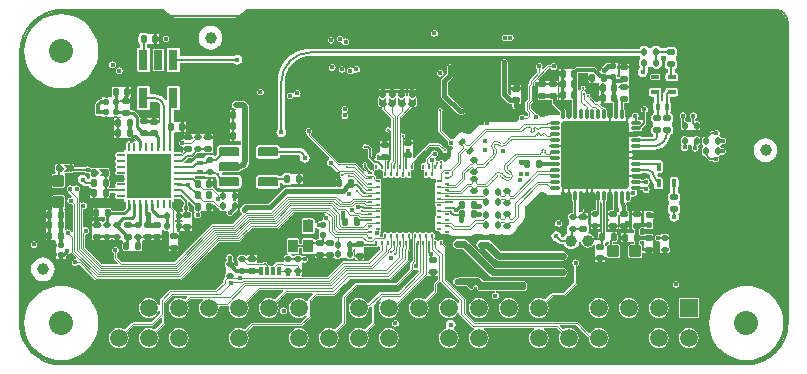
<source format=gbl>
G04*
G04 #@! TF.GenerationSoftware,Altium Limited,CircuitStudio,1.5.2 (30)*
G04*
G04 Layer_Physical_Order=4*
G04 Layer_Color=16711680*
%FSLAX25Y25*%
%MOIN*%
G70*
G01*
G75*
%ADD10C,0.00768*%
G04:AMPARAMS|DCode=11|XSize=23.62mil|YSize=19.69mil|CornerRadius=4.92mil|HoleSize=0mil|Usage=FLASHONLY|Rotation=0.000|XOffset=0mil|YOffset=0mil|HoleType=Round|Shape=RoundedRectangle|*
%AMROUNDEDRECTD11*
21,1,0.02362,0.00984,0,0,0.0*
21,1,0.01378,0.01969,0,0,0.0*
1,1,0.00984,0.00689,-0.00492*
1,1,0.00984,-0.00689,-0.00492*
1,1,0.00984,-0.00689,0.00492*
1,1,0.00984,0.00689,0.00492*
%
%ADD11ROUNDEDRECTD11*%
%ADD12C,0.03937*%
G04:AMPARAMS|DCode=13|XSize=23.62mil|YSize=17.72mil|CornerRadius=4.43mil|HoleSize=0mil|Usage=FLASHONLY|Rotation=180.000|XOffset=0mil|YOffset=0mil|HoleType=Round|Shape=RoundedRectangle|*
%AMROUNDEDRECTD13*
21,1,0.02362,0.00886,0,0,180.0*
21,1,0.01476,0.01772,0,0,180.0*
1,1,0.00886,-0.00738,0.00443*
1,1,0.00886,0.00738,0.00443*
1,1,0.00886,0.00738,-0.00443*
1,1,0.00886,-0.00738,-0.00443*
%
%ADD13ROUNDEDRECTD13*%
G04:AMPARAMS|DCode=14|XSize=23.62mil|YSize=19.69mil|CornerRadius=4.92mil|HoleSize=0mil|Usage=FLASHONLY|Rotation=90.000|XOffset=0mil|YOffset=0mil|HoleType=Round|Shape=RoundedRectangle|*
%AMROUNDEDRECTD14*
21,1,0.02362,0.00984,0,0,90.0*
21,1,0.01378,0.01969,0,0,90.0*
1,1,0.00984,0.00492,0.00689*
1,1,0.00984,0.00492,-0.00689*
1,1,0.00984,-0.00492,-0.00689*
1,1,0.00984,-0.00492,0.00689*
%
%ADD14ROUNDEDRECTD14*%
G04:AMPARAMS|DCode=15|XSize=21.65mil|YSize=17.72mil|CornerRadius=4.43mil|HoleSize=0mil|Usage=FLASHONLY|Rotation=270.000|XOffset=0mil|YOffset=0mil|HoleType=Round|Shape=RoundedRectangle|*
%AMROUNDEDRECTD15*
21,1,0.02165,0.00886,0,0,270.0*
21,1,0.01280,0.01772,0,0,270.0*
1,1,0.00886,-0.00443,-0.00640*
1,1,0.00886,-0.00443,0.00640*
1,1,0.00886,0.00443,0.00640*
1,1,0.00886,0.00443,-0.00640*
%
%ADD15ROUNDEDRECTD15*%
G04:AMPARAMS|DCode=29|XSize=21.65mil|YSize=17.72mil|CornerRadius=4.43mil|HoleSize=0mil|Usage=FLASHONLY|Rotation=0.000|XOffset=0mil|YOffset=0mil|HoleType=Round|Shape=RoundedRectangle|*
%AMROUNDEDRECTD29*
21,1,0.02165,0.00886,0,0,0.0*
21,1,0.01280,0.01772,0,0,0.0*
1,1,0.00886,0.00640,-0.00443*
1,1,0.00886,-0.00640,-0.00443*
1,1,0.00886,-0.00640,0.00443*
1,1,0.00886,0.00640,0.00443*
%
%ADD29ROUNDEDRECTD29*%
%ADD32R,0.16496X0.10492*%
G04:AMPARAMS|DCode=35|XSize=23.62mil|YSize=17.72mil|CornerRadius=4.43mil|HoleSize=0mil|Usage=FLASHONLY|Rotation=270.000|XOffset=0mil|YOffset=0mil|HoleType=Round|Shape=RoundedRectangle|*
%AMROUNDEDRECTD35*
21,1,0.02362,0.00886,0,0,270.0*
21,1,0.01476,0.01772,0,0,270.0*
1,1,0.00886,-0.00443,-0.00738*
1,1,0.00886,-0.00443,0.00738*
1,1,0.00886,0.00443,0.00738*
1,1,0.00886,0.00443,-0.00738*
%
%ADD35ROUNDEDRECTD35*%
G04:AMPARAMS|DCode=36|XSize=14.17mil|YSize=23mil|CornerRadius=0.71mil|HoleSize=0mil|Usage=FLASHONLY|Rotation=180.000|XOffset=0mil|YOffset=0mil|HoleType=Round|Shape=RoundedRectangle|*
%AMROUNDEDRECTD36*
21,1,0.01417,0.02158,0,0,180.0*
21,1,0.01276,0.02300,0,0,180.0*
1,1,0.00142,-0.00638,0.01079*
1,1,0.00142,0.00638,0.01079*
1,1,0.00142,0.00638,-0.01079*
1,1,0.00142,-0.00638,-0.01079*
%
%ADD36ROUNDEDRECTD36*%
G04:AMPARAMS|DCode=37|XSize=14.17mil|YSize=23mil|CornerRadius=0.71mil|HoleSize=0mil|Usage=FLASHONLY|Rotation=270.000|XOffset=0mil|YOffset=0mil|HoleType=Round|Shape=RoundedRectangle|*
%AMROUNDEDRECTD37*
21,1,0.01417,0.02158,0,0,270.0*
21,1,0.01276,0.02300,0,0,270.0*
1,1,0.00142,-0.01079,-0.00638*
1,1,0.00142,-0.01079,0.00638*
1,1,0.00142,0.01079,0.00638*
1,1,0.00142,0.01079,-0.00638*
%
%ADD37ROUNDEDRECTD37*%
%ADD44C,0.00600*%
%ADD45C,0.00800*%
%ADD46C,0.00400*%
%ADD47C,0.01400*%
%ADD48C,0.01200*%
%ADD49C,0.01600*%
%ADD50C,0.01000*%
%ADD51C,0.00350*%
%ADD52C,0.02400*%
%ADD54C,0.00500*%
%ADD58C,0.03819*%
%ADD59C,0.02362*%
%ADD60C,0.05906*%
%ADD61R,0.05906X0.05906*%
%ADD62C,0.08000*%
%ADD63C,0.01000*%
%ADD64C,0.01600*%
%ADD65C,0.04000*%
%ADD68C,0.02000*%
%ADD69C,0.00475*%
%ADD70C,0.00475*%
G04:AMPARAMS|DCode=71|XSize=39.37mil|YSize=37.4mil|CornerRadius=1.87mil|HoleSize=0mil|Usage=FLASHONLY|Rotation=90.000|XOffset=0mil|YOffset=0mil|HoleType=Round|Shape=RoundedRectangle|*
%AMROUNDEDRECTD71*
21,1,0.03937,0.03366,0,0,90.0*
21,1,0.03563,0.03740,0,0,90.0*
1,1,0.00374,0.01683,0.01782*
1,1,0.00374,0.01683,-0.01782*
1,1,0.00374,-0.01683,-0.01782*
1,1,0.00374,-0.01683,0.01782*
%
%ADD71ROUNDEDRECTD71*%
G04:AMPARAMS|DCode=72|XSize=39.37mil|YSize=37.4mil|CornerRadius=1.87mil|HoleSize=0mil|Usage=FLASHONLY|Rotation=180.000|XOffset=0mil|YOffset=0mil|HoleType=Round|Shape=RoundedRectangle|*
%AMROUNDEDRECTD72*
21,1,0.03937,0.03366,0,0,180.0*
21,1,0.03563,0.03740,0,0,180.0*
1,1,0.00374,-0.01782,0.01683*
1,1,0.00374,0.01782,0.01683*
1,1,0.00374,0.01782,-0.01683*
1,1,0.00374,-0.01782,-0.01683*
%
%ADD72ROUNDEDRECTD72*%
%ADD73O,0.00984X0.03150*%
%ADD74O,0.03150X0.00984*%
%ADD75R,0.14567X0.14567*%
G04:AMPARAMS|DCode=76|XSize=224.41mil|YSize=224.41mil|CornerRadius=5.61mil|HoleSize=0mil|Usage=FLASHONLY|Rotation=90.000|XOffset=0mil|YOffset=0mil|HoleType=Round|Shape=RoundedRectangle|*
%AMROUNDEDRECTD76*
21,1,0.22441,0.21319,0,0,90.0*
21,1,0.21319,0.22441,0,0,90.0*
1,1,0.01122,0.10659,0.10659*
1,1,0.01122,0.10659,-0.10659*
1,1,0.01122,-0.10659,-0.10659*
1,1,0.01122,-0.10659,0.10659*
%
%ADD76ROUNDEDRECTD76*%
G04:AMPARAMS|DCode=77|XSize=33.47mil|YSize=11.81mil|CornerRadius=4.72mil|HoleSize=0mil|Usage=FLASHONLY|Rotation=90.000|XOffset=0mil|YOffset=0mil|HoleType=Round|Shape=RoundedRectangle|*
%AMROUNDEDRECTD77*
21,1,0.03347,0.00236,0,0,90.0*
21,1,0.02402,0.01181,0,0,90.0*
1,1,0.00945,0.00118,0.01201*
1,1,0.00945,0.00118,-0.01201*
1,1,0.00945,-0.00118,-0.01201*
1,1,0.00945,-0.00118,0.01201*
%
%ADD77ROUNDEDRECTD77*%
G04:AMPARAMS|DCode=78|XSize=33.47mil|YSize=11.81mil|CornerRadius=4.72mil|HoleSize=0mil|Usage=FLASHONLY|Rotation=180.000|XOffset=0mil|YOffset=0mil|HoleType=Round|Shape=RoundedRectangle|*
%AMROUNDEDRECTD78*
21,1,0.03347,0.00236,0,0,180.0*
21,1,0.02402,0.01181,0,0,180.0*
1,1,0.00945,-0.01201,0.00118*
1,1,0.00945,0.01201,0.00118*
1,1,0.00945,0.01201,-0.00118*
1,1,0.00945,-0.01201,-0.00118*
%
%ADD78ROUNDEDRECTD78*%
G04:AMPARAMS|DCode=79|XSize=173.23mil|YSize=173.23mil|CornerRadius=4.33mil|HoleSize=0mil|Usage=FLASHONLY|Rotation=180.000|XOffset=0mil|YOffset=0mil|HoleType=Round|Shape=RoundedRectangle|*
%AMROUNDEDRECTD79*
21,1,0.17323,0.16457,0,0,180.0*
21,1,0.16457,0.17323,0,0,180.0*
1,1,0.00866,-0.08228,0.08228*
1,1,0.00866,0.08228,0.08228*
1,1,0.00866,0.08228,-0.08228*
1,1,0.00866,-0.08228,-0.08228*
%
%ADD79ROUNDEDRECTD79*%
G04:AMPARAMS|DCode=80|XSize=15.75mil|YSize=8.66mil|CornerRadius=0.87mil|HoleSize=0mil|Usage=FLASHONLY|Rotation=270.000|XOffset=0mil|YOffset=0mil|HoleType=Round|Shape=RoundedRectangle|*
%AMROUNDEDRECTD80*
21,1,0.01575,0.00693,0,0,270.0*
21,1,0.01402,0.00866,0,0,270.0*
1,1,0.00173,-0.00347,-0.00701*
1,1,0.00173,-0.00347,0.00701*
1,1,0.00173,0.00347,0.00701*
1,1,0.00173,0.00347,-0.00701*
%
%ADD80ROUNDEDRECTD80*%
G04:AMPARAMS|DCode=81|XSize=15.75mil|YSize=8.66mil|CornerRadius=0.87mil|HoleSize=0mil|Usage=FLASHONLY|Rotation=0.000|XOffset=0mil|YOffset=0mil|HoleType=Round|Shape=RoundedRectangle|*
%AMROUNDEDRECTD81*
21,1,0.01575,0.00693,0,0,0.0*
21,1,0.01402,0.00866,0,0,0.0*
1,1,0.00173,0.00701,-0.00347*
1,1,0.00173,-0.00701,-0.00347*
1,1,0.00173,-0.00701,0.00347*
1,1,0.00173,0.00701,0.00347*
%
%ADD81ROUNDEDRECTD81*%
G04:AMPARAMS|DCode=82|XSize=57.09mil|YSize=53.15mil|CornerRadius=5.32mil|HoleSize=0mil|Usage=FLASHONLY|Rotation=180.000|XOffset=0mil|YOffset=0mil|HoleType=Round|Shape=RoundedRectangle|*
%AMROUNDEDRECTD82*
21,1,0.05709,0.04252,0,0,180.0*
21,1,0.04646,0.05315,0,0,180.0*
1,1,0.01063,-0.02323,0.02126*
1,1,0.01063,0.02323,0.02126*
1,1,0.01063,0.02323,-0.02126*
1,1,0.01063,-0.02323,-0.02126*
%
%ADD82ROUNDEDRECTD82*%
G04:AMPARAMS|DCode=83|XSize=29.53mil|YSize=11.81mil|CornerRadius=2.95mil|HoleSize=0mil|Usage=FLASHONLY|Rotation=270.000|XOffset=0mil|YOffset=0mil|HoleType=Round|Shape=RoundedRectangle|*
%AMROUNDEDRECTD83*
21,1,0.02953,0.00591,0,0,270.0*
21,1,0.02363,0.01181,0,0,270.0*
1,1,0.00591,-0.00295,-0.01181*
1,1,0.00591,-0.00295,0.01181*
1,1,0.00591,0.00295,0.01181*
1,1,0.00591,0.00295,-0.01181*
%
%ADD83ROUNDEDRECTD83*%
G04:AMPARAMS|DCode=84|XSize=25.59mil|YSize=13.78mil|CornerRadius=1.38mil|HoleSize=0mil|Usage=FLASHONLY|Rotation=180.000|XOffset=0mil|YOffset=0mil|HoleType=Round|Shape=RoundedRectangle|*
%AMROUNDEDRECTD84*
21,1,0.02559,0.01102,0,0,180.0*
21,1,0.02284,0.01378,0,0,180.0*
1,1,0.00276,-0.01142,0.00551*
1,1,0.00276,0.01142,0.00551*
1,1,0.00276,0.01142,-0.00551*
1,1,0.00276,-0.01142,-0.00551*
%
%ADD84ROUNDEDRECTD84*%
G04:AMPARAMS|DCode=85|XSize=25.59mil|YSize=13.78mil|CornerRadius=1.38mil|HoleSize=0mil|Usage=FLASHONLY|Rotation=90.000|XOffset=0mil|YOffset=0mil|HoleType=Round|Shape=RoundedRectangle|*
%AMROUNDEDRECTD85*
21,1,0.02559,0.01102,0,0,90.0*
21,1,0.02284,0.01378,0,0,90.0*
1,1,0.00276,0.00551,0.01142*
1,1,0.00276,0.00551,-0.01142*
1,1,0.00276,-0.00551,-0.01142*
1,1,0.00276,-0.00551,0.01142*
%
%ADD85ROUNDEDRECTD85*%
G04:AMPARAMS|DCode=86|XSize=23.62mil|YSize=17.72mil|CornerRadius=4.43mil|HoleSize=0mil|Usage=FLASHONLY|Rotation=225.000|XOffset=0mil|YOffset=0mil|HoleType=Round|Shape=RoundedRectangle|*
%AMROUNDEDRECTD86*
21,1,0.02362,0.00886,0,0,225.0*
21,1,0.01476,0.01772,0,0,225.0*
1,1,0.00886,-0.00835,-0.00209*
1,1,0.00886,0.00209,0.00835*
1,1,0.00886,0.00835,0.00209*
1,1,0.00886,-0.00209,-0.00835*
%
%ADD86ROUNDEDRECTD86*%
G04:AMPARAMS|DCode=87|XSize=64.96mil|YSize=29.92mil|CornerRadius=1.5mil|HoleSize=0mil|Usage=FLASHONLY|Rotation=90.000|XOffset=0mil|YOffset=0mil|HoleType=Round|Shape=RoundedRectangle|*
%AMROUNDEDRECTD87*
21,1,0.06496,0.02693,0,0,90.0*
21,1,0.06197,0.02992,0,0,90.0*
1,1,0.00299,0.01347,0.03098*
1,1,0.00299,0.01347,-0.03098*
1,1,0.00299,-0.01347,-0.03098*
1,1,0.00299,-0.01347,0.03098*
%
%ADD87ROUNDEDRECTD87*%
G04:AMPARAMS|DCode=88|XSize=35.43mil|YSize=43.31mil|CornerRadius=0.89mil|HoleSize=0mil|Usage=FLASHONLY|Rotation=0.000|XOffset=0mil|YOffset=0mil|HoleType=Round|Shape=RoundedRectangle|*
%AMROUNDEDRECTD88*
21,1,0.03543,0.04154,0,0,0.0*
21,1,0.03366,0.04331,0,0,0.0*
1,1,0.00177,0.01683,-0.02077*
1,1,0.00177,-0.01683,-0.02077*
1,1,0.00177,-0.01683,0.02077*
1,1,0.00177,0.01683,0.02077*
%
%ADD88ROUNDEDRECTD88*%
G04:AMPARAMS|DCode=89|XSize=65mil|YSize=30mil|CornerRadius=3mil|HoleSize=0mil|Usage=FLASHONLY|Rotation=180.000|XOffset=0mil|YOffset=0mil|HoleType=Round|Shape=RoundedRectangle|*
%AMROUNDEDRECTD89*
21,1,0.06500,0.02400,0,0,180.0*
21,1,0.05900,0.03000,0,0,180.0*
1,1,0.00600,-0.02950,0.01200*
1,1,0.00600,0.02950,0.01200*
1,1,0.00600,0.02950,-0.01200*
1,1,0.00600,-0.02950,-0.01200*
%
%ADD89ROUNDEDRECTD89*%
%ADD90C,0.00475*%
%ADD91C,0.00700*%
%ADD92C,0.00760*%
%ADD93R,0.01500X0.01900*%
%ADD94R,0.02692X0.01425*%
G36*
X1048995Y817364D02*
X1082175D01*
X1082867Y816672D01*
X1083979Y815819D01*
X1084894Y815440D01*
X1085273Y815283D01*
X1086662Y815100D01*
X1105890D01*
X1107278Y815283D01*
X1108572Y815819D01*
X1109684Y816672D01*
X1110376Y817364D01*
X1286362D01*
X1286471Y817378D01*
X1287353Y817262D01*
X1288277Y816880D01*
X1289070Y816271D01*
X1289678Y815478D01*
X1290061Y814555D01*
X1290177Y813673D01*
X1290162Y813564D01*
Y713281D01*
X1290186Y713103D01*
X1290034Y711177D01*
X1289542Y709125D01*
X1288734Y707174D01*
X1287631Y705375D01*
X1286260Y703770D01*
X1284655Y702399D01*
X1282856Y701296D01*
X1280905Y700488D01*
X1278853Y699996D01*
X1276927Y699844D01*
X1276749Y699867D01*
X1047891Y699867D01*
X1047720Y699845D01*
X1045867Y699991D01*
X1043893Y700465D01*
X1042017Y701242D01*
X1040286Y702302D01*
X1038742Y703621D01*
X1037424Y705165D01*
X1036363Y706896D01*
X1035586Y708771D01*
X1035112Y710745D01*
X1034966Y712599D01*
X1034989Y712769D01*
X1034989Y796470D01*
Y803358D01*
X1034964Y803544D01*
X1035122Y805555D01*
X1035637Y807698D01*
X1036480Y809734D01*
X1037632Y811613D01*
X1039063Y813290D01*
X1040739Y814721D01*
X1042618Y815872D01*
X1044655Y816716D01*
X1046798Y817230D01*
X1048809Y817389D01*
X1048995Y817364D01*
D02*
G37*
%LPC*%
G36*
X1059613Y751656D02*
X1058826D01*
Y750819D01*
X1059613D01*
Y751656D01*
D02*
G37*
G36*
X1098973Y751342D02*
X1098186D01*
Y750505D01*
X1098973D01*
Y751342D01*
D02*
G37*
G36*
X1245741Y750604D02*
X1244741D01*
Y750498D01*
X1243541D01*
Y750604D01*
X1242541D01*
Y749604D01*
X1242724D01*
Y748835D01*
X1242725Y748828D01*
X1242541Y748604D01*
X1242541D01*
Y746721D01*
X1241779D01*
Y749179D01*
X1238629D01*
Y746029D01*
X1238687D01*
Y745242D01*
X1238629D01*
Y744454D01*
X1239084D01*
X1239198Y744378D01*
X1239266Y744365D01*
Y743273D01*
X1236661D01*
Y740124D01*
X1239266D01*
Y739469D01*
X1237936D01*
X1237548Y739308D01*
X1237387Y738920D01*
Y735554D01*
X1237548Y735166D01*
X1237936Y735005D01*
X1241499D01*
X1241887Y735166D01*
X1242048Y735554D01*
Y736506D01*
X1242517Y736580D01*
X1242548Y736580D01*
X1243403D01*
Y737368D01*
X1242548D01*
X1242517Y737368D01*
X1242048Y737442D01*
Y738920D01*
X1241887Y739308D01*
X1241499Y739469D01*
X1241142D01*
Y740124D01*
X1241385D01*
Y740579D01*
X1241461Y740693D01*
X1241475Y740760D01*
X1242566D01*
Y738155D01*
X1245716D01*
Y741305D01*
X1245658D01*
Y742092D01*
X1245716D01*
Y742879D01*
X1245261D01*
X1245147Y742955D01*
X1244830Y743018D01*
X1243452D01*
X1243135Y742955D01*
X1243021Y742879D01*
X1242566D01*
Y742636D01*
X1241475D01*
X1241461Y742704D01*
X1241385Y742818D01*
Y743273D01*
X1241142D01*
Y744365D01*
X1241210Y744378D01*
X1241324Y744454D01*
X1241779D01*
Y744845D01*
X1242541D01*
Y744604D01*
X1243541D01*
Y744710D01*
X1244741D01*
Y744604D01*
X1245741D01*
Y745604D01*
X1245559D01*
Y746374D01*
X1245558Y746381D01*
X1245741Y746604D01*
X1245741D01*
Y748104D01*
X1246082Y748172D01*
X1246452Y748420D01*
X1246700Y748790D01*
X1246786Y749227D01*
X1246700Y749664D01*
X1246452Y750035D01*
X1246082Y750282D01*
X1245741Y750350D01*
Y750604D01*
D02*
G37*
G36*
X1128796Y760496D02*
X1128009D01*
Y759659D01*
X1128796D01*
Y760496D01*
D02*
G37*
G36*
X1098973Y761332D02*
X1098186D01*
Y760496D01*
X1098973D01*
Y761332D01*
D02*
G37*
G36*
X1058813Y755943D02*
X1058026D01*
Y755106D01*
X1058813D01*
Y755943D01*
D02*
G37*
G36*
X1107176Y756959D02*
X1106585D01*
Y756172D01*
X1107176D01*
Y756959D01*
D02*
G37*
G36*
X1241828Y750753D02*
X1240942D01*
Y749966D01*
X1241828D01*
Y750753D01*
D02*
G37*
G36*
X1253186Y762023D02*
X1252083D01*
X1251718Y761950D01*
X1251407Y761743D01*
X1251200Y761433D01*
X1251127Y761067D01*
Y758783D01*
X1251200Y758418D01*
X1251407Y758107D01*
X1251428Y758094D01*
Y757022D01*
X1251055Y756773D01*
X1250770Y756346D01*
X1250669Y755842D01*
Y754857D01*
X1250770Y754353D01*
X1251055Y753926D01*
X1251101Y753895D01*
Y752867D01*
X1251055Y752836D01*
X1250770Y752409D01*
X1250669Y751905D01*
Y750920D01*
X1250770Y750416D01*
X1251055Y749989D01*
X1251449Y749726D01*
X1251168Y749305D01*
X1251044Y748681D01*
X1251168Y748057D01*
X1251522Y747528D01*
X1252051Y747174D01*
X1252676Y747050D01*
X1253300Y747174D01*
X1253829Y747528D01*
X1254183Y748057D01*
X1254307Y748681D01*
X1254183Y749305D01*
X1253902Y749726D01*
X1254296Y749989D01*
X1254582Y750416D01*
X1254682Y750920D01*
Y751905D01*
X1254582Y752409D01*
X1254296Y752836D01*
X1254250Y752867D01*
Y753895D01*
X1254296Y753926D01*
X1254582Y754353D01*
X1254682Y754857D01*
Y755842D01*
X1254582Y756346D01*
X1254296Y756773D01*
X1253869Y757059D01*
X1253842Y757064D01*
Y758094D01*
X1253862Y758107D01*
X1254069Y758418D01*
X1254142Y758783D01*
Y761067D01*
X1254069Y761433D01*
X1253862Y761743D01*
X1253552Y761950D01*
X1253186Y762023D01*
D02*
G37*
G36*
X1044013Y748443D02*
X1043226D01*
Y747905D01*
X1043226Y747606D01*
Y747506D01*
Y747405D01*
X1043226Y747106D01*
Y746519D01*
X1044013D01*
Y747106D01*
X1044013Y747405D01*
Y747506D01*
Y747606D01*
X1044013Y747905D01*
Y748443D01*
D02*
G37*
G36*
X1059437Y747231D02*
X1058601D01*
Y746443D01*
X1059437D01*
Y747231D01*
D02*
G37*
G36*
X1059613Y749343D02*
X1058826D01*
Y748506D01*
X1059613D01*
Y749343D01*
D02*
G37*
G36*
X1239466Y750753D02*
X1238629D01*
Y749966D01*
X1239466D01*
Y750753D01*
D02*
G37*
G36*
X1044013Y750805D02*
X1043226D01*
Y749919D01*
X1044013D01*
Y750805D01*
D02*
G37*
G36*
X1197576Y721582D02*
X1196721Y721470D01*
X1195925Y721140D01*
X1195241Y720615D01*
X1194717Y719932D01*
X1194387Y719136D01*
X1194275Y718281D01*
X1194387Y717427D01*
X1194717Y716631D01*
X1195241Y715947D01*
X1195925Y715422D01*
X1196721Y715093D01*
X1197576Y714980D01*
X1198430Y715093D01*
X1199226Y715422D01*
X1199910Y715947D01*
X1200434Y716631D01*
X1200764Y717427D01*
X1200877Y718281D01*
X1200764Y719136D01*
X1200434Y719932D01*
X1199910Y720615D01*
X1199226Y721140D01*
X1198430Y721470D01*
X1197576Y721582D01*
D02*
G37*
G36*
X1155437Y773846D02*
X1154600D01*
Y773058D01*
X1155437D01*
Y773846D01*
D02*
G37*
G36*
X1165607Y774423D02*
X1164771D01*
Y773635D01*
X1165607D01*
Y774423D01*
D02*
G37*
G36*
X1283127Y774856D02*
X1282099Y774721D01*
X1281141Y774324D01*
X1280319Y773693D01*
X1279688Y772871D01*
X1279291Y771913D01*
X1279156Y770886D01*
X1279291Y769858D01*
X1279688Y768900D01*
X1280319Y768078D01*
X1281141Y767447D01*
X1282099Y767050D01*
X1283127Y766915D01*
X1284155Y767050D01*
X1285112Y767447D01*
X1285935Y768078D01*
X1286566Y768900D01*
X1286962Y769858D01*
X1287098Y770886D01*
X1286962Y771913D01*
X1286566Y772871D01*
X1285935Y773693D01*
X1285112Y774324D01*
X1284155Y774721D01*
X1283127Y774856D01*
D02*
G37*
G36*
X1266776Y777723D02*
X1266339Y777636D01*
X1265968Y777389D01*
X1265908Y777299D01*
X1265076D01*
X1264801Y777244D01*
X1264568Y777088D01*
X1262877Y775397D01*
X1262733D01*
X1262435Y775338D01*
X1262317Y775259D01*
X1262176D01*
Y775159D01*
X1262014Y774917D01*
X1261955Y774619D01*
Y773143D01*
X1262014Y772845D01*
X1262176Y772603D01*
Y772503D01*
X1262176D01*
X1262191Y772003D01*
X1262176Y771959D01*
D01*
X1262075Y771746D01*
X1262014Y771617D01*
X1261997Y771533D01*
X1261955Y771319D01*
Y769843D01*
X1262014Y769545D01*
X1262176Y769303D01*
Y769203D01*
X1262317D01*
X1262435Y769124D01*
X1262663Y769079D01*
X1264268Y767474D01*
X1264501Y767318D01*
X1264546Y767309D01*
X1264776Y767264D01*
X1265608D01*
X1265668Y767174D01*
X1266039Y766926D01*
X1266476Y766839D01*
X1266913Y766926D01*
X1267283Y767174D01*
X1267531Y767544D01*
X1267618Y767981D01*
X1267531Y768418D01*
X1267432Y768565D01*
X1267554Y768892D01*
X1267682Y769078D01*
X1267721Y769086D01*
X1267916Y769124D01*
X1268176Y769187D01*
X1268176Y769187D01*
X1268596Y769494D01*
X1268828Y769449D01*
X1268876Y769439D01*
X1269313Y769526D01*
X1269683Y769774D01*
X1269931Y770144D01*
X1270018Y770581D01*
X1269931Y771018D01*
X1269683Y771389D01*
X1269313Y771636D01*
X1268876Y771723D01*
X1268828Y771713D01*
X1268596Y771668D01*
X1268176Y771959D01*
Y771959D01*
X1268176Y771959D01*
X1268103Y772288D01*
X1268176Y772487D01*
D01*
X1268504Y772851D01*
X1268851Y772864D01*
X1268976Y772839D01*
X1269413Y772926D01*
X1269783Y773174D01*
X1270031Y773544D01*
X1270117Y773981D01*
X1270031Y774418D01*
X1269783Y774789D01*
X1269413Y775036D01*
X1268976Y775123D01*
X1268781Y775084D01*
X1268633Y775055D01*
X1268176Y775259D01*
Y775259D01*
X1267834Y775446D01*
X1267703Y775953D01*
X1267831Y776144D01*
X1267918Y776581D01*
X1267831Y777018D01*
X1267583Y777389D01*
X1267213Y777636D01*
X1266776Y777723D01*
D02*
G37*
G36*
X1260618Y775497D02*
X1259733D01*
X1259435Y775438D01*
X1259317Y775359D01*
X1257034D01*
X1256916Y775438D01*
X1256618Y775497D01*
X1255733D01*
X1255435Y775438D01*
X1255317Y775359D01*
X1255176D01*
Y775259D01*
X1255014Y775017D01*
X1254955Y774719D01*
Y773405D01*
X1254955Y773243D01*
X1255014Y772945D01*
D01*
Y772945D01*
D01*
X1255160Y772503D01*
X1255104Y772133D01*
X1255034Y771781D01*
X1255121Y771344D01*
X1255368Y770974D01*
X1255739Y770726D01*
X1256176Y770639D01*
X1256613Y770726D01*
X1256983Y770974D01*
X1257231Y771344D01*
X1257318Y771781D01*
X1257253Y772103D01*
X1257455Y772470D01*
X1257575Y772603D01*
X1258410D01*
X1258677Y772103D01*
X1258621Y772018D01*
X1258534Y771581D01*
X1258621Y771144D01*
X1258868Y770774D01*
X1259239Y770526D01*
X1259676Y770439D01*
X1260113Y770526D01*
X1260483Y770774D01*
X1260731Y771144D01*
X1260818Y771581D01*
X1260738Y771979D01*
X1260738Y772038D01*
X1260896Y772468D01*
X1260970Y772560D01*
X1261011Y772587D01*
X1261176D01*
Y772703D01*
X1261337Y772945D01*
X1261396Y773243D01*
Y774719D01*
X1261337Y775017D01*
X1261176Y775259D01*
Y775359D01*
X1261034D01*
X1260916Y775438D01*
X1260618Y775497D01*
D02*
G37*
G36*
X1090037Y776331D02*
X1089201D01*
Y775543D01*
X1090037D01*
Y776331D01*
D02*
G37*
G36*
X1105248Y774924D02*
X1104461D01*
Y774087D01*
X1105248D01*
Y774924D01*
D02*
G37*
G36*
X1066813Y775843D02*
X1066026D01*
Y775006D01*
X1066813D01*
Y775843D01*
D02*
G37*
G36*
X1187576Y721582D02*
X1186721Y721470D01*
X1185925Y721140D01*
X1185241Y720615D01*
X1184717Y719932D01*
X1184387Y719136D01*
X1184275Y718281D01*
X1184387Y717427D01*
X1184717Y716631D01*
X1185241Y715947D01*
X1185925Y715422D01*
X1186721Y715093D01*
X1187576Y714980D01*
X1188430Y715093D01*
X1189226Y715422D01*
X1189910Y715947D01*
X1190434Y716631D01*
X1190764Y717427D01*
X1190877Y718281D01*
X1190764Y719136D01*
X1190434Y719932D01*
X1189910Y720615D01*
X1189226Y721140D01*
X1188430Y721470D01*
X1187576Y721582D01*
D02*
G37*
G36*
X1159776Y714323D02*
X1159339Y714236D01*
X1158968Y713989D01*
X1158721Y713618D01*
X1158634Y713181D01*
X1158721Y712744D01*
X1158968Y712374D01*
X1159339Y712126D01*
X1159776Y712039D01*
X1160213Y712126D01*
X1160583Y712374D01*
X1160831Y712744D01*
X1160917Y713181D01*
X1160831Y713618D01*
X1160583Y713989D01*
X1160213Y714236D01*
X1159776Y714323D01*
D02*
G37*
G36*
X1140613Y761405D02*
X1139826D01*
Y760519D01*
X1140613D01*
Y761405D01*
D02*
G37*
G36*
X1128796Y762809D02*
X1128009D01*
Y761972D01*
X1128796D01*
Y762809D01*
D02*
G37*
G36*
X1247576Y711582D02*
X1246721Y711470D01*
X1245925Y711140D01*
X1245241Y710615D01*
X1244717Y709932D01*
X1244387Y709135D01*
X1244275Y708281D01*
X1244387Y707427D01*
X1244717Y706631D01*
X1245241Y705947D01*
X1245925Y705422D01*
X1246721Y705093D01*
X1247576Y704980D01*
X1248430Y705093D01*
X1249226Y705422D01*
X1249910Y705947D01*
X1250434Y706631D01*
X1250764Y707427D01*
X1250877Y708281D01*
X1250764Y709135D01*
X1250434Y709932D01*
X1249910Y710615D01*
X1249226Y711140D01*
X1248430Y711470D01*
X1247576Y711582D01*
D02*
G37*
G36*
X1120283Y772689D02*
X1114383D01*
X1113953Y772604D01*
X1113590Y772361D01*
X1113346Y771997D01*
X1113261Y771568D01*
Y769168D01*
X1113346Y768739D01*
X1113590Y768375D01*
X1113953Y768131D01*
X1114383Y768046D01*
X1120283D01*
X1120712Y768131D01*
X1121076Y768375D01*
X1121319Y768739D01*
X1121403Y769161D01*
X1127536D01*
Y769150D01*
X1127646Y769128D01*
X1128017Y768648D01*
X1127952Y768321D01*
X1128076Y767696D01*
X1128430Y767167D01*
X1128959Y766813D01*
X1129583Y766689D01*
X1130208Y766813D01*
X1130737Y767167D01*
X1131091Y767696D01*
X1131215Y768321D01*
X1131091Y768945D01*
X1130737Y769474D01*
X1130486Y769641D01*
X1130359Y769950D01*
X1129841Y770625D01*
X1129166Y771143D01*
X1128380Y771468D01*
X1127536Y771579D01*
Y771575D01*
X1121403D01*
X1121319Y771997D01*
X1121076Y772361D01*
X1120712Y772604D01*
X1120283Y772689D01*
D02*
G37*
G36*
X1124170Y763240D02*
X1123186D01*
X1122682Y763140D01*
X1122254Y762854D01*
X1121978Y762441D01*
X1120956D01*
X1120712Y762604D01*
X1120283Y762689D01*
X1114383D01*
X1113953Y762604D01*
X1113590Y762361D01*
X1113346Y761997D01*
X1113261Y761568D01*
Y759168D01*
X1113346Y758739D01*
X1113590Y758375D01*
X1113953Y758132D01*
X1114383Y758046D01*
X1120283D01*
X1120712Y758132D01*
X1121076Y758375D01*
X1121319Y758739D01*
X1121404Y759168D01*
Y760027D01*
X1121978D01*
X1122254Y759613D01*
X1122682Y759328D01*
X1123186Y759227D01*
X1124170D01*
X1124674Y759328D01*
X1125102Y759613D01*
X1125132Y759659D01*
X1127221D01*
Y762809D01*
X1125132D01*
X1125102Y762854D01*
X1124674Y763140D01*
X1124170Y763240D01*
D02*
G37*
G36*
X1257576Y711582D02*
X1256721Y711470D01*
X1255925Y711140D01*
X1255241Y710615D01*
X1254717Y709932D01*
X1254387Y709135D01*
X1254275Y708281D01*
X1254387Y707427D01*
X1254717Y706631D01*
X1255241Y705947D01*
X1255925Y705422D01*
X1256721Y705093D01*
X1257576Y704980D01*
X1258430Y705093D01*
X1259226Y705422D01*
X1259910Y705947D01*
X1260434Y706631D01*
X1260764Y707427D01*
X1260877Y708281D01*
X1260764Y709135D01*
X1260434Y709932D01*
X1259910Y710615D01*
X1259226Y711140D01*
X1258430Y711470D01*
X1257576Y711582D01*
D02*
G37*
G36*
X1214165Y747681D02*
X1213728Y747594D01*
X1213357Y747346D01*
X1213110Y746976D01*
X1213023Y746539D01*
X1213110Y746102D01*
X1213357Y745731D01*
X1213728Y745484D01*
X1214165Y745397D01*
X1214602Y745484D01*
X1214972Y745731D01*
X1215220Y746102D01*
X1215306Y746539D01*
X1215220Y746976D01*
X1214972Y747346D01*
X1214602Y747594D01*
X1214165Y747681D01*
D02*
G37*
G36*
X1245716Y737368D02*
X1244879D01*
Y736580D01*
X1245716D01*
Y737368D01*
D02*
G37*
G36*
X1113600Y735861D02*
X1112714D01*
Y735073D01*
X1113600D01*
Y735861D01*
D02*
G37*
G36*
X1122476Y718523D02*
X1122039Y718436D01*
X1121668Y718189D01*
X1121421Y717818D01*
X1121334Y717381D01*
X1121421Y716944D01*
X1121668Y716574D01*
X1122039Y716326D01*
X1122476Y716239D01*
X1122913Y716326D01*
X1123283Y716574D01*
X1123531Y716944D01*
X1123617Y717381D01*
X1123531Y717818D01*
X1123283Y718189D01*
X1122913Y718436D01*
X1122476Y718523D01*
D02*
G37*
G36*
X1085137Y738019D02*
X1084301D01*
Y737231D01*
X1085137D01*
Y738019D01*
D02*
G37*
G36*
X1260848Y721554D02*
X1254303D01*
Y715008D01*
X1260848D01*
Y721554D01*
D02*
G37*
G36*
X1039276Y740623D02*
X1038839Y740536D01*
X1038468Y740289D01*
X1038221Y739918D01*
X1038134Y739481D01*
X1038221Y739044D01*
X1038468Y738674D01*
X1038839Y738426D01*
X1039276Y738339D01*
X1039713Y738426D01*
X1040083Y738674D01*
X1040331Y739044D01*
X1040417Y739481D01*
X1040331Y739918D01*
X1040083Y740289D01*
X1039713Y740536D01*
X1039276Y740623D01*
D02*
G37*
G36*
X1087450Y738019D02*
X1086614D01*
Y737231D01*
X1087450D01*
Y738019D01*
D02*
G37*
G36*
X1219876Y734523D02*
X1219439Y734436D01*
X1219068Y734189D01*
X1218821Y733818D01*
X1218734Y733381D01*
X1218821Y732944D01*
X1219068Y732574D01*
X1219313Y732410D01*
Y726914D01*
X1215642Y723244D01*
X1211976D01*
X1211578Y723079D01*
X1209459Y720961D01*
X1209226Y721140D01*
X1208430Y721470D01*
X1207576Y721582D01*
X1206721Y721470D01*
X1205925Y721140D01*
X1205241Y720615D01*
X1204717Y719932D01*
X1204387Y719136D01*
X1204275Y718281D01*
X1204387Y717427D01*
X1204717Y716631D01*
X1205241Y715947D01*
X1205925Y715422D01*
X1206721Y715093D01*
X1207576Y714980D01*
X1208430Y715093D01*
X1209226Y715422D01*
X1209910Y715947D01*
X1210434Y716631D01*
X1210764Y717427D01*
X1210877Y718281D01*
X1210764Y719136D01*
X1210434Y719932D01*
X1210255Y720165D01*
X1212209Y722118D01*
X1215876D01*
X1216274Y722283D01*
X1220274Y726283D01*
X1220274Y726283D01*
X1220438Y726681D01*
Y732410D01*
X1220683Y732574D01*
X1220931Y732944D01*
X1221017Y733381D01*
X1220931Y733818D01*
X1220683Y734189D01*
X1220313Y734436D01*
X1219876Y734523D01*
D02*
G37*
G36*
X1182776Y741131D02*
X1180376D01*
X1179782Y741013D01*
X1179280Y740677D01*
X1178944Y740174D01*
X1178826Y739581D01*
X1178944Y738988D01*
X1179280Y738485D01*
X1179782Y738149D01*
X1180376Y738031D01*
X1182134D01*
X1191080Y729085D01*
X1191582Y728749D01*
X1192176Y728631D01*
X1215676D01*
X1216269Y728749D01*
X1216772Y729085D01*
X1217107Y729588D01*
X1217225Y730181D01*
X1217107Y730774D01*
X1216772Y731277D01*
X1216269Y731613D01*
X1215676Y731731D01*
X1192817D01*
X1183871Y740677D01*
X1183369Y741013D01*
X1182776Y741131D01*
D02*
G37*
G36*
X1187721Y728482D02*
X1180977D01*
X1180884Y728444D01*
X1180785Y728424D01*
X1180677Y728352D01*
X1180376Y728292D01*
X1180306Y728306D01*
X1180299Y728305D01*
X1180293Y728308D01*
X1180170Y728279D01*
X1180046Y728254D01*
X1180042Y728249D01*
X1180035Y728247D01*
X1179937Y728176D01*
X1179739Y728136D01*
X1179368Y727889D01*
X1179121Y727518D01*
X1179034Y727081D01*
X1179121Y726644D01*
X1179368Y726274D01*
X1179460Y726212D01*
X1179494Y726131D01*
X1179931Y725694D01*
X1180176Y725593D01*
X1183574D01*
X1184031Y725136D01*
X1184834Y724333D01*
X1184850Y724326D01*
X1184857Y724311D01*
X1184970Y724276D01*
X1185079Y724231D01*
X1185095Y724237D01*
X1185110Y724232D01*
X1185372Y724256D01*
X1185487Y724317D01*
X1185603Y724374D01*
X1185986Y724817D01*
X1186014Y724902D01*
X1186064Y724976D01*
X1186114Y725229D01*
X1186219Y725385D01*
X1186375Y725490D01*
X1186560Y725527D01*
X1186745Y725490D01*
X1186902Y725385D01*
X1187006Y725229D01*
X1187043Y725044D01*
X1187004Y724849D01*
X1187020Y724771D01*
X1187009Y724693D01*
X1187040Y724574D01*
X1187077Y724525D01*
X1187090Y724465D01*
X1187353Y724084D01*
X1187381Y724066D01*
X1187393Y724036D01*
X1187489Y723997D01*
X1187576Y723940D01*
X1187608Y723947D01*
X1187638Y723935D01*
X1192874D01*
X1192920Y723462D01*
X1192922Y723446D01*
X1192923Y723436D01*
X1192923Y723435D01*
X1192865Y723423D01*
X1192831Y723416D01*
X1192777Y723406D01*
X1192679Y723386D01*
X1192417Y723211D01*
X1192308Y723139D01*
X1192061Y722768D01*
X1191974Y722331D01*
X1192061Y721894D01*
X1192308Y721524D01*
X1192679Y721276D01*
X1193116Y721189D01*
X1193553Y721276D01*
X1193923Y721524D01*
X1194171Y721894D01*
X1194258Y722331D01*
X1194171Y722768D01*
X1193923Y723139D01*
X1193814Y723211D01*
X1193553Y723386D01*
X1193454Y723406D01*
X1193400Y723416D01*
X1193362Y723424D01*
X1193308Y723435D01*
X1193308Y723436D01*
X1193309Y723446D01*
X1193311Y723462D01*
X1193357Y723935D01*
X1202876D01*
X1203121Y724036D01*
X1203621Y724536D01*
X1203722Y724781D01*
Y726381D01*
X1203621Y726626D01*
X1203179Y727068D01*
X1202934Y727169D01*
X1189177D01*
X1187965Y728381D01*
X1187721Y728482D01*
D02*
G37*
G36*
X1042280Y735185D02*
X1041253Y735050D01*
X1040295Y734653D01*
X1039472Y734022D01*
X1038841Y733200D01*
X1038445Y732242D01*
X1038309Y731214D01*
X1038445Y730186D01*
X1038841Y729229D01*
X1039472Y728406D01*
X1040295Y727775D01*
X1041253Y727379D01*
X1042280Y727243D01*
X1043308Y727379D01*
X1044266Y727775D01*
X1045088Y728406D01*
X1045719Y729229D01*
X1046116Y730186D01*
X1046251Y731214D01*
X1046116Y732242D01*
X1045719Y733200D01*
X1045088Y734022D01*
X1044266Y734653D01*
X1043308Y735050D01*
X1042280Y735185D01*
D02*
G37*
G36*
X1227237Y734419D02*
X1226352D01*
Y733632D01*
X1227237D01*
Y734419D01*
D02*
G37*
G36*
X1253276Y727323D02*
X1252839Y727236D01*
X1252468Y726989D01*
X1252221Y726618D01*
X1252134Y726181D01*
X1252221Y725744D01*
X1252468Y725374D01*
X1252839Y725126D01*
X1253276Y725039D01*
X1253713Y725126D01*
X1254083Y725374D01*
X1254331Y725744D01*
X1254418Y726181D01*
X1254331Y726618D01*
X1254083Y726989D01*
X1253713Y727236D01*
X1253276Y727323D01*
D02*
G37*
G36*
X1190376Y740931D02*
X1188276D01*
X1187683Y740813D01*
X1187180Y740477D01*
X1186844Y739974D01*
X1186726Y739381D01*
X1186844Y738788D01*
X1187180Y738285D01*
X1187683Y737949D01*
X1188276Y737831D01*
X1189734D01*
X1193080Y734485D01*
X1193583Y734149D01*
X1194176Y734031D01*
X1215676D01*
X1216269Y734149D01*
X1216772Y734485D01*
X1217107Y734988D01*
X1217225Y735581D01*
X1217107Y736174D01*
X1216772Y736677D01*
X1216269Y737013D01*
X1215676Y737131D01*
X1194818D01*
X1191471Y740477D01*
X1190969Y740813D01*
X1190376Y740931D01*
D02*
G37*
G36*
X1229550Y734419D02*
X1228714D01*
Y733632D01*
X1229550D01*
Y734419D01*
D02*
G37*
G36*
X1235873Y740960D02*
X1235086D01*
Y740124D01*
X1235873D01*
Y740960D01*
D02*
G37*
G36*
X1233905Y745242D02*
X1233068D01*
Y744454D01*
X1233905D01*
Y745242D01*
D02*
G37*
G36*
X1231592D02*
X1230706D01*
Y744454D01*
X1231592D01*
Y745242D01*
D02*
G37*
G36*
X1091985Y744895D02*
X1091148D01*
Y744108D01*
X1091985D01*
Y744895D01*
D02*
G37*
G36*
X1235332Y745242D02*
X1234446D01*
Y744454D01*
X1235332D01*
Y745242D01*
D02*
G37*
G36*
X1227576Y721582D02*
X1226721Y721470D01*
X1225925Y721140D01*
X1225241Y720615D01*
X1224717Y719932D01*
X1224387Y719136D01*
X1224275Y718281D01*
X1224387Y717427D01*
X1224717Y716631D01*
X1225241Y715947D01*
X1225925Y715422D01*
X1226721Y715093D01*
X1227576Y714980D01*
X1228430Y715093D01*
X1229226Y715422D01*
X1229910Y715947D01*
X1230434Y716631D01*
X1230764Y717427D01*
X1230877Y718281D01*
X1230764Y719136D01*
X1230434Y719932D01*
X1229910Y720615D01*
X1229226Y721140D01*
X1228430Y721470D01*
X1227576Y721582D01*
D02*
G37*
G36*
X1237576D02*
X1236721Y721470D01*
X1235925Y721140D01*
X1235241Y720615D01*
X1234717Y719932D01*
X1234387Y719136D01*
X1234275Y718281D01*
X1234387Y717427D01*
X1234717Y716631D01*
X1235241Y715947D01*
X1235925Y715422D01*
X1236721Y715093D01*
X1237576Y714980D01*
X1238430Y715093D01*
X1239226Y715422D01*
X1239910Y715947D01*
X1240434Y716631D01*
X1240764Y717427D01*
X1240877Y718281D01*
X1240764Y719136D01*
X1240434Y719932D01*
X1239910Y720615D01*
X1239226Y721140D01*
X1238430Y721470D01*
X1237576Y721582D01*
D02*
G37*
G36*
X1237645Y745242D02*
X1236808D01*
Y744454D01*
X1237645D01*
Y745242D01*
D02*
G37*
G36*
X1088835Y744895D02*
X1088434Y744895D01*
X1088335Y744895D01*
X1087997D01*
Y744108D01*
X1088335D01*
X1088587Y744108D01*
X1088841Y744108D01*
X1089087Y744108D01*
X1089672D01*
Y744895D01*
X1089087D01*
X1088835Y744895D01*
D02*
G37*
G36*
X1078747Y741696D02*
X1078747D01*
D01*
X1078247Y741696D01*
X1077910D01*
Y740909D01*
X1078247D01*
X1078747Y740909D01*
X1078747D01*
X1079247Y740909D01*
X1079583D01*
Y741696D01*
X1079247D01*
X1078747Y741696D01*
D02*
G37*
G36*
X1081896Y741696D02*
X1081060D01*
Y740909D01*
X1081896D01*
Y741696D01*
D02*
G37*
G36*
X1044013Y741643D02*
X1043226D01*
Y740806D01*
X1044013D01*
Y741643D01*
D02*
G37*
G36*
X1235873Y743322D02*
X1235086D01*
Y742437D01*
X1235873D01*
Y743322D01*
D02*
G37*
G36*
X1247576Y721582D02*
X1246721Y721470D01*
X1245925Y721140D01*
X1245241Y720615D01*
X1244717Y719932D01*
X1244387Y719136D01*
X1244275Y718281D01*
X1244387Y717427D01*
X1244717Y716631D01*
X1245241Y715947D01*
X1245925Y715422D01*
X1246721Y715093D01*
X1247576Y714980D01*
X1248430Y715093D01*
X1249226Y715422D01*
X1249910Y715947D01*
X1250434Y716631D01*
X1250764Y717427D01*
X1250877Y718281D01*
X1250764Y719136D01*
X1250434Y719932D01*
X1249910Y720615D01*
X1249226Y721140D01*
X1248430Y721470D01*
X1247576Y721582D01*
D02*
G37*
G36*
X1044013Y745043D02*
X1043226D01*
Y744505D01*
X1043226Y744206D01*
Y744106D01*
Y744005D01*
X1043226Y743706D01*
Y743119D01*
X1044013D01*
Y743706D01*
X1044013Y744005D01*
Y744106D01*
Y744206D01*
X1044013Y744505D01*
Y745043D01*
D02*
G37*
G36*
X1250214Y742902D02*
X1248737D01*
X1248440Y742843D01*
X1248198Y742681D01*
X1248098D01*
X1248098Y742681D01*
X1247635Y742771D01*
X1247376Y742823D01*
X1246939Y742736D01*
X1246568Y742489D01*
X1246321Y742118D01*
X1246234Y741681D01*
X1246321Y741244D01*
X1246568Y740874D01*
X1246939Y740626D01*
X1247376Y740539D01*
X1247598Y740583D01*
X1248098Y740261D01*
Y738540D01*
X1248019Y738422D01*
X1247960Y738124D01*
Y737238D01*
X1248019Y736940D01*
X1248082Y736846D01*
Y736681D01*
X1248198D01*
X1248440Y736519D01*
X1248737Y736460D01*
X1250214D01*
X1250511Y736519D01*
X1250753Y736681D01*
X1250854D01*
Y736822D01*
X1250932Y736940D01*
X1250954Y737047D01*
X1251167Y737190D01*
X1251348Y737461D01*
X1251412Y737781D01*
X1251348Y738101D01*
X1251167Y738372D01*
X1250896Y738553D01*
X1250854Y738562D01*
Y740822D01*
X1250932Y740941D01*
X1250992Y741238D01*
Y742124D01*
X1250932Y742422D01*
X1250854Y742540D01*
Y742681D01*
X1250753D01*
X1250511Y742843D01*
X1250214Y742902D01*
D02*
G37*
G36*
X1067726Y798523D02*
X1067289Y798436D01*
X1066918Y798189D01*
X1066671Y797818D01*
X1066584Y797381D01*
X1066671Y796944D01*
X1066918Y796574D01*
X1067289Y796326D01*
X1067726Y796239D01*
X1068163Y796326D01*
X1068533Y796574D01*
X1068781Y796944D01*
X1068867Y797381D01*
X1068781Y797818D01*
X1068533Y798189D01*
X1068163Y798436D01*
X1067726Y798523D01*
D02*
G37*
G36*
X1174676Y797723D02*
X1174239Y797636D01*
X1173868Y797389D01*
X1173621Y797018D01*
X1173534Y796581D01*
X1173621Y796144D01*
X1173868Y795774D01*
X1174239Y795526D01*
X1174676Y795439D01*
X1175113Y795526D01*
X1175483Y795774D01*
X1175731Y796144D01*
X1175817Y796581D01*
X1175731Y797018D01*
X1175483Y797389D01*
X1175113Y797636D01*
X1174676Y797723D01*
D02*
G37*
G36*
X1247461Y796387D02*
X1245178D01*
X1244828Y796242D01*
X1244682Y795891D01*
Y794789D01*
X1244828Y794439D01*
X1245178Y794293D01*
X1247461D01*
X1247812Y794439D01*
X1247957Y794789D01*
Y795891D01*
X1247812Y796242D01*
X1247461Y796387D01*
D02*
G37*
G36*
X1141976Y799023D02*
X1141539Y798936D01*
X1141168Y798689D01*
X1140921Y798318D01*
X1140834Y797881D01*
X1140921Y797444D01*
X1141168Y797074D01*
X1141539Y796826D01*
X1141976Y796739D01*
X1142413Y796826D01*
X1142783Y797074D01*
X1143031Y797444D01*
X1143118Y797881D01*
X1143031Y798318D01*
X1142783Y798689D01*
X1142413Y798936D01*
X1141976Y799023D01*
D02*
G37*
G36*
X1138676Y799623D02*
X1138239Y799536D01*
X1137868Y799289D01*
X1137621Y798918D01*
X1137534Y798481D01*
X1137621Y798044D01*
X1137868Y797674D01*
X1138239Y797426D01*
X1138676Y797339D01*
X1139113Y797426D01*
X1139483Y797674D01*
X1139731Y798044D01*
X1139818Y798481D01*
X1139731Y798918D01*
X1139483Y799289D01*
X1139113Y799536D01*
X1138676Y799623D01*
D02*
G37*
G36*
X1215113Y797956D02*
X1214326D01*
Y797119D01*
X1215113D01*
Y797956D01*
D02*
G37*
G36*
X1076335Y809894D02*
X1075351D01*
X1074847Y809793D01*
X1074420Y809508D01*
X1074134Y809081D01*
X1074034Y808576D01*
Y807198D01*
X1074134Y806694D01*
X1074420Y806267D01*
X1074636Y806122D01*
Y805072D01*
X1074446D01*
X1074075Y804999D01*
X1073761Y804789D01*
X1073551Y804475D01*
X1073477Y804104D01*
Y797907D01*
X1073551Y797537D01*
X1073761Y797223D01*
X1074075Y797013D01*
X1074446Y796939D01*
X1077139D01*
X1077509Y797013D01*
X1077823Y797223D01*
X1078033Y797537D01*
X1078107Y797907D01*
Y804104D01*
X1078033Y804475D01*
X1077823Y804789D01*
X1077509Y804999D01*
X1077139Y805072D01*
X1077050D01*
Y806122D01*
X1077267Y806267D01*
X1077298Y806313D01*
X1079387D01*
Y809462D01*
X1077298D01*
X1077267Y809508D01*
X1076840Y809793D01*
X1076335Y809894D01*
D02*
G37*
G36*
X1210676Y794061D02*
X1210504D01*
X1210332D01*
X1210176Y794061D01*
X1209446D01*
Y793273D01*
X1210176D01*
X1210332Y793273D01*
X1210504D01*
X1210676D01*
X1210832Y793273D01*
X1211513D01*
Y794061D01*
X1210832D01*
X1210676Y794061D01*
D02*
G37*
G36*
X1048402Y816190D02*
X1046469Y816038D01*
X1044584Y815586D01*
X1042792Y814843D01*
X1041138Y813830D01*
X1039664Y812571D01*
X1038404Y811096D01*
X1037391Y809443D01*
X1036649Y807651D01*
X1036196Y805766D01*
X1036044Y803832D01*
X1036196Y801899D01*
X1036649Y800013D01*
X1037391Y798222D01*
X1038404Y796568D01*
X1039664Y795094D01*
X1041138Y793834D01*
X1042792Y792821D01*
X1044584Y792079D01*
X1046469Y791626D01*
X1048402Y791474D01*
X1050336Y791626D01*
X1052221Y792079D01*
X1054013Y792821D01*
X1055666Y793834D01*
X1057141Y795094D01*
X1058400Y796568D01*
X1059414Y798222D01*
X1060156Y800013D01*
X1060608Y801899D01*
X1060760Y803832D01*
X1060608Y805766D01*
X1060156Y807651D01*
X1059414Y809443D01*
X1058400Y811096D01*
X1057141Y812571D01*
X1055666Y813830D01*
X1054013Y814843D01*
X1052221Y815586D01*
X1050336Y816038D01*
X1048402Y816190D01*
D02*
G37*
G36*
X1071625Y791956D02*
X1070838D01*
Y791119D01*
X1071625D01*
Y791956D01*
D02*
G37*
G36*
X1154945Y791411D02*
X1154158D01*
Y790821D01*
X1154945D01*
Y791411D01*
D02*
G37*
G36*
X1199253Y792602D02*
X1198417D01*
Y791814D01*
X1199253D01*
Y792602D01*
D02*
G37*
G36*
X1215113Y795643D02*
X1214326D01*
Y794905D01*
X1214326Y794806D01*
Y794606D01*
Y794405D01*
X1214326Y794306D01*
Y793519D01*
X1215113D01*
Y794306D01*
X1215113Y794405D01*
Y794606D01*
Y794806D01*
X1215113Y794905D01*
Y795643D01*
D02*
G37*
G36*
X1213826Y794061D02*
X1212989D01*
Y793273D01*
X1213826D01*
Y794061D01*
D02*
G37*
G36*
X1201615Y792602D02*
X1200729D01*
Y791814D01*
X1201615D01*
Y792602D01*
D02*
G37*
G36*
X1082139Y804613D02*
X1079446D01*
X1079086Y804464D01*
X1078937Y804104D01*
Y797907D01*
X1079086Y797548D01*
X1079446Y797399D01*
X1082139D01*
X1082498Y797548D01*
X1082647Y797907D01*
Y804104D01*
X1082498Y804464D01*
X1082139Y804613D01*
D02*
G37*
G36*
X1138276Y808723D02*
X1137839Y808636D01*
X1137468Y808389D01*
X1137221Y808018D01*
X1137134Y807581D01*
X1137221Y807144D01*
X1137468Y806774D01*
X1137839Y806526D01*
X1138276Y806439D01*
X1138713Y806526D01*
X1139083Y806774D01*
X1139331Y807144D01*
X1139417Y807581D01*
X1139331Y808018D01*
X1139083Y808389D01*
X1138713Y808636D01*
X1138276Y808723D01*
D02*
G37*
G36*
X1080961Y807149D02*
X1080174D01*
Y806313D01*
X1080961D01*
Y807149D01*
D02*
G37*
G36*
X1141276Y809123D02*
X1140839Y809036D01*
X1140468Y808789D01*
X1140221Y808418D01*
X1140134Y807981D01*
X1140221Y807544D01*
X1140468Y807174D01*
X1140839Y806926D01*
X1141276Y806839D01*
X1141713Y806926D01*
X1142082Y806584D01*
X1142329Y806214D01*
X1142700Y805966D01*
X1143137Y805879D01*
X1143574Y805966D01*
X1143944Y806214D01*
X1144192Y806584D01*
X1144279Y807021D01*
X1144192Y807458D01*
X1143944Y807829D01*
X1143574Y808076D01*
X1143137Y808163D01*
X1142700Y808076D01*
X1142331Y808418D01*
X1142083Y808789D01*
X1141713Y809036D01*
X1141276Y809123D01*
D02*
G37*
G36*
X1083276D02*
X1082839Y809036D01*
X1082468Y808789D01*
X1082221Y808418D01*
X1082134Y807981D01*
X1082221Y807544D01*
X1082468Y807174D01*
X1082839Y806926D01*
X1083276Y806839D01*
X1083713Y806926D01*
X1084083Y807174D01*
X1084331Y807544D01*
X1084418Y807981D01*
X1084331Y808418D01*
X1084083Y808789D01*
X1083713Y809036D01*
X1083276Y809123D01*
D02*
G37*
G36*
X1198023Y809492D02*
X1197586Y809405D01*
X1197215Y809157D01*
X1196764Y809382D01*
X1196742Y809397D01*
X1196305Y809484D01*
X1195868Y809397D01*
X1195497Y809150D01*
X1195250Y808779D01*
X1195163Y808342D01*
X1195250Y807905D01*
X1195497Y807535D01*
X1195868Y807287D01*
X1196305Y807200D01*
X1196742Y807287D01*
X1197112Y807535D01*
X1197563Y807310D01*
X1197586Y807295D01*
X1198023Y807208D01*
X1198460Y807295D01*
X1198830Y807542D01*
X1199078Y807913D01*
X1199165Y808350D01*
X1199078Y808787D01*
X1198830Y809157D01*
X1198460Y809405D01*
X1198023Y809492D01*
D02*
G37*
G36*
X1172776Y811023D02*
X1172339Y810936D01*
X1171968Y810689D01*
X1171721Y810318D01*
X1171634Y809881D01*
X1171721Y809444D01*
X1171968Y809074D01*
X1172339Y808826D01*
X1172776Y808739D01*
X1173213Y808826D01*
X1173583Y809074D01*
X1173831Y809444D01*
X1173917Y809881D01*
X1173831Y810318D01*
X1173583Y810689D01*
X1173213Y810936D01*
X1172776Y811023D01*
D02*
G37*
G36*
X1080961Y809462D02*
X1080174D01*
Y808626D01*
X1080961D01*
Y809462D01*
D02*
G37*
G36*
X1247219Y805587D02*
X1246333D01*
X1245848Y805490D01*
X1245437Y805215D01*
X1245265Y804959D01*
X1244286D01*
X1244115Y805215D01*
X1243703Y805490D01*
X1243219Y805587D01*
X1242333D01*
X1241848Y805490D01*
X1241437Y805215D01*
X1241162Y804804D01*
X1241154Y804764D01*
X1131713D01*
Y804775D01*
X1129958Y804637D01*
X1128246Y804226D01*
X1126620Y803552D01*
X1125119Y802633D01*
X1123780Y801489D01*
X1122637Y800151D01*
X1121717Y798650D01*
X1121043Y797023D01*
X1120632Y795312D01*
X1120494Y793557D01*
X1120506D01*
Y777879D01*
X1120205Y777429D01*
X1120081Y776805D01*
X1120205Y776181D01*
X1120559Y775651D01*
X1121088Y775298D01*
X1121712Y775174D01*
X1122337Y775298D01*
X1122866Y775651D01*
X1123220Y776181D01*
X1123344Y776805D01*
X1123220Y777429D01*
X1122919Y777879D01*
Y793557D01*
X1122909Y793609D01*
X1123073Y795275D01*
X1123574Y796928D01*
X1124388Y798451D01*
X1125484Y799785D01*
X1126819Y800881D01*
X1128342Y801695D01*
X1129994Y802196D01*
X1131660Y802360D01*
X1131713Y802350D01*
X1241167D01*
X1241437Y801947D01*
Y801715D01*
X1241162Y801304D01*
X1241065Y800819D01*
Y799343D01*
X1241162Y798858D01*
X1241221Y798769D01*
X1241122Y798101D01*
X1241022Y798035D01*
X1240668Y797505D01*
X1240544Y796881D01*
X1240668Y796257D01*
X1241022Y795727D01*
X1241551Y795374D01*
X1242176Y795250D01*
X1242800Y795374D01*
X1243329Y795727D01*
X1243683Y796257D01*
X1243807Y796881D01*
X1243805Y796891D01*
X1243891Y797019D01*
X1243983Y797481D01*
Y798359D01*
X1244115Y798447D01*
X1244286Y798703D01*
X1245265D01*
X1245437Y798447D01*
X1245848Y798172D01*
X1246333Y798076D01*
X1247219D01*
X1247703Y798172D01*
X1248115Y798447D01*
X1248389Y798858D01*
X1248486Y799343D01*
Y800819D01*
X1248389Y801304D01*
X1248285Y801460D01*
X1248155Y801831D01*
X1248285Y802203D01*
X1248389Y802358D01*
X1248392Y802374D01*
X1249849D01*
X1250010Y802133D01*
X1250056Y802102D01*
Y801074D01*
X1250010Y801043D01*
X1249725Y800616D01*
X1249624Y800112D01*
Y799127D01*
X1249725Y798623D01*
X1250010Y798196D01*
X1250438Y797910D01*
X1250522Y797894D01*
Y796814D01*
X1250324Y796775D01*
X1250014Y796567D01*
X1249806Y796257D01*
X1249734Y795891D01*
Y794789D01*
X1249806Y794423D01*
X1250014Y794113D01*
X1250324Y793906D01*
X1250690Y793833D01*
X1252973D01*
X1253339Y793906D01*
X1253649Y794113D01*
X1253857Y794423D01*
X1253929Y794789D01*
Y795891D01*
X1253857Y796257D01*
X1253649Y796567D01*
X1253339Y796775D01*
X1252973Y796847D01*
X1252936D01*
Y797985D01*
X1253251Y798196D01*
X1253537Y798623D01*
X1253637Y799127D01*
Y800112D01*
X1253537Y800616D01*
X1253251Y801043D01*
X1253205Y801074D01*
Y802102D01*
X1253251Y802133D01*
X1253537Y802560D01*
X1253637Y803065D01*
Y804049D01*
X1253537Y804553D01*
X1253251Y804980D01*
X1252824Y805266D01*
X1252320Y805366D01*
X1250942D01*
X1250438Y805266D01*
X1250010Y804980D01*
X1249882Y804788D01*
X1248392D01*
X1248389Y804804D01*
X1248115Y805215D01*
X1247703Y805490D01*
X1247219Y805587D01*
D02*
G37*
G36*
X1235337Y799731D02*
X1234501D01*
Y798943D01*
X1235337D01*
Y799731D01*
D02*
G37*
G36*
X1146776Y799023D02*
X1146339Y798936D01*
X1145968Y798689D01*
X1145875Y798549D01*
X1145693Y798324D01*
X1145234Y798422D01*
X1145213Y798436D01*
X1144776Y798523D01*
X1144339Y798436D01*
X1143968Y798189D01*
X1143721Y797818D01*
X1143634Y797381D01*
X1143721Y796944D01*
X1143968Y796574D01*
X1144339Y796326D01*
X1144776Y796239D01*
X1145213Y796326D01*
X1145583Y796574D01*
X1145676Y796713D01*
X1145858Y796938D01*
X1146317Y796840D01*
X1146339Y796826D01*
X1146776Y796739D01*
X1147213Y796826D01*
X1147583Y797074D01*
X1147831Y797444D01*
X1147917Y797881D01*
X1147831Y798318D01*
X1147583Y798689D01*
X1147213Y798936D01*
X1146776Y799023D01*
D02*
G37*
G36*
X1065476Y800523D02*
X1065039Y800436D01*
X1064668Y800189D01*
X1064421Y799818D01*
X1064334Y799381D01*
X1064421Y798944D01*
X1064668Y798574D01*
X1065039Y798326D01*
X1065476Y798239D01*
X1065913Y798326D01*
X1066283Y798574D01*
X1066531Y798944D01*
X1066617Y799381D01*
X1066531Y799818D01*
X1066283Y800189D01*
X1065913Y800436D01*
X1065476Y800523D01*
D02*
G37*
G36*
X1237650Y799731D02*
X1236814D01*
Y798943D01*
X1237650D01*
Y799731D01*
D02*
G37*
G36*
X1098136Y812372D02*
X1097108Y812237D01*
X1096150Y811840D01*
X1095328Y811209D01*
X1094697Y810387D01*
X1094300Y809429D01*
X1094165Y808401D01*
X1094300Y807373D01*
X1094697Y806416D01*
X1095328Y805593D01*
X1096150Y804962D01*
X1097108Y804565D01*
X1098136Y804430D01*
X1099163Y804565D01*
X1100121Y804962D01*
X1100943Y805593D01*
X1101575Y806416D01*
X1101971Y807373D01*
X1102107Y808401D01*
X1101971Y809429D01*
X1101575Y810387D01*
X1100943Y811209D01*
X1100121Y811840D01*
X1099163Y812237D01*
X1098136Y812372D01*
D02*
G37*
G36*
X1233930Y800112D02*
X1232930D01*
Y800006D01*
X1231730D01*
Y800112D01*
X1230730D01*
Y799927D01*
X1230596D01*
X1230159Y799840D01*
X1229788Y799592D01*
X1228485Y798289D01*
X1228237Y797918D01*
X1228160Y797531D01*
X1227981Y797420D01*
X1227674Y797309D01*
X1226686Y798298D01*
X1226381Y798501D01*
X1226022Y798572D01*
X1220353D01*
X1219994Y798501D01*
X1219689Y798298D01*
X1219491Y798099D01*
X1219050Y797956D01*
X1219050Y797956D01*
Y797956D01*
X1219050Y797956D01*
X1215901D01*
Y794806D01*
X1215901D01*
Y794356D01*
X1215901D01*
Y791206D01*
X1215901D01*
Y790756D01*
X1215901D01*
Y787606D01*
X1218587D01*
Y782850D01*
X1218609Y782742D01*
Y782071D01*
X1216524D01*
Y782780D01*
X1216536Y782840D01*
Y783904D01*
X1216524Y783964D01*
Y784041D01*
X1216462Y784350D01*
X1216287Y784612D01*
X1216073Y784756D01*
X1213770Y787058D01*
Y787761D01*
X1213826D01*
Y788549D01*
X1213770D01*
Y788558D01*
X1213768Y788569D01*
Y789336D01*
X1213826D01*
Y792486D01*
X1210676D01*
Y792486D01*
X1210283D01*
Y792486D01*
X1207133D01*
Y789336D01*
X1207191D01*
Y788549D01*
X1207133D01*
Y787761D01*
X1207588D01*
X1207702Y787685D01*
X1208019Y787622D01*
X1209397D01*
X1209714Y787685D01*
X1209792Y787738D01*
X1210283Y787761D01*
X1210627D01*
Y787761D01*
X1211132D01*
X1211245Y787685D01*
X1211562Y787622D01*
X1211894D01*
Y786669D01*
X1211966Y786310D01*
X1212169Y786006D01*
X1214594Y783581D01*
X1214591Y783044D01*
X1214256Y782719D01*
X1214178Y782696D01*
X1214043Y782723D01*
X1211641D01*
X1210676Y782531D01*
X1210407Y782351D01*
X1209606Y782192D01*
X1209309Y781994D01*
X1209155Y781891D01*
X1207896D01*
X1207831Y782218D01*
X1207583Y782589D01*
X1207213Y782836D01*
X1206851Y782908D01*
X1204851Y784908D01*
Y786360D01*
X1205566Y787075D01*
X1205566Y787075D01*
X1205731Y787473D01*
Y791853D01*
X1205994Y792116D01*
X1206158Y792514D01*
Y793368D01*
X1206633Y793843D01*
X1207133Y793636D01*
Y793273D01*
X1207970D01*
Y794061D01*
X1207558D01*
X1207351Y794561D01*
X1211009Y798218D01*
X1211505D01*
X1211668Y797974D01*
X1212039Y797726D01*
X1212476Y797639D01*
X1212913Y797726D01*
X1213283Y797974D01*
X1213531Y798344D01*
X1213618Y798781D01*
X1213531Y799218D01*
X1213283Y799589D01*
X1212913Y799836D01*
X1212476Y799923D01*
X1212039Y799836D01*
X1211668Y799589D01*
X1211505Y799344D01*
X1210776D01*
X1210776Y799344D01*
X1210378Y799179D01*
X1208908Y797709D01*
X1208519Y798028D01*
X1208731Y798344D01*
X1208817Y798781D01*
X1208731Y799218D01*
X1208483Y799589D01*
X1208113Y799836D01*
X1207676Y799923D01*
X1207239Y799836D01*
X1206868Y799589D01*
X1206621Y799218D01*
X1206534Y798781D01*
X1206621Y798344D01*
X1206868Y797974D01*
X1207113Y797810D01*
Y797014D01*
X1204478Y794379D01*
X1204313Y793981D01*
Y793045D01*
X1204050Y792782D01*
X1203885Y792385D01*
Y788004D01*
X1203170Y787289D01*
X1203006Y786891D01*
Y784376D01*
X1203170Y783978D01*
X1203885Y783263D01*
Y782587D01*
X1203542Y782244D01*
X1202946D01*
X1202783Y782489D01*
X1202413Y782736D01*
X1201976Y782823D01*
X1201539Y782736D01*
X1201168Y782489D01*
X1200921Y782118D01*
X1200834Y781681D01*
X1200921Y781244D01*
X1200950Y781200D01*
X1200101Y780352D01*
X1189573D01*
X1188700Y780178D01*
X1187960Y779684D01*
X1184487Y776211D01*
X1183670D01*
X1183071Y776611D01*
X1182118Y776801D01*
X1181165Y776611D01*
X1180357Y776071D01*
X1179313Y775027D01*
X1178920Y774439D01*
X1178839Y774494D01*
X1178402Y774580D01*
X1178301Y774560D01*
X1175248Y777613D01*
Y783571D01*
X1175277Y783590D01*
X1175458Y783861D01*
X1175522Y784181D01*
X1175458Y784501D01*
X1175277Y784772D01*
X1175006Y784953D01*
X1174686Y785017D01*
X1174366Y784953D01*
X1174094Y784772D01*
X1173913Y784501D01*
X1173849Y784181D01*
X1173913Y783861D01*
X1174094Y783590D01*
X1174123Y783571D01*
Y777414D01*
X1174113Y777390D01*
X1174278Y776992D01*
X1177366Y773904D01*
X1177347Y773876D01*
X1177260Y773439D01*
X1177347Y773002D01*
X1177595Y772631D01*
X1177965Y772384D01*
X1178402Y772297D01*
X1178707Y772357D01*
X1178773Y772313D01*
X1179157Y771738D01*
X1178868Y771450D01*
X1178374Y770710D01*
X1178200Y769837D01*
Y768935D01*
X1176374Y767109D01*
X1175834Y767265D01*
X1175652Y767536D01*
X1175381Y767718D01*
X1175061Y767781D01*
X1174741Y767718D01*
X1174470Y767536D01*
X1174386Y767412D01*
X1174252Y767264D01*
X1173800Y767248D01*
X1173604Y767287D01*
X1173309Y767559D01*
X1173184Y767739D01*
X1173098Y768176D01*
X1173234Y768646D01*
X1173306Y768695D01*
X1173605Y768894D01*
X1173852Y769264D01*
X1173939Y769701D01*
X1173852Y770138D01*
X1173605Y770509D01*
X1173234Y770756D01*
X1172797Y770843D01*
X1172360Y770756D01*
X1171990Y770509D01*
X1171742Y770138D01*
X1171738Y770116D01*
X1171698Y770099D01*
X1170029Y768431D01*
X1169864Y768033D01*
Y766904D01*
X1169781Y766831D01*
X1169405Y766539D01*
X1169383Y766537D01*
X1169383D01*
X1168883Y766537D01*
X1168750D01*
X1168439Y766408D01*
X1168310Y766097D01*
Y764696D01*
X1168439Y764384D01*
X1168750Y764256D01*
X1169176D01*
X1169176Y764255D01*
X1169385Y763756D01*
X1169294Y763538D01*
Y762137D01*
X1169423Y761825D01*
X1169735Y761696D01*
X1170428D01*
X1170739Y761825D01*
X1170801Y761976D01*
X1170930D01*
X1171392Y761825D01*
D01*
X1171683Y761463D01*
X1171661Y761214D01*
X1171583Y760822D01*
Y760129D01*
X1171710Y759491D01*
X1171583Y758853D01*
Y758160D01*
X1171710Y757522D01*
X1171583Y756885D01*
Y756192D01*
X1171710Y755554D01*
X1171583Y754916D01*
Y754223D01*
X1171745Y753409D01*
X1172207Y752719D01*
X1172897Y752258D01*
X1173263Y752185D01*
X1173260Y749080D01*
X1172897Y749008D01*
X1172207Y748546D01*
X1171745Y747856D01*
X1171583Y747042D01*
Y746349D01*
X1171745Y745535D01*
X1172207Y744845D01*
X1172897Y744384D01*
X1173303Y744303D01*
X1173400Y744069D01*
X1173711Y743940D01*
X1174076D01*
X1175156Y742861D01*
X1177645D01*
X1177759Y742785D01*
X1178056Y742587D01*
X1178928Y742413D01*
X1184706D01*
X1185579Y742587D01*
X1185989Y742861D01*
X1188618D01*
X1188663Y742831D01*
X1189616Y742641D01*
X1190502D01*
X1191455Y742831D01*
X1191501Y742861D01*
X1192618D01*
X1192663Y742831D01*
X1193616Y742641D01*
X1194502D01*
X1195337Y742807D01*
X1196218Y742632D01*
X1197694D01*
X1198648Y742821D01*
X1199456Y743361D01*
X1199996Y744169D01*
X1200172Y745058D01*
X1202376Y747261D01*
Y747391D01*
X1202680Y747846D01*
X1202853Y748719D01*
Y751813D01*
X1207621Y756581D01*
X1209824D01*
X1209859Y756530D01*
X1210676Y755984D01*
X1211641Y755792D01*
X1214043D01*
X1215007Y755984D01*
X1215825Y756530D01*
X1215859Y756581D01*
X1218255D01*
X1218609Y756227D01*
Y754474D01*
X1218670Y754165D01*
X1218821Y753939D01*
Y750419D01*
X1218801Y750316D01*
Y749902D01*
X1218137D01*
X1217840Y749843D01*
X1217598Y749681D01*
X1217498D01*
Y749540D01*
X1217419Y749422D01*
X1217360Y749124D01*
Y748238D01*
X1217419Y747940D01*
X1217498Y747822D01*
Y746191D01*
X1217241Y746020D01*
X1216967Y745609D01*
X1216870Y745124D01*
Y744238D01*
X1216967Y743753D01*
X1217017Y743678D01*
X1217000Y743138D01*
X1216886Y743042D01*
X1216421Y742686D01*
X1215977Y742107D01*
X1215900Y741921D01*
X1215427D01*
X1214990Y742359D01*
X1214884Y742889D01*
X1214531Y743418D01*
X1214001Y743772D01*
X1213377Y743896D01*
X1212753Y743772D01*
X1212224Y743418D01*
X1211870Y742889D01*
X1211746Y742264D01*
X1211870Y741640D01*
X1212224Y741111D01*
X1212753Y740757D01*
X1213283Y740652D01*
X1214074Y739861D01*
X1214466Y739599D01*
X1214927Y739507D01*
X1215898D01*
X1215977Y739315D01*
X1216421Y738737D01*
X1216999Y738293D01*
X1217673Y738014D01*
X1218396Y737919D01*
X1219118Y738014D01*
X1219792Y738293D01*
X1220370Y738737D01*
X1220814Y739315D01*
X1221093Y739988D01*
X1221124Y740223D01*
X1221630Y740239D01*
X1221720Y739788D01*
X1222226Y739031D01*
X1222983Y738525D01*
X1223876Y738348D01*
X1224769Y738525D01*
X1225525Y739031D01*
X1225901Y739593D01*
X1226401Y739441D01*
Y739143D01*
X1226459D01*
Y738356D01*
X1226401D01*
Y735206D01*
X1229550D01*
Y738356D01*
X1229493D01*
Y739143D01*
X1229550D01*
Y739931D01*
X1229817Y740320D01*
X1231022D01*
Y739469D01*
X1230652D01*
X1230264Y739308D01*
X1230104Y738920D01*
Y735554D01*
X1230264Y735166D01*
X1230652Y735005D01*
X1234215D01*
X1234603Y735166D01*
X1234764Y735554D01*
Y738920D01*
X1234603Y739308D01*
X1234215Y739469D01*
X1232457D01*
Y740232D01*
X1232920Y740320D01*
X1232920Y740320D01*
X1232920Y740320D01*
X1233708D01*
Y740776D01*
X1233784Y740889D01*
X1233847Y741206D01*
Y742584D01*
X1233784Y742901D01*
X1233708Y743015D01*
Y743470D01*
X1232920D01*
Y743412D01*
X1232133D01*
Y743470D01*
X1230009D01*
Y753864D01*
X1230067Y753903D01*
X1230242Y754165D01*
X1230303Y754474D01*
Y756581D01*
X1232035D01*
X1232388Y756227D01*
Y755735D01*
X1232376Y755675D01*
Y750995D01*
X1232364Y750933D01*
X1232324Y750893D01*
X1231641D01*
X1231324Y750830D01*
X1231210Y750753D01*
X1230755D01*
Y749966D01*
X1230813D01*
Y749179D01*
X1230755D01*
Y746029D01*
X1233905D01*
Y749179D01*
X1234041Y749368D01*
X1234495Y749179D01*
X1234495Y749179D01*
Y746029D01*
X1237645D01*
Y749179D01*
X1237587D01*
Y749966D01*
X1237645D01*
Y750753D01*
X1237190D01*
X1237076Y750830D01*
X1237008Y750843D01*
Y752357D01*
X1236937Y752716D01*
X1236733Y753020D01*
X1236578Y753175D01*
X1236602Y753301D01*
X1236614Y753324D01*
X1237133Y753666D01*
X1237369D01*
X1237679Y753727D01*
X1237941Y753903D01*
X1238116Y754165D01*
X1238177Y754474D01*
Y755233D01*
X1238619Y755514D01*
X1238677Y755518D01*
X1239076Y755439D01*
X1239513Y755526D01*
X1239883Y755774D01*
X1240131Y756144D01*
X1240217Y756581D01*
X1240133Y757005D01*
X1240131Y757019D01*
X1240407Y757505D01*
X1241208D01*
X1241517Y757566D01*
X1241751Y757722D01*
X1242263Y757634D01*
X1242321Y757344D01*
X1242568Y756974D01*
X1242939Y756726D01*
X1243376Y756639D01*
X1243813Y756726D01*
X1244183Y756974D01*
X1244431Y757344D01*
X1244518Y757781D01*
X1244431Y758218D01*
X1244183Y758589D01*
X1243835Y758821D01*
X1243813Y758981D01*
Y759181D01*
X1243835Y759341D01*
X1244183Y759574D01*
X1244431Y759944D01*
X1244518Y760381D01*
X1244431Y760818D01*
X1244183Y761189D01*
X1243813Y761436D01*
X1243376Y761523D01*
X1242939Y761436D01*
X1242568Y761189D01*
X1242453Y761016D01*
X1241828D01*
X1241779Y761089D01*
X1241517Y761264D01*
X1241208Y761325D01*
X1239182D01*
X1238829Y761679D01*
Y762921D01*
X1241208D01*
X1241704Y763020D01*
X1241869Y763129D01*
X1243594D01*
Y763122D01*
X1243985Y763044D01*
X1244317Y762822D01*
X1244322Y762828D01*
X1244656Y762494D01*
X1244679Y762437D01*
X1244785Y761632D01*
X1245152Y760748D01*
X1245734Y759989D01*
X1245734Y759989D01*
X1246009Y759603D01*
Y758783D01*
X1246082Y758418D01*
X1246289Y758107D01*
X1246599Y757900D01*
X1246965Y757827D01*
X1248068D01*
X1248434Y757900D01*
X1248744Y758107D01*
X1248951Y758418D01*
X1249024Y758783D01*
Y761067D01*
X1248951Y761433D01*
X1248744Y761743D01*
X1248434Y761950D01*
X1248068Y762023D01*
X1247236D01*
X1247180Y762106D01*
X1247177Y762120D01*
X1247101Y762581D01*
X1247211Y763036D01*
X1247460Y763339D01*
X1248068D01*
X1248434Y763412D01*
X1248744Y763619D01*
X1248951Y763929D01*
X1249024Y764295D01*
Y766579D01*
X1248951Y766945D01*
X1248744Y767255D01*
X1248434Y767462D01*
X1248068Y767535D01*
X1246965D01*
X1246791Y767500D01*
X1246649Y767529D01*
Y767512D01*
X1241869D01*
X1241704Y767621D01*
X1241208Y767720D01*
X1239182D01*
X1238829Y768074D01*
Y770795D01*
X1241208D01*
X1241704Y770893D01*
X1241869Y771003D01*
X1245778D01*
Y770978D01*
X1247255Y771172D01*
X1248632Y771742D01*
X1249814Y772649D01*
X1250721Y773831D01*
X1251291Y775208D01*
X1251375Y775849D01*
X1251446Y775863D01*
X1251873Y776149D01*
X1252159Y776576D01*
X1252259Y777080D01*
Y778065D01*
X1252159Y778569D01*
X1251873Y778996D01*
X1251828Y779027D01*
Y780055D01*
X1251873Y780086D01*
X1252159Y780513D01*
X1252259Y781017D01*
Y782002D01*
X1252159Y782506D01*
X1251873Y782933D01*
X1251460Y783210D01*
Y783602D01*
X1251634Y783862D01*
X1251701Y784202D01*
Y786360D01*
X1251634Y786700D01*
X1251441Y786988D01*
X1251385Y787026D01*
Y788715D01*
X1252973D01*
X1253339Y788788D01*
X1253649Y788995D01*
X1253857Y789305D01*
X1253929Y789671D01*
Y790773D01*
X1253857Y791139D01*
X1253649Y791449D01*
X1253339Y791657D01*
X1252973Y791729D01*
X1250690D01*
X1250324Y791657D01*
X1250014Y791449D01*
X1249806Y791139D01*
X1249734Y790773D01*
Y790746D01*
X1249325Y790337D01*
X1249063Y789945D01*
X1248971Y789483D01*
Y787590D01*
X1248471Y787380D01*
X1248385Y787465D01*
Y789507D01*
X1248418Y789671D01*
Y790773D01*
X1248345Y791139D01*
X1248137Y791449D01*
X1247827Y791657D01*
X1247461Y791729D01*
X1245178D01*
X1244812Y791657D01*
X1244502Y791449D01*
X1244295Y791139D01*
X1244222Y790773D01*
Y789671D01*
X1244295Y789305D01*
X1244502Y788995D01*
X1244812Y788788D01*
X1245178Y788715D01*
X1245971D01*
Y787029D01*
X1245910Y786988D01*
X1245718Y786700D01*
X1245650Y786360D01*
Y784202D01*
X1245718Y783862D01*
X1245819Y783710D01*
X1245867Y783453D01*
X1245744Y783108D01*
X1245483Y782933D01*
X1245197Y782506D01*
X1245097Y782002D01*
Y781017D01*
X1245197Y780513D01*
X1245483Y780086D01*
X1245528Y780055D01*
Y779027D01*
X1245483Y778996D01*
X1245197Y778569D01*
X1245097Y778065D01*
Y777080D01*
X1245197Y776576D01*
X1245483Y776149D01*
X1245590Y776077D01*
X1245732Y775902D01*
X1245622Y775406D01*
X1245580Y775389D01*
Y775386D01*
X1241869D01*
X1241704Y775495D01*
X1241208Y775594D01*
X1239182D01*
X1238829Y775948D01*
Y777190D01*
X1241208D01*
X1241517Y777251D01*
X1241779Y777426D01*
X1241954Y777688D01*
X1242016Y777998D01*
Y778169D01*
X1243212Y779365D01*
X1243212Y779365D01*
X1243392Y779802D01*
Y783546D01*
X1243583Y783674D01*
X1243831Y784044D01*
X1243917Y784481D01*
X1243831Y784918D01*
X1243583Y785289D01*
X1243213Y785536D01*
X1242776Y785623D01*
X1242339Y785536D01*
X1241968Y785289D01*
X1241721Y784918D01*
X1241634Y784481D01*
X1241721Y784044D01*
X1241968Y783674D01*
X1242159Y783546D01*
Y781076D01*
X1242069Y781005D01*
X1241659Y780854D01*
X1241517Y780949D01*
X1241208Y781010D01*
X1240624D01*
Y781785D01*
X1240731Y781944D01*
X1240818Y782381D01*
X1240731Y782818D01*
X1240483Y783189D01*
X1240113Y783436D01*
X1239676Y783523D01*
X1239239Y783436D01*
X1238868Y783189D01*
X1238621Y782818D01*
X1238534Y782381D01*
X1238279Y782071D01*
X1236209D01*
Y784041D01*
X1236147Y784350D01*
X1236013Y784551D01*
Y786592D01*
X1236765D01*
X1237081Y786656D01*
X1237195Y786731D01*
X1237650D01*
Y787519D01*
X1237593D01*
Y788306D01*
X1237650D01*
Y791456D01*
X1234501D01*
X1234501Y791456D01*
Y791456D01*
X1234501Y791456D01*
X1234064Y791609D01*
Y792090D01*
X1234501Y792243D01*
X1234501Y792243D01*
Y792243D01*
X1234501Y792243D01*
X1235337D01*
Y792968D01*
X1235369D01*
X1235727Y793039D01*
X1236032Y793242D01*
X1236082Y793292D01*
X1236422D01*
X1236790Y793047D01*
X1236814Y792812D01*
Y792243D01*
X1237700D01*
Y792952D01*
X1237700Y793031D01*
Y793031D01*
X1237650Y793510D01*
Y793531D01*
Y794219D01*
X1237593D01*
Y795006D01*
X1237650D01*
Y798156D01*
X1234501D01*
Y795478D01*
X1234001Y795093D01*
X1233930Y795112D01*
X1233748Y795536D01*
Y795882D01*
X1233746Y795888D01*
X1233930Y796112D01*
X1233930D01*
Y798112D01*
X1233930D01*
X1233746Y798336D01*
X1233748Y798342D01*
Y799112D01*
X1233930D01*
Y800112D01*
D02*
G37*
G36*
X1087138Y805072D02*
X1084446D01*
X1084075Y804999D01*
X1083761Y804789D01*
X1083551Y804475D01*
X1083477Y804104D01*
Y797907D01*
X1083551Y797537D01*
X1083761Y797223D01*
X1084075Y797013D01*
X1084446Y796939D01*
X1087138D01*
X1087509Y797013D01*
X1087823Y797223D01*
X1088033Y797537D01*
X1088107Y797907D01*
Y799799D01*
X1106002D01*
X1106451Y799499D01*
X1107076Y799374D01*
X1107700Y799499D01*
X1108229Y799852D01*
X1108583Y800381D01*
X1108707Y801006D01*
X1108583Y801630D01*
X1108229Y802159D01*
X1107700Y802513D01*
X1107076Y802637D01*
X1106451Y802513D01*
X1106002Y802213D01*
X1088107D01*
Y804104D01*
X1088033Y804475D01*
X1087823Y804789D01*
X1087509Y804999D01*
X1087138Y805072D01*
D02*
G37*
G36*
X1166693Y791401D02*
X1165906D01*
Y790810D01*
X1166693D01*
Y791401D01*
D02*
G37*
G36*
X1142876Y785623D02*
X1142439Y785536D01*
X1142068Y785289D01*
X1141821Y784918D01*
X1141734Y784481D01*
X1141821Y784044D01*
X1141968Y783823D01*
X1142032Y783481D01*
X1141968Y783139D01*
X1141821Y782918D01*
X1141734Y782481D01*
X1141821Y782044D01*
X1142068Y781674D01*
X1142439Y781426D01*
X1142876Y781339D01*
X1143313Y781426D01*
X1143683Y781674D01*
X1143931Y782044D01*
X1144018Y782481D01*
X1143931Y782918D01*
X1143783Y783139D01*
X1143719Y783481D01*
X1143783Y783823D01*
X1143931Y784044D01*
X1144018Y784481D01*
X1143931Y784918D01*
X1143683Y785289D01*
X1143313Y785536D01*
X1142876Y785623D01*
D02*
G37*
G36*
X1080814Y781608D02*
X1079977D01*
Y780820D01*
X1080814D01*
Y781608D01*
D02*
G37*
G36*
X1077650Y781631D02*
X1077525D01*
X1077174Y781631D01*
X1076814D01*
Y780843D01*
X1077164D01*
X1077174D01*
X1077664Y780820D01*
X1077790D01*
X1078141Y780820D01*
X1078501D01*
Y781608D01*
X1078150D01*
X1078141D01*
X1077650Y781631D01*
D02*
G37*
G36*
X1178175Y714406D02*
X1177550Y714282D01*
X1177021Y713928D01*
X1176667Y713399D01*
X1176543Y712775D01*
X1176667Y712151D01*
X1176780Y711982D01*
X1176762Y711822D01*
X1176565Y711405D01*
X1175925Y711140D01*
X1175241Y710615D01*
X1174717Y709932D01*
X1174387Y709135D01*
X1174275Y708281D01*
X1174387Y707427D01*
X1174717Y706631D01*
X1175241Y705947D01*
X1175925Y705422D01*
X1176721Y705093D01*
X1177576Y704980D01*
X1178430Y705093D01*
X1179226Y705422D01*
X1179910Y705947D01*
X1180434Y706631D01*
X1180764Y707427D01*
X1180877Y708281D01*
X1180764Y709135D01*
X1180434Y709932D01*
X1179910Y710615D01*
X1179357Y711039D01*
X1179299Y711569D01*
X1179337Y711635D01*
X1179682Y712151D01*
X1179806Y712775D01*
X1179682Y713399D01*
X1179328Y713928D01*
X1178799Y714282D01*
X1178175Y714406D01*
D02*
G37*
G36*
X1196013Y801265D02*
X1195576Y801178D01*
X1195206Y800931D01*
X1194958Y800560D01*
X1194871Y800123D01*
Y789493D01*
X1194958Y789056D01*
X1195206Y788686D01*
X1197164Y786727D01*
X1197534Y786480D01*
X1197972Y786393D01*
X1198417D01*
Y786302D01*
X1198717D01*
Y785721D01*
X1198804Y785284D01*
X1199052Y784913D01*
X1199422Y784666D01*
X1199859Y784579D01*
X1200296Y784666D01*
X1200667Y784913D01*
X1200914Y785284D01*
X1201001Y785721D01*
Y786229D01*
X1201111Y786302D01*
X1201566D01*
Y787090D01*
X1201508D01*
Y787877D01*
X1201566D01*
Y791027D01*
X1198417D01*
Y789358D01*
X1197955Y789167D01*
X1197155Y789966D01*
Y800123D01*
X1197068Y800560D01*
X1196821Y800931D01*
X1196450Y801178D01*
X1196013Y801265D01*
D02*
G37*
G36*
X1105272Y784118D02*
X1104485D01*
Y783232D01*
X1105272D01*
Y784118D01*
D02*
G37*
G36*
X1177944Y799649D02*
X1177944D01*
X1177507Y799562D01*
X1177137Y799314D01*
X1176889Y798944D01*
X1176802Y798507D01*
Y796323D01*
X1175268Y794789D01*
X1175021Y794418D01*
X1174934Y793981D01*
Y788981D01*
X1175021Y788544D01*
X1175268Y788174D01*
X1180368Y783074D01*
X1180739Y782826D01*
X1181176Y782739D01*
X1181876D01*
X1182313Y782826D01*
X1182683Y783074D01*
X1182931Y783444D01*
X1183018Y783881D01*
X1182931Y784318D01*
X1182683Y784689D01*
X1182313Y784936D01*
X1181876Y785023D01*
X1181649D01*
X1177217Y789454D01*
Y793508D01*
X1178752Y795042D01*
X1178999Y795413D01*
X1179086Y795850D01*
Y798507D01*
X1179086Y798507D01*
X1178999Y798944D01*
X1178752Y799314D01*
X1178381Y799562D01*
X1177944Y799649D01*
D02*
G37*
G36*
X1066813Y781556D02*
X1066026D01*
Y780719D01*
X1066813D01*
Y781556D01*
D02*
G37*
G36*
X1089925Y777943D02*
X1089138D01*
Y777057D01*
X1089925D01*
Y777943D01*
D02*
G37*
G36*
X1105272Y778311D02*
X1104485D01*
Y777786D01*
Y777776D01*
X1104461Y777286D01*
Y777284D01*
X1104461Y776984D01*
Y776400D01*
X1105248D01*
Y776974D01*
Y776984D01*
X1105272Y777474D01*
Y777476D01*
X1105272Y777776D01*
Y778311D01*
D02*
G37*
G36*
X1098950Y776331D02*
X1098114D01*
Y775543D01*
X1098950D01*
Y776331D01*
D02*
G37*
G36*
X1066813Y779243D02*
X1066026D01*
Y778656D01*
X1066026Y778406D01*
Y778281D01*
Y778156D01*
X1066026Y777906D01*
Y777319D01*
X1066813D01*
Y777906D01*
X1066813Y778156D01*
Y778281D01*
Y778406D01*
X1066813Y778656D01*
Y779243D01*
D02*
G37*
G36*
X1105272Y781755D02*
X1104485D01*
Y781173D01*
X1104485Y780919D01*
Y780796D01*
Y780673D01*
X1104485Y780419D01*
Y779787D01*
X1105272D01*
Y780419D01*
X1105272Y780673D01*
Y780796D01*
Y780919D01*
X1105272Y781173D01*
Y781755D01*
D02*
G37*
G36*
X1089925Y780256D02*
X1089138D01*
Y779419D01*
X1089925D01*
Y780256D01*
D02*
G37*
G36*
X1255639Y783578D02*
X1255202Y783491D01*
X1254831Y783244D01*
X1254584Y782873D01*
X1254497Y782436D01*
X1254584Y781999D01*
X1254831Y781629D01*
X1254921Y781569D01*
Y779518D01*
X1254955Y779348D01*
Y778243D01*
X1255014Y777945D01*
X1255176Y777703D01*
Y777603D01*
X1255317D01*
X1255435Y777524D01*
X1255733Y777465D01*
X1256618D01*
X1256916Y777524D01*
X1257034Y777603D01*
X1259317D01*
X1259435Y777524D01*
X1259733Y777465D01*
X1260618D01*
X1260916Y777524D01*
X1261011Y777587D01*
X1261176D01*
Y777703D01*
X1261337Y777945D01*
X1261396Y778243D01*
Y779719D01*
X1261337Y780017D01*
X1261176Y780259D01*
Y780359D01*
X1261034D01*
X1260916Y780438D01*
X1260618Y780497D01*
X1259733D01*
X1259692Y780530D01*
Y781446D01*
X1259883Y781574D01*
X1260131Y781944D01*
X1260217Y782381D01*
X1260131Y782818D01*
X1259883Y783189D01*
X1259513Y783436D01*
X1259076Y783523D01*
X1258639Y783436D01*
X1258268Y783189D01*
X1258021Y782818D01*
X1257934Y782381D01*
X1258021Y781944D01*
X1258268Y781574D01*
X1258459Y781446D01*
Y780359D01*
X1257034D01*
X1256916Y780438D01*
X1256618Y780497D01*
X1256356D01*
Y781569D01*
X1256446Y781629D01*
X1256694Y781999D01*
X1256781Y782436D01*
X1256694Y782873D01*
X1256446Y783244D01*
X1256076Y783491D01*
X1255639Y783578D01*
D02*
G37*
G36*
X1157576Y711582D02*
X1156721Y711470D01*
X1155925Y711140D01*
X1155241Y710615D01*
X1154717Y709932D01*
X1154387Y709135D01*
X1154275Y708281D01*
X1154387Y707427D01*
X1154717Y706631D01*
X1155241Y705947D01*
X1155925Y705422D01*
X1156721Y705093D01*
X1157576Y704980D01*
X1158430Y705093D01*
X1159226Y705422D01*
X1159910Y705947D01*
X1160434Y706631D01*
X1160764Y707427D01*
X1160877Y708281D01*
X1160764Y709135D01*
X1160434Y709932D01*
X1159910Y710615D01*
X1159226Y711140D01*
X1158430Y711470D01*
X1157576Y711582D01*
D02*
G37*
G36*
X1215113Y792043D02*
X1214326D01*
Y791305D01*
X1214326Y791206D01*
Y791006D01*
Y790805D01*
X1214326Y790706D01*
Y789919D01*
X1215113D01*
Y790706D01*
X1215113Y790805D01*
Y791006D01*
Y791206D01*
X1215113Y791305D01*
Y792043D01*
D02*
G37*
G36*
X1127028Y790928D02*
X1126591Y790841D01*
X1126221Y790593D01*
X1125973Y790223D01*
X1125932Y790016D01*
X1125746Y789922D01*
X1125404Y789841D01*
X1125113Y790036D01*
X1124676Y790123D01*
X1124239Y790036D01*
X1123868Y789789D01*
X1123621Y789418D01*
X1123534Y788981D01*
X1123621Y788544D01*
X1123868Y788174D01*
X1124239Y787926D01*
X1124676Y787839D01*
X1125113Y787926D01*
X1125483Y788174D01*
X1125731Y788544D01*
X1125772Y788751D01*
X1125958Y788845D01*
X1126299Y788926D01*
X1126591Y788731D01*
X1127028Y788644D01*
X1127465Y788731D01*
X1127836Y788978D01*
X1128083Y789349D01*
X1128170Y789786D01*
X1128083Y790223D01*
X1127836Y790593D01*
X1127465Y790841D01*
X1127028Y790928D01*
D02*
G37*
G36*
X1114744Y791441D02*
X1114307Y791354D01*
X1113937Y791106D01*
X1113689Y790736D01*
X1113602Y790299D01*
X1113689Y789862D01*
X1113937Y789491D01*
X1114307Y789244D01*
X1114744Y789157D01*
X1115181Y789244D01*
X1115551Y789491D01*
X1115799Y789862D01*
X1115886Y790299D01*
X1115799Y790736D01*
X1115551Y791106D01*
X1115181Y791354D01*
X1114744Y791441D01*
D02*
G37*
G36*
X1160578Y791401D02*
X1160082Y791391D01*
X1160078D01*
X1159306D01*
Y790801D01*
X1160082D01*
X1160093Y790801D01*
X1160589Y790810D01*
X1160594D01*
X1161365D01*
Y791401D01*
X1160589D01*
X1160578Y791401D01*
D02*
G37*
G36*
X1164725Y791401D02*
X1163938D01*
Y790810D01*
X1164725D01*
Y791401D01*
D02*
G37*
G36*
X1163334D02*
X1162546D01*
Y790810D01*
X1163334D01*
Y791401D01*
D02*
G37*
G36*
X1156913Y791411D02*
X1156913D01*
X1156846Y791411D01*
X1156126D01*
Y790821D01*
X1156838D01*
X1156846D01*
X1157338Y790801D01*
X1157338D01*
X1157405Y790801D01*
X1158125D01*
Y791391D01*
X1157414D01*
X1157405D01*
X1156913Y791411D01*
D02*
G37*
G36*
X1048402Y725639D02*
X1046469Y725487D01*
X1044584Y725034D01*
X1042792Y724292D01*
X1041138Y723279D01*
X1039664Y722020D01*
X1038404Y720545D01*
X1037391Y718891D01*
X1036649Y717100D01*
X1036196Y715214D01*
X1036044Y713281D01*
X1036196Y711348D01*
X1036649Y709462D01*
X1037391Y707671D01*
X1038404Y706017D01*
X1039664Y704543D01*
X1041138Y703283D01*
X1042792Y702270D01*
X1044584Y701528D01*
X1046469Y701075D01*
X1048402Y700923D01*
X1050336Y701075D01*
X1052221Y701528D01*
X1054013Y702270D01*
X1055666Y703283D01*
X1057141Y704543D01*
X1058400Y706017D01*
X1059414Y707671D01*
X1060156Y709462D01*
X1060608Y711348D01*
X1060760Y713281D01*
X1060608Y715214D01*
X1060156Y717100D01*
X1059414Y718891D01*
X1058400Y720545D01*
X1057141Y722020D01*
X1055666Y723279D01*
X1054013Y724292D01*
X1052221Y725034D01*
X1050336Y725487D01*
X1048402Y725639D01*
D02*
G37*
G36*
X1276749Y725639D02*
X1274816Y725487D01*
X1272930Y725034D01*
X1271138Y724292D01*
X1269485Y723279D01*
X1268010Y722020D01*
X1266751Y720545D01*
X1265738Y718892D01*
X1264996Y717100D01*
X1264543Y715214D01*
X1264391Y713281D01*
X1264543Y711348D01*
X1264996Y709462D01*
X1265738Y707671D01*
X1266751Y706017D01*
X1268010Y704543D01*
X1269485Y703283D01*
X1271138Y702270D01*
X1272930Y701528D01*
X1274816Y701075D01*
X1276749Y700923D01*
X1278682Y701075D01*
X1280568Y701528D01*
X1282359Y702270D01*
X1284013Y703283D01*
X1285487Y704543D01*
X1286747Y706017D01*
X1287760Y707671D01*
X1288502Y709462D01*
X1288955Y711348D01*
X1289107Y713281D01*
X1288955Y715214D01*
X1288502Y717100D01*
X1287760Y718892D01*
X1286747Y720545D01*
X1285487Y722020D01*
X1284013Y723279D01*
X1282359Y724292D01*
X1280568Y725034D01*
X1278682Y725487D01*
X1276749Y725639D01*
D02*
G37*
G36*
X1087576Y711582D02*
X1086721Y711470D01*
X1085925Y711140D01*
X1085241Y710615D01*
X1084717Y709932D01*
X1084387Y709135D01*
X1084275Y708281D01*
X1084387Y707427D01*
X1084717Y706631D01*
X1085241Y705947D01*
X1085925Y705422D01*
X1086721Y705093D01*
X1087576Y704980D01*
X1088430Y705093D01*
X1089226Y705422D01*
X1089910Y705947D01*
X1090434Y706631D01*
X1090764Y707427D01*
X1090877Y708281D01*
X1090764Y709135D01*
X1090434Y709932D01*
X1089910Y710615D01*
X1089226Y711140D01*
X1088430Y711470D01*
X1087576Y711582D01*
D02*
G37*
G36*
X1127576D02*
X1126721Y711470D01*
X1125925Y711140D01*
X1125241Y710615D01*
X1124717Y709932D01*
X1124387Y709135D01*
X1124275Y708281D01*
X1124387Y707427D01*
X1124717Y706631D01*
X1125241Y705947D01*
X1125925Y705422D01*
X1126721Y705093D01*
X1127576Y704980D01*
X1128430Y705093D01*
X1129226Y705422D01*
X1129910Y705947D01*
X1130434Y706631D01*
X1130764Y707427D01*
X1130877Y708281D01*
X1130764Y709135D01*
X1130434Y709932D01*
X1129910Y710615D01*
X1129226Y711140D01*
X1128430Y711470D01*
X1127576Y711582D01*
D02*
G37*
G36*
X1087138Y792316D02*
X1084446D01*
X1084075Y792243D01*
X1083761Y792033D01*
X1083551Y791719D01*
X1083477Y791348D01*
Y787769D01*
X1082997Y787605D01*
X1082972Y787606D01*
X1082546Y788161D01*
X1081619Y788872D01*
X1080540Y789320D01*
X1079381Y789472D01*
Y789457D01*
X1078107D01*
Y791348D01*
X1078033Y791719D01*
X1077823Y792033D01*
X1077509Y792243D01*
X1077139Y792316D01*
X1074446D01*
X1074075Y792243D01*
X1073761Y792033D01*
X1073551Y791719D01*
X1073477Y791348D01*
Y785151D01*
X1073551Y784781D01*
X1073761Y784467D01*
X1074075Y784257D01*
X1074446Y784183D01*
X1077139D01*
X1077509Y784257D01*
X1077823Y784467D01*
X1078033Y784781D01*
X1078107Y785151D01*
Y787043D01*
X1079381D01*
X1079413Y787049D01*
X1080169Y786899D01*
X1080837Y786452D01*
X1081284Y785784D01*
X1081434Y785029D01*
X1081428Y784997D01*
Y776787D01*
X1080974Y776552D01*
X1080814Y776883D01*
X1080814D01*
Y780033D01*
X1077664D01*
X1077650Y780056D01*
Y780056D01*
X1074512D01*
Y780843D01*
X1075337D01*
Y781631D01*
X1074512D01*
Y781881D01*
X1074448Y782201D01*
X1074375Y782310D01*
X1074267Y782472D01*
X1072835Y783904D01*
X1072564Y784085D01*
X1072244Y784149D01*
X1071450D01*
Y786856D01*
X1068301D01*
Y786856D01*
X1067802Y786858D01*
X1067770Y786879D01*
Y787105D01*
X1067875Y787581D01*
X1067876D01*
X1068350Y787643D01*
X1068376D01*
X1069137D01*
Y788306D01*
X1069137Y788431D01*
X1069438Y788806D01*
X1070050D01*
Y791956D01*
X1066901D01*
Y791898D01*
X1066113D01*
Y792005D01*
X1065326D01*
Y791501D01*
X1065250Y791387D01*
X1065187Y791070D01*
Y789692D01*
X1065250Y789375D01*
X1065320Y789270D01*
X1065281Y788782D01*
X1064919Y788581D01*
X1063876D01*
Y788581D01*
X1063651Y788397D01*
X1063646Y788398D01*
X1062876D01*
Y788581D01*
X1061876D01*
Y788021D01*
X1061675D01*
X1061277Y787942D01*
X1060940Y787716D01*
X1060040Y786817D01*
X1059815Y786479D01*
X1059736Y786081D01*
Y783937D01*
X1059721Y783915D01*
X1059634Y783478D01*
X1059721Y783041D01*
X1059968Y782670D01*
X1060339Y782423D01*
X1060776Y782336D01*
X1061213Y782423D01*
X1061376Y782532D01*
X1061876Y782314D01*
Y782081D01*
X1062876D01*
Y782263D01*
X1063646D01*
X1063652Y782265D01*
X1063876Y782081D01*
Y782081D01*
X1065876D01*
Y782081D01*
X1066099Y782265D01*
X1066106Y782263D01*
X1066876D01*
Y782081D01*
X1067772D01*
X1067876Y782081D01*
Y782081D01*
Y782081D01*
X1067876Y782081D01*
X1068252Y782131D01*
X1068253Y782130D01*
X1068435Y782004D01*
X1068242Y781556D01*
X1067601D01*
Y778406D01*
X1067601D01*
Y778156D01*
X1067601D01*
Y775006D01*
X1070750D01*
Y775064D01*
X1071492D01*
X1071538Y775033D01*
Y774957D01*
X1071652D01*
X1071724Y774909D01*
X1072044Y774845D01*
X1072629D01*
X1073166Y774308D01*
X1072920Y773847D01*
X1072792Y773873D01*
X1072475Y773810D01*
X1072207Y773630D01*
X1072082Y773444D01*
X1071813Y773399D01*
X1071802D01*
X1071534Y773444D01*
X1071409Y773630D01*
X1071140Y773810D01*
X1070824Y773873D01*
X1070507Y773810D01*
X1070238Y773630D01*
X1070059Y773362D01*
X1069996Y773045D01*
Y770881D01*
X1069276D01*
Y770155D01*
X1069249Y770133D01*
X1067083D01*
X1066767Y770070D01*
X1066498Y769890D01*
X1066319Y769622D01*
X1066255Y769305D01*
X1066319Y768988D01*
X1066498Y768719D01*
X1066684Y768595D01*
X1066729Y768326D01*
Y768315D01*
X1066684Y768046D01*
X1066498Y767922D01*
X1066319Y767653D01*
X1066255Y767336D01*
X1066319Y767019D01*
X1066498Y766751D01*
X1066684Y766626D01*
X1066729Y766358D01*
Y766346D01*
X1066684Y766078D01*
X1066498Y765953D01*
X1066319Y765685D01*
X1066255Y765368D01*
X1066319Y765051D01*
X1066498Y764782D01*
X1066684Y764658D01*
X1066729Y764389D01*
Y764378D01*
X1066684Y764109D01*
X1066498Y763985D01*
X1066319Y763716D01*
X1066255Y763399D01*
X1066319Y763082D01*
X1066498Y762814D01*
X1066767Y762634D01*
X1067083Y762571D01*
X1069249D01*
X1069276Y762549D01*
Y760312D01*
X1069249Y760290D01*
X1067083D01*
X1066767Y760227D01*
X1066498Y760048D01*
X1066319Y759779D01*
X1066255Y759462D01*
X1066319Y759145D01*
X1066498Y758877D01*
X1066435Y758331D01*
X1066380Y758249D01*
X1066324Y758211D01*
X1064717D01*
X1064328Y758478D01*
X1064332Y758940D01*
X1064404Y759047D01*
X1064467Y759364D01*
Y760742D01*
X1064404Y761059D01*
X1064351Y761137D01*
X1064328Y761627D01*
X1064325Y761757D01*
Y761757D01*
D01*
X1064325D01*
X1064325Y761757D01*
Y762261D01*
X1064401Y762375D01*
X1064464Y762692D01*
Y764070D01*
X1064401Y764387D01*
X1064325Y764501D01*
Y764956D01*
X1063538D01*
Y764898D01*
X1062750D01*
Y764956D01*
X1059601D01*
Y764898D01*
X1058813D01*
Y764956D01*
X1058381D01*
X1058226Y765059D01*
X1058045Y765095D01*
X1057983Y765189D01*
X1057613Y765436D01*
X1057176Y765523D01*
X1056739Y765436D01*
X1056368Y765189D01*
X1056353Y765165D01*
X1052776D01*
Y765649D01*
X1052717Y765947D01*
X1052556Y766189D01*
Y766289D01*
X1052414D01*
X1052296Y766368D01*
X1051999Y766427D01*
X1051113D01*
X1051025Y766410D01*
X1051006Y766418D01*
X1049306D01*
X1049061Y766316D01*
X1049049Y766289D01*
X1048507D01*
X1048481Y766316D01*
X1048236Y766418D01*
X1048047D01*
X1047999Y766427D01*
X1047113D01*
X1046815Y766368D01*
X1046697Y766289D01*
X1046556D01*
Y766189D01*
X1046394Y765947D01*
X1046335Y765649D01*
Y764173D01*
X1046377Y763959D01*
X1046394Y763875D01*
X1046463Y763730D01*
X1046556Y763533D01*
X1046376Y763072D01*
X1045715D01*
X1045327Y762911D01*
X1045167Y762523D01*
Y758960D01*
X1045327Y758572D01*
X1045715Y758411D01*
X1049082D01*
X1049469Y758572D01*
X1049630Y758960D01*
Y762523D01*
X1049469Y762911D01*
X1049437Y762925D01*
X1049537Y763425D01*
X1050963D01*
X1051113Y763395D01*
X1051999D01*
X1052296Y763454D01*
X1052391Y763517D01*
X1052556D01*
Y763633D01*
X1052598Y763697D01*
X1056286D01*
X1056368Y763574D01*
X1056739Y763326D01*
X1057176Y763239D01*
X1057387Y763281D01*
X1057836Y762987D01*
X1057887Y762910D01*
Y762692D01*
X1057950Y762375D01*
X1058026Y762261D01*
Y761834D01*
X1057786Y761673D01*
X1057580Y761365D01*
X1057063Y761401D01*
X1057002Y761709D01*
X1056648Y762239D01*
X1056119Y762592D01*
X1055494Y762716D01*
X1054870Y762592D01*
X1054341Y762239D01*
X1053987Y761709D01*
X1053863Y761085D01*
X1053987Y760461D01*
X1054341Y759931D01*
X1054870Y759578D01*
X1055400Y759472D01*
X1055680Y759192D01*
X1056072Y758930D01*
X1056534Y758839D01*
X1057514D01*
X1057670Y758605D01*
X1057685Y758582D01*
X1057786Y758432D01*
X1057872Y758369D01*
X1058026Y758256D01*
X1058026D01*
X1058026Y758256D01*
Y757419D01*
X1058813D01*
Y758046D01*
X1059601D01*
Y755106D01*
X1062750D01*
Y755164D01*
X1063538D01*
Y755057D01*
X1064325D01*
Y755561D01*
X1064401Y755675D01*
X1064464Y755992D01*
Y756776D01*
X1066354D01*
X1066435Y756657D01*
X1066498Y756111D01*
X1066319Y755842D01*
X1066255Y755525D01*
X1066319Y755208D01*
X1066498Y754940D01*
X1066767Y754760D01*
X1067083Y754697D01*
X1069249D01*
X1069276Y754675D01*
Y753681D01*
X1069996D01*
Y752940D01*
X1069980Y752860D01*
Y751659D01*
X1068974Y750653D01*
X1065264D01*
Y750770D01*
X1065201Y751087D01*
X1065125Y751201D01*
Y751656D01*
X1064338D01*
Y751598D01*
X1063550D01*
Y751656D01*
X1060401D01*
Y748506D01*
X1062901D01*
Y747302D01*
X1062837D01*
X1062540Y747243D01*
X1062298Y747081D01*
X1062250D01*
X1062198Y747081D01*
X1061750Y747208D01*
Y747231D01*
X1060914D01*
Y746443D01*
X1061559D01*
X1061750Y746443D01*
X1062059Y746071D01*
Y746028D01*
X1061750Y745656D01*
Y745656D01*
X1058601D01*
Y742506D01*
X1058659D01*
Y741719D01*
X1058552D01*
Y740932D01*
X1059056D01*
X1059170Y740856D01*
X1059487Y740792D01*
X1060865D01*
X1061181Y740856D01*
X1061295Y740932D01*
X1061750D01*
Y740932D01*
X1062198Y741081D01*
X1062391Y740990D01*
X1062540Y740919D01*
X1062624Y740903D01*
X1062837Y740860D01*
X1064314D01*
X1064611Y740919D01*
X1064853Y741081D01*
X1064954D01*
Y741222D01*
X1065032Y741340D01*
X1065033Y741345D01*
X1065618D01*
X1065619Y741340D01*
X1065682Y741246D01*
Y741081D01*
X1065798D01*
X1066040Y740919D01*
X1066337Y740860D01*
X1067814D01*
X1068027Y740903D01*
X1068111Y740919D01*
X1068266Y740992D01*
X1068418Y741064D01*
X1068724Y740915D01*
X1068904Y740564D01*
X1068904Y740564D01*
X1068904Y740564D01*
Y740060D01*
X1068828Y739946D01*
X1068765Y739630D01*
Y738251D01*
X1068828Y737935D01*
X1068904Y737821D01*
Y737366D01*
X1069692D01*
Y737424D01*
X1070479D01*
Y737366D01*
X1073629D01*
Y737424D01*
X1074416D01*
Y737366D01*
X1075204D01*
Y737821D01*
X1075280Y737935D01*
X1075343Y738251D01*
Y739630D01*
X1075280Y739946D01*
X1075227Y740025D01*
X1075204Y740515D01*
X1075506Y740860D01*
X1075597Y740909D01*
X1075603D01*
X1075682Y740909D01*
X1076434D01*
Y741696D01*
X1075892D01*
X1075685Y741696D01*
X1075456Y742096D01*
X1075502Y742182D01*
X1075677Y742484D01*
X1078247D01*
X1078747Y742484D01*
X1078747Y742484D01*
X1078747D01*
Y742484D01*
X1078747Y742484D01*
X1081896D01*
Y744288D01*
X1082397Y744447D01*
X1082587Y744176D01*
Y744108D01*
X1082729D01*
X1082847Y744029D01*
X1083144Y743970D01*
X1083832D01*
X1084028Y743970D01*
X1084030D01*
X1084030Y743970D01*
X1084292Y743653D01*
X1084297Y743576D01*
X1084301Y743514D01*
Y743514D01*
X1084301Y743091D01*
Y743066D01*
Y742743D01*
X1084359D01*
Y741956D01*
X1084301D01*
Y738806D01*
X1087450D01*
Y741956D01*
X1087393D01*
Y742743D01*
X1087500D01*
Y743531D01*
X1087358D01*
X1087222Y743674D01*
X1087064Y744108D01*
X1087064D01*
Y746864D01*
X1086246D01*
Y747651D01*
X1087064D01*
Y750407D01*
X1086518D01*
X1086246Y750788D01*
X1086081Y751186D01*
X1086081D01*
X1085431Y751836D01*
Y753681D01*
X1086076D01*
Y754613D01*
X1086178Y754697D01*
X1088277D01*
X1089376Y753598D01*
Y752701D01*
X1089082Y752505D01*
X1088834Y752134D01*
X1088748Y751697D01*
X1088834Y751260D01*
X1089070Y750907D01*
X1089050Y750803D01*
X1088904Y750407D01*
X1088835D01*
X1088434Y750407D01*
X1088335Y750407D01*
X1087997D01*
Y749620D01*
X1088335D01*
X1088587Y749620D01*
X1088826Y749328D01*
X1088835Y748832D01*
Y748832D01*
X1088579Y748439D01*
X1088335Y748439D01*
X1087997D01*
Y747651D01*
X1088335D01*
X1088587Y747651D01*
X1088833Y747258D01*
X1088587Y746864D01*
X1088335Y746864D01*
X1087997D01*
Y746076D01*
X1088335D01*
X1088579Y746076D01*
X1088835Y745683D01*
D01*
X1088841D01*
X1088844Y745683D01*
X1091985D01*
Y748832D01*
X1091927D01*
Y749620D01*
X1092034D01*
Y750407D01*
X1091530D01*
X1091416Y750483D01*
X1091099Y750546D01*
X1091023D01*
X1091007Y750563D01*
X1090802Y751046D01*
X1090945Y751260D01*
X1091031Y751697D01*
X1090945Y752134D01*
X1090697Y752505D01*
X1090641Y752542D01*
Y753595D01*
X1091141Y753802D01*
X1091181Y753762D01*
X1091181Y753762D01*
X1092535Y752408D01*
Y751391D01*
X1092598Y751074D01*
X1092674Y750961D01*
Y750505D01*
X1092674Y750505D01*
X1092875Y750005D01*
X1092756Y749827D01*
X1092669Y749391D01*
X1092756Y748953D01*
X1093003Y748583D01*
X1093374Y748336D01*
X1093811Y748249D01*
X1094248Y748336D01*
X1094618Y748583D01*
X1094866Y748953D01*
X1094953Y749391D01*
X1094866Y749827D01*
X1094747Y750005D01*
X1094989Y750505D01*
X1097398D01*
Y753418D01*
X1098186D01*
Y752818D01*
X1098973D01*
X1098973Y752818D01*
Y752818D01*
X1099449Y752711D01*
X1100278Y751883D01*
X1100676Y751718D01*
X1100955D01*
Y751543D01*
X1101014Y751245D01*
X1101176Y751003D01*
Y750903D01*
X1101317D01*
X1101435Y750824D01*
X1101733Y750765D01*
X1102619D01*
X1102916Y750824D01*
X1103403Y750624D01*
X1103520Y750419D01*
X1103518Y750403D01*
X1103434Y749981D01*
X1103521Y749544D01*
X1103768Y749174D01*
X1104139Y748926D01*
X1104576Y748839D01*
X1105013Y748926D01*
X1105383Y749174D01*
X1105631Y749544D01*
X1105636Y749571D01*
X1106883Y750818D01*
X1106916Y750824D01*
X1107034Y750903D01*
X1107176D01*
Y751003D01*
X1107337Y751245D01*
X1107396Y751543D01*
Y753019D01*
X1107354Y753233D01*
X1107337Y753317D01*
X1107275Y753448D01*
X1107176Y753659D01*
D01*
X1107083Y753997D01*
X1107176Y754203D01*
X1107176D01*
Y754990D01*
X1106585D01*
Y754297D01*
X1106585Y754297D01*
Y754297D01*
X1106481Y754017D01*
X1106044Y753797D01*
X1105888D01*
X1105879Y753797D01*
X1105811Y753919D01*
X1105770Y753991D01*
X1105671Y754169D01*
X1105669Y754179D01*
X1105653Y754276D01*
X1105652Y754284D01*
Y754466D01*
X1105652Y754557D01*
Y756959D01*
X1103034D01*
X1102916Y757038D01*
X1102619Y757097D01*
X1101733D01*
X1101633Y757077D01*
X1101435Y757038D01*
X1101347Y757016D01*
X1101176Y756975D01*
D01*
X1100710Y756861D01*
X1100592Y756861D01*
X1099173Y758279D01*
X1098973Y758362D01*
Y759019D01*
X1098186D01*
Y758444D01*
X1097398D01*
Y761332D01*
X1094249D01*
Y761274D01*
X1093461D01*
Y761381D01*
X1093157D01*
X1092845Y761765D01*
X1093021Y762192D01*
X1093311D01*
X1093497Y762155D01*
X1095655D01*
X1095840Y762192D01*
X1096416D01*
X1096752Y761967D01*
X1097237Y761871D01*
X1098714D01*
X1099199Y761967D01*
X1099252Y762003D01*
X1099823Y761819D01*
X1099826Y761810D01*
X1099825Y761806D01*
X1099827Y761797D01*
X1099916Y761121D01*
X1100180Y760483D01*
X1100361Y760248D01*
Y759168D01*
X1100447Y758739D01*
X1100690Y758375D01*
X1101054Y758132D01*
X1101483Y758046D01*
X1107383D01*
X1107812Y758132D01*
X1108176Y758375D01*
X1108419Y758739D01*
X1108504Y759168D01*
Y761568D01*
X1108419Y761997D01*
X1108176Y762361D01*
X1107812Y762604D01*
X1107383Y762689D01*
X1102241D01*
X1102023Y763104D01*
X1102261Y763535D01*
X1107383D01*
X1107625Y763584D01*
X1107830Y763721D01*
X1107967Y763926D01*
X1107992Y764054D01*
X1108565Y764130D01*
X1109342Y764451D01*
X1110008Y764963D01*
X1110520Y765629D01*
X1110841Y766406D01*
X1110951Y767239D01*
X1110949D01*
Y775662D01*
Y779049D01*
Y782494D01*
Y785253D01*
X1110847Y785769D01*
X1110555Y786205D01*
X1109927Y786833D01*
X1109491Y787124D01*
X1108976Y787227D01*
X1106676D01*
X1106161Y787124D01*
X1105724Y786833D01*
X1105432Y786396D01*
X1105330Y785881D01*
X1105432Y785366D01*
X1105724Y784929D01*
X1106161Y784638D01*
X1106508Y784569D01*
X1106459Y784068D01*
X1106060D01*
Y780919D01*
X1106060D01*
Y780624D01*
X1106060D01*
Y777474D01*
X1106060Y777474D01*
D01*
X1106036Y777237D01*
X1106036D01*
X1106036Y776984D01*
Y774087D01*
X1108257D01*
Y772908D01*
X1107865Y772640D01*
X1107757Y772615D01*
X1107383Y772689D01*
X1101483D01*
X1101054Y772604D01*
X1100690Y772361D01*
X1100447Y771997D01*
X1100361Y771568D01*
Y769757D01*
X1099558Y768955D01*
X1099199Y769195D01*
X1098714Y769291D01*
X1097237D01*
X1096752Y769195D01*
X1096341Y768920D01*
X1096067Y768509D01*
X1096060Y768478D01*
X1095655Y768207D01*
X1093497D01*
X1093157Y768139D01*
X1092869Y767947D01*
X1092676Y767659D01*
X1092634Y767446D01*
X1091762Y766575D01*
X1089614D01*
X1089407Y767075D01*
X1090580Y768247D01*
X1091876D01*
X1092157Y768303D01*
X1092395Y768462D01*
X1093893Y769960D01*
X1094814D01*
X1095111Y770019D01*
X1095252Y770113D01*
X1095263Y770111D01*
X1095283Y770108D01*
X1095650Y770048D01*
X1095752Y770031D01*
X1095752D01*
Y770031D01*
X1096256D01*
X1096370Y769955D01*
X1096687Y769892D01*
X1098065D01*
X1098381Y769955D01*
X1098495Y770031D01*
X1098950D01*
Y770819D01*
X1098893D01*
Y771606D01*
X1098950D01*
Y774756D01*
X1095877D01*
X1095875Y774759D01*
X1095655Y775147D01*
X1095882Y775543D01*
X1096092Y775543D01*
X1096637D01*
Y776331D01*
X1095907D01*
X1095807Y776331D01*
X1095801D01*
X1095801Y776331D01*
X1095301Y776216D01*
X1095111Y776343D01*
X1094814Y776402D01*
X1093337D01*
X1093040Y776343D01*
X1092850Y776216D01*
X1092350Y776331D01*
X1092350Y776331D01*
X1092346D01*
X1092260Y776331D01*
X1091514D01*
Y775543D01*
X1092060D01*
X1092067D01*
X1092412Y775236D01*
X1092421Y775227D01*
X1092411Y775180D01*
X1092160Y774756D01*
X1089201D01*
Y774756D01*
X1088701Y774418D01*
X1088676Y774423D01*
X1088239Y774336D01*
X1087868Y774089D01*
X1087621Y773718D01*
X1087534Y773281D01*
X1087621Y772844D01*
X1087868Y772474D01*
X1088239Y772226D01*
X1088676Y772139D01*
X1088701Y772144D01*
X1088907Y771975D01*
X1089194Y771614D01*
X1089140Y771181D01*
X1089139Y771181D01*
Y771181D01*
D01*
Y771181D01*
X1089106Y770763D01*
X1088845Y770446D01*
X1088500Y770102D01*
X1088343Y770133D01*
X1086178D01*
X1086076Y770217D01*
Y770881D01*
X1085921D01*
Y773045D01*
X1085820Y773549D01*
X1085810Y773564D01*
Y776780D01*
X1086231Y777061D01*
X1086261Y777106D01*
X1088350D01*
Y780256D01*
X1086261D01*
X1086231Y780302D01*
X1085810Y780583D01*
Y784183D01*
X1087138D01*
X1087509Y784257D01*
X1087823Y784467D01*
X1088033Y784781D01*
X1088107Y785151D01*
Y791348D01*
X1088033Y791719D01*
X1087823Y792033D01*
X1087509Y792243D01*
X1087138Y792316D01*
D02*
G37*
G36*
X1156913Y789888D02*
X1156846Y789888D01*
X1156676D01*
Y789281D01*
X1155676Y788281D01*
X1155376D01*
X1154376Y789281D01*
Y789888D01*
X1154158D01*
Y788637D01*
X1154131Y788626D01*
X1154029Y788381D01*
Y786903D01*
X1154020Y786854D01*
Y785968D01*
X1154079Y785671D01*
X1154142Y785576D01*
Y785411D01*
X1154258D01*
X1154500Y785250D01*
X1154797Y785190D01*
X1155353D01*
Y784611D01*
X1155518Y784213D01*
X1158385Y781346D01*
Y778397D01*
X1157885Y778245D01*
X1157867Y778272D01*
X1157596Y778453D01*
X1157276Y778517D01*
X1156956Y778453D01*
X1156684Y778272D01*
X1156503Y778001D01*
X1156439Y777681D01*
X1156503Y777361D01*
X1156684Y777090D01*
X1156956Y776909D01*
X1157276Y776845D01*
X1157465Y776400D01*
Y773846D01*
X1156913D01*
Y773058D01*
X1157465D01*
Y772271D01*
X1154600D01*
Y770217D01*
X1154525Y770125D01*
X1154100Y769864D01*
X1153963Y769891D01*
X1153642Y769827D01*
X1153371Y769646D01*
X1153190Y769375D01*
X1153126Y769055D01*
X1153190Y768735D01*
X1153237Y768664D01*
Y768132D01*
X1152737Y767925D01*
X1151908Y768754D01*
Y771305D01*
X1151860Y771547D01*
X1151723Y771752D01*
X1150947Y772528D01*
X1150741Y772665D01*
X1150500Y772713D01*
X1150105D01*
X1149895Y772854D01*
X1149576Y772917D01*
X1149256Y772854D01*
X1148984Y772672D01*
X1148803Y772401D01*
X1148740Y772081D01*
X1148803Y771761D01*
X1148984Y771490D01*
X1149256Y771309D01*
X1149576Y771245D01*
X1149895Y771309D01*
X1150105Y771449D01*
X1150238D01*
X1150643Y771043D01*
Y768493D01*
X1150692Y768251D01*
X1150829Y768046D01*
X1152367Y766508D01*
X1152572Y766371D01*
X1152630Y766261D01*
X1152562Y766097D01*
Y764752D01*
X1152562Y764740D01*
X1152562Y764698D01*
Y764696D01*
X1152579Y764636D01*
X1152618Y764500D01*
X1152277Y764159D01*
X1152136Y764199D01*
X1152081Y764215D01*
X1152079D01*
X1152037Y764214D01*
X1152024D01*
X1151488D01*
X1150208Y765494D01*
Y765651D01*
X1150348Y765861D01*
X1150412Y766181D01*
X1150348Y766501D01*
X1150167Y766772D01*
X1149895Y766954D01*
X1149576Y767017D01*
X1149256Y766954D01*
X1148984Y766772D01*
X1148803Y766501D01*
X1148740Y766181D01*
X1148803Y765861D01*
X1148943Y765651D01*
Y765233D01*
X1148992Y764991D01*
X1149129Y764786D01*
X1149909Y764005D01*
X1149897Y763943D01*
X1149354Y763778D01*
X1146527Y766606D01*
X1146129Y766771D01*
X1140811D01*
X1131692Y775890D01*
X1131683Y776474D01*
X1131931Y776844D01*
X1132018Y777281D01*
X1131931Y777718D01*
X1131683Y778089D01*
X1131313Y778336D01*
X1130876Y778423D01*
X1130439Y778336D01*
X1130068Y778089D01*
X1129821Y777718D01*
X1129734Y777281D01*
X1129821Y776844D01*
X1130068Y776474D01*
X1130313Y776310D01*
Y775910D01*
X1130478Y775512D01*
X1137716Y768273D01*
X1137573Y767709D01*
X1137339Y767553D01*
X1137092Y767183D01*
X1137004Y766746D01*
X1137092Y766309D01*
X1137339Y765938D01*
X1137710Y765691D01*
X1138146Y765604D01*
X1138422Y765659D01*
X1140397Y763683D01*
X1140795Y763518D01*
X1141088D01*
X1141145Y763450D01*
X1141310Y763018D01*
X1141215Y762877D01*
X1141152Y762557D01*
X1141215Y762237D01*
X1141396Y761966D01*
X1141561Y761856D01*
X1141455Y761356D01*
X1141401D01*
Y758523D01*
X1140613D01*
Y759043D01*
X1139826D01*
Y758523D01*
X1123451D01*
X1123014Y758436D01*
X1122644Y758189D01*
X1117378Y752923D01*
X1109876D01*
X1109439Y752836D01*
X1109068Y752589D01*
X1108368Y751889D01*
X1108121Y751518D01*
X1108034Y751081D01*
X1108121Y750644D01*
X1108368Y750274D01*
X1108629Y750099D01*
X1108747Y749676D01*
X1108751Y749514D01*
X1105354Y746117D01*
X1098776D01*
X1098508Y746006D01*
X1098397Y745960D01*
X1086057Y733620D01*
X1068585D01*
X1066930Y735275D01*
Y736611D01*
X1067223Y736806D01*
X1067471Y737177D01*
X1067558Y737614D01*
X1067471Y738051D01*
X1067223Y738421D01*
X1066853Y738669D01*
X1066416Y738756D01*
X1065979Y738669D01*
X1065608Y738421D01*
X1065361Y738051D01*
X1065274Y737614D01*
X1065361Y737177D01*
X1065608Y736806D01*
X1065859Y736639D01*
Y735053D01*
X1066016Y734674D01*
X1067308Y733382D01*
X1067116Y732920D01*
X1061996D01*
X1056300Y738615D01*
Y742759D01*
X1056552Y742966D01*
X1056989Y743053D01*
X1057359Y743300D01*
X1057607Y743671D01*
X1057694Y744108D01*
X1057607Y744545D01*
X1057359Y744915D01*
X1056989Y745163D01*
X1056552Y745250D01*
X1056115Y745163D01*
X1056013Y745095D01*
X1055513Y745362D01*
Y751027D01*
X1055765Y751234D01*
X1056202Y751321D01*
X1056572Y751568D01*
X1056820Y751939D01*
X1056907Y752376D01*
X1056820Y752813D01*
X1056572Y753183D01*
X1056202Y753431D01*
X1055765Y753517D01*
X1055328Y753431D01*
X1055225Y753362D01*
X1054725Y753630D01*
Y757372D01*
X1054597Y757683D01*
X1054667Y758037D01*
X1054580Y758474D01*
X1054332Y758844D01*
X1053962Y759092D01*
X1053525Y759179D01*
X1053088Y759092D01*
X1052717Y758844D01*
X1052716Y758842D01*
X1052114D01*
X1052083Y758889D01*
X1051713Y759136D01*
X1051276Y759223D01*
X1050839Y759136D01*
X1050468Y758889D01*
X1050221Y758518D01*
X1050134Y758081D01*
X1050221Y757644D01*
X1050468Y757274D01*
X1050741Y757091D01*
X1050878Y756762D01*
X1052023Y755617D01*
X1051777Y755156D01*
X1051587Y755194D01*
X1051150Y755106D01*
X1050780Y754859D01*
X1050532Y754489D01*
X1050445Y754051D01*
X1050532Y753615D01*
X1050780Y753244D01*
X1051150Y752996D01*
X1051587Y752910D01*
X1051835Y752959D01*
X1052203Y752630D01*
Y743600D01*
X1052195Y743590D01*
X1051703Y743373D01*
X1051674Y743399D01*
X1051603Y743757D01*
X1051355Y744128D01*
X1050985Y744375D01*
X1050548Y744462D01*
X1050111Y744375D01*
X1050025Y744318D01*
X1049924Y744372D01*
X1049601Y744775D01*
X1049664Y745092D01*
Y746470D01*
X1049601Y746787D01*
X1049549Y746866D01*
X1049525Y747356D01*
X1049525Y747606D01*
X1049549Y748097D01*
X1049601Y748175D01*
X1049664Y748492D01*
Y749870D01*
X1049601Y750187D01*
X1049525Y750301D01*
Y750756D01*
X1049490D01*
X1049390Y751256D01*
X1049469Y751289D01*
X1049630Y751677D01*
Y755240D01*
X1049469Y755628D01*
X1049082Y755789D01*
X1045715D01*
X1045327Y755628D01*
X1045167Y755240D01*
Y751677D01*
X1045327Y751289D01*
X1045407Y751256D01*
X1045307Y750756D01*
X1044801D01*
Y747606D01*
X1044801D01*
Y747356D01*
X1044801D01*
Y744206D01*
X1044801D01*
Y743956D01*
X1044801D01*
Y740806D01*
X1046227D01*
X1046676Y740681D01*
Y739681D01*
X1046858D01*
Y738911D01*
X1046859Y738904D01*
X1046676Y738681D01*
X1046676D01*
Y736681D01*
X1046676D01*
X1046859Y736457D01*
X1046858Y736450D01*
Y735681D01*
X1046676D01*
Y734681D01*
X1047676D01*
Y734787D01*
X1048876D01*
Y734681D01*
X1049876D01*
Y735681D01*
X1049876Y735681D01*
X1049876D01*
X1050139Y736062D01*
X1050243Y736166D01*
X1050376Y736139D01*
X1050813Y736226D01*
X1051183Y736474D01*
X1051200Y736499D01*
X1051332Y736531D01*
X1051805Y736504D01*
X1053220Y735089D01*
X1053065Y734731D01*
X1052988Y734614D01*
X1052579Y734533D01*
X1052209Y734285D01*
X1051961Y733915D01*
X1051875Y733478D01*
X1051961Y733041D01*
X1052209Y732670D01*
X1052579Y732423D01*
X1053016Y732336D01*
X1053454Y732423D01*
X1053824Y732670D01*
X1053926Y732824D01*
X1054460Y732859D01*
X1059614Y727705D01*
X1059725Y727659D01*
X1059993Y727549D01*
X1088053D01*
X1088432Y727705D01*
X1100982Y740255D01*
X1107560D01*
X1107938Y740412D01*
X1112067Y744540D01*
X1120388D01*
X1120767Y744697D01*
X1125885Y749815D01*
X1135933D01*
X1136234Y749315D01*
X1136230Y749302D01*
X1136209Y749283D01*
X1135858Y749049D01*
X1135611Y748678D01*
X1135524Y748241D01*
X1135611Y747804D01*
X1135624Y747784D01*
X1135415Y747267D01*
X1135166Y747207D01*
X1135166Y747207D01*
X1135166Y747207D01*
X1134166D01*
Y746881D01*
X1133939Y746836D01*
X1133568Y746589D01*
X1132959Y746576D01*
X1132860Y746657D01*
Y747704D01*
X1132730Y748017D01*
X1132418Y748147D01*
X1131584D01*
X1131567Y748172D01*
X1131295Y748353D01*
X1130976Y748417D01*
X1130656Y748353D01*
X1130384Y748172D01*
X1130367Y748147D01*
X1129052D01*
X1128739Y748017D01*
X1128609Y747704D01*
Y743551D01*
X1128739Y743238D01*
X1129052Y743109D01*
X1132418D01*
X1132730Y743238D01*
X1132860Y743551D01*
Y744905D01*
X1132959Y744986D01*
X1133568Y744974D01*
X1133939Y744726D01*
X1134166Y744681D01*
Y743207D01*
X1134166D01*
X1134350Y742983D01*
X1134348Y742977D01*
Y742207D01*
X1134166D01*
Y741240D01*
X1133817D01*
X1133500Y741177D01*
X1133396Y741107D01*
X1133154Y741104D01*
X1133150Y741106D01*
X1132730Y741324D01*
X1132730D01*
X1132569Y741391D01*
X1132418Y741454D01*
X1132287Y741454D01*
X1132269D01*
X1129052D01*
X1128739Y741324D01*
X1128609Y741011D01*
Y739699D01*
X1127742D01*
Y741011D01*
X1127612Y741324D01*
X1127300Y741454D01*
X1123934D01*
X1123621Y741324D01*
X1123491Y741011D01*
Y736858D01*
X1123621Y736545D01*
X1123934Y736416D01*
X1123894Y735932D01*
X1123287D01*
X1122990Y735873D01*
X1122748Y735711D01*
X1122648D01*
Y735570D01*
X1122569Y735452D01*
X1122509Y735154D01*
Y734268D01*
X1122562Y734006D01*
X1122506Y733867D01*
X1122278Y733544D01*
X1120176D01*
X1119778Y733379D01*
X1118812Y732414D01*
X1118624D01*
X1118384Y732366D01*
X1118226Y732260D01*
X1118174Y732230D01*
X1117966D01*
X1117521Y732403D01*
X1117515Y732405D01*
X1117350Y732803D01*
X1117350Y732803D01*
X1117072Y733081D01*
X1117048Y733201D01*
X1116867Y733472D01*
X1116595Y733653D01*
X1116276Y733717D01*
X1115956Y733653D01*
X1115684Y733472D01*
X1115666Y733444D01*
X1113550D01*
Y734286D01*
X1110575D01*
X1110397Y734291D01*
X1110102Y734662D01*
Y734697D01*
X1110401Y735073D01*
X1110602Y735073D01*
X1111237D01*
Y735861D01*
X1110430D01*
X1110401Y735861D01*
X1110401D01*
X1109950Y735741D01*
X1109901Y735741D01*
X1109863D01*
X1109622Y735903D01*
X1109324Y735962D01*
X1107847D01*
X1107550Y735903D01*
X1107308Y735741D01*
X1107208D01*
Y735600D01*
X1107129Y735482D01*
X1107069Y735184D01*
Y734298D01*
X1107129Y734000D01*
X1107208Y733882D01*
Y732427D01*
X1106708Y732220D01*
X1106092Y732836D01*
Y733324D01*
X1106032Y733622D01*
X1105954Y733740D01*
Y733881D01*
X1105853D01*
X1105616Y734040D01*
Y734622D01*
X1105631Y734644D01*
X1105717Y735081D01*
X1105631Y735518D01*
X1105383Y735889D01*
X1105013Y736136D01*
X1104576Y736223D01*
X1104139Y736136D01*
X1103768Y735889D01*
X1103521Y735518D01*
X1103434Y735081D01*
X1103521Y734644D01*
X1103536Y734622D01*
Y734040D01*
X1103298Y733881D01*
X1103198D01*
Y733740D01*
X1103119Y733622D01*
X1103059Y733324D01*
Y732438D01*
X1103119Y732140D01*
X1103198Y732022D01*
Y729740D01*
X1103119Y729622D01*
X1103059Y729324D01*
Y728561D01*
X1102478Y727979D01*
X1102313Y727581D01*
Y726814D01*
X1099842Y724344D01*
X1084676D01*
X1084676Y724344D01*
X1084278Y724179D01*
X1081427Y721329D01*
X1081262Y720931D01*
Y719182D01*
X1080764Y719136D01*
X1080434Y719932D01*
X1079910Y720615D01*
X1079226Y721140D01*
X1078430Y721470D01*
X1077576Y721582D01*
X1076721Y721470D01*
X1075925Y721140D01*
X1075241Y720615D01*
X1074717Y719932D01*
X1074387Y719136D01*
X1074275Y718281D01*
X1074387Y717427D01*
X1074717Y716631D01*
X1075241Y715947D01*
X1075925Y715422D01*
X1076721Y715093D01*
X1077576Y714980D01*
X1078430Y715093D01*
X1079226Y715422D01*
X1079910Y715947D01*
X1080434Y716631D01*
X1080764Y717427D01*
X1081262Y717380D01*
Y716464D01*
X1078268Y713470D01*
X1072202D01*
X1071804Y713305D01*
X1069459Y710961D01*
X1069226Y711140D01*
X1068430Y711470D01*
X1067576Y711582D01*
X1066721Y711470D01*
X1065925Y711140D01*
X1065241Y710615D01*
X1064717Y709932D01*
X1064387Y709135D01*
X1064275Y708281D01*
X1064387Y707427D01*
X1064717Y706631D01*
X1065241Y705947D01*
X1065925Y705422D01*
X1066721Y705093D01*
X1067576Y704980D01*
X1068430Y705093D01*
X1069226Y705422D01*
X1069910Y705947D01*
X1070434Y706631D01*
X1070764Y707427D01*
X1070877Y708281D01*
X1070764Y709135D01*
X1070434Y709932D01*
X1070255Y710165D01*
X1072435Y712344D01*
X1078502D01*
X1078900Y712509D01*
X1081520Y715130D01*
X1081982Y714939D01*
Y713484D01*
X1079459Y710961D01*
X1079226Y711140D01*
X1078430Y711470D01*
X1077576Y711582D01*
X1076721Y711470D01*
X1075925Y711140D01*
X1075241Y710615D01*
X1074717Y709932D01*
X1074387Y709135D01*
X1074275Y708281D01*
X1074387Y707427D01*
X1074717Y706631D01*
X1075241Y705947D01*
X1075925Y705422D01*
X1076721Y705093D01*
X1077576Y704980D01*
X1078430Y705093D01*
X1079226Y705422D01*
X1079910Y705947D01*
X1080434Y706631D01*
X1080764Y707427D01*
X1080877Y708281D01*
X1080764Y709135D01*
X1080434Y709932D01*
X1080255Y710165D01*
X1082943Y712853D01*
X1083108Y713251D01*
Y720017D01*
X1085376Y722285D01*
X1090130D01*
X1090322Y721823D01*
X1089459Y720961D01*
X1089226Y721140D01*
X1088430Y721470D01*
X1087576Y721582D01*
X1086721Y721470D01*
X1085925Y721140D01*
X1085241Y720615D01*
X1084717Y719932D01*
X1084387Y719136D01*
X1084275Y718281D01*
X1084387Y717427D01*
X1084717Y716631D01*
X1085241Y715947D01*
X1085925Y715422D01*
X1086721Y715093D01*
X1087576Y714980D01*
X1088430Y715093D01*
X1089226Y715422D01*
X1089910Y715947D01*
X1090434Y716631D01*
X1090764Y717427D01*
X1090877Y718281D01*
X1090764Y719136D01*
X1090434Y719932D01*
X1090255Y720165D01*
X1091509Y721418D01*
X1095467D01*
X1095636Y720918D01*
X1095241Y720615D01*
X1094717Y719932D01*
X1094387Y719136D01*
X1094275Y718281D01*
X1094387Y717427D01*
X1094717Y716631D01*
X1095241Y715947D01*
X1095925Y715422D01*
X1096721Y715093D01*
X1097576Y714980D01*
X1098430Y715093D01*
X1099226Y715422D01*
X1099910Y715947D01*
X1100434Y716631D01*
X1100764Y717427D01*
X1100877Y718281D01*
X1100831Y718628D01*
X1101161Y719004D01*
X1103529D01*
X1103885Y719151D01*
X1104076Y719071D01*
X1104355Y718889D01*
X1104275Y718281D01*
X1104387Y717427D01*
X1104717Y716631D01*
X1105241Y715947D01*
X1105925Y715422D01*
X1106721Y715093D01*
X1107576Y714980D01*
X1108430Y715093D01*
X1109226Y715422D01*
X1109910Y715947D01*
X1110434Y716631D01*
X1110764Y717427D01*
X1110877Y718281D01*
X1110764Y719136D01*
X1110434Y719932D01*
X1110255Y720165D01*
X1114409Y724318D01*
X1122163D01*
X1122355Y723856D01*
X1119459Y720961D01*
X1119226Y721140D01*
X1118430Y721470D01*
X1117576Y721582D01*
X1116721Y721470D01*
X1115925Y721140D01*
X1115241Y720615D01*
X1114717Y719932D01*
X1114387Y719136D01*
X1114275Y718281D01*
X1114387Y717427D01*
X1114717Y716631D01*
X1115241Y715947D01*
X1115925Y715422D01*
X1116721Y715093D01*
X1117576Y714980D01*
X1118430Y715093D01*
X1119226Y715422D01*
X1119910Y715947D01*
X1120434Y716631D01*
X1120764Y717427D01*
X1120877Y718281D01*
X1120764Y719136D01*
X1120434Y719932D01*
X1120255Y720165D01*
X1123509Y723418D01*
X1132110D01*
X1132317Y722918D01*
X1130730Y721332D01*
X1130565Y720934D01*
Y720582D01*
X1130066Y720412D01*
X1129910Y720615D01*
X1129226Y721140D01*
X1128430Y721470D01*
X1127576Y721582D01*
X1126721Y721470D01*
X1125925Y721140D01*
X1125241Y720615D01*
X1124717Y719932D01*
X1124387Y719136D01*
X1124275Y718281D01*
X1124387Y717427D01*
X1124717Y716631D01*
X1125241Y715947D01*
X1125925Y715422D01*
X1126721Y715093D01*
X1127576Y714980D01*
X1128430Y715093D01*
X1129226Y715422D01*
X1129733Y715811D01*
X1130233Y715678D01*
X1130288Y715632D01*
X1130310Y715539D01*
X1128142Y713372D01*
X1112103D01*
X1112103Y713372D01*
X1111705Y713207D01*
X1109459Y710961D01*
X1109226Y711140D01*
X1108430Y711470D01*
X1107576Y711582D01*
X1106721Y711470D01*
X1105925Y711140D01*
X1105241Y710615D01*
X1104717Y709932D01*
X1104387Y709135D01*
X1104275Y708281D01*
X1104387Y707427D01*
X1104717Y706631D01*
X1105241Y705947D01*
X1105925Y705422D01*
X1106721Y705093D01*
X1107576Y704980D01*
X1108430Y705093D01*
X1109226Y705422D01*
X1109910Y705947D01*
X1110434Y706631D01*
X1110764Y707427D01*
X1110877Y708281D01*
X1110764Y709135D01*
X1110434Y709932D01*
X1110255Y710165D01*
X1112336Y712246D01*
X1128376D01*
X1128774Y712411D01*
X1131526Y715163D01*
X1131691Y715561D01*
Y720701D01*
X1133409Y722418D01*
X1139376D01*
X1139774Y722583D01*
X1144709Y727518D01*
X1157676D01*
X1158074Y727683D01*
X1164205Y733815D01*
X1164370Y734213D01*
Y737342D01*
X1164548Y737520D01*
X1164548Y737520D01*
X1164548Y737520D01*
X1164550Y737522D01*
X1164714Y737920D01*
Y740761D01*
X1164706Y740782D01*
Y741300D01*
X1164833Y741353D01*
X1165345Y741281D01*
X1165557Y741058D01*
Y740763D01*
X1165557Y740763D01*
Y734159D01*
X1164778Y733379D01*
X1164613Y732981D01*
Y731414D01*
X1159842Y726644D01*
X1146676D01*
X1146676Y726644D01*
X1146278Y726479D01*
X1146278Y726479D01*
X1142178Y722379D01*
X1142013Y721981D01*
Y713514D01*
X1139459Y710961D01*
X1139226Y711140D01*
X1138430Y711470D01*
X1137576Y711582D01*
X1136721Y711470D01*
X1135925Y711140D01*
X1135241Y710615D01*
X1134717Y709932D01*
X1134387Y709135D01*
X1134275Y708281D01*
X1134387Y707427D01*
X1134717Y706631D01*
X1135241Y705947D01*
X1135925Y705422D01*
X1136721Y705093D01*
X1137576Y704980D01*
X1138430Y705093D01*
X1139226Y705422D01*
X1139910Y705947D01*
X1140434Y706631D01*
X1140764Y707427D01*
X1140877Y708281D01*
X1140764Y709135D01*
X1140434Y709932D01*
X1140255Y710165D01*
X1142974Y712883D01*
X1143138Y713281D01*
Y721748D01*
X1146909Y725518D01*
X1160076D01*
X1160474Y725683D01*
X1165574Y730783D01*
X1165631Y730922D01*
X1166110Y731169D01*
X1166232Y731166D01*
X1166576Y731097D01*
X1167013Y731184D01*
X1167025Y731192D01*
X1167455Y730962D01*
X1167497Y730463D01*
X1160666Y723632D01*
X1154805D01*
X1154407Y723468D01*
X1150910Y719971D01*
X1150864Y719967D01*
X1150380Y720002D01*
X1149910Y720615D01*
X1149226Y721140D01*
X1148430Y721470D01*
X1147576Y721582D01*
X1146721Y721470D01*
X1145925Y721140D01*
X1145241Y720615D01*
X1144717Y719932D01*
X1144387Y719136D01*
X1144275Y718281D01*
X1144387Y717427D01*
X1144717Y716631D01*
X1145241Y715947D01*
X1145925Y715422D01*
X1146721Y715093D01*
X1147576Y714980D01*
X1148430Y715093D01*
X1149226Y715422D01*
X1149910Y715947D01*
X1150434Y716631D01*
X1150764Y717427D01*
X1150877Y718281D01*
X1150846Y718516D01*
X1151070Y718772D01*
X1151468Y718936D01*
X1151967Y718728D01*
Y713468D01*
X1149459Y710961D01*
X1149226Y711140D01*
X1148430Y711470D01*
X1147576Y711582D01*
X1146721Y711470D01*
X1145925Y711140D01*
X1145241Y710615D01*
X1144717Y709932D01*
X1144387Y709135D01*
X1144275Y708281D01*
X1144387Y707427D01*
X1144717Y706631D01*
X1145241Y705947D01*
X1145925Y705422D01*
X1146721Y705093D01*
X1147576Y704980D01*
X1148430Y705093D01*
X1149226Y705422D01*
X1149910Y705947D01*
X1150434Y706631D01*
X1150764Y707427D01*
X1150877Y708281D01*
X1150764Y709135D01*
X1150434Y709932D01*
X1150255Y710165D01*
X1152927Y712837D01*
X1153092Y713235D01*
Y719123D01*
X1154698Y720728D01*
X1155074Y720397D01*
X1154717Y719932D01*
X1154387Y719136D01*
X1154275Y718281D01*
X1154387Y717427D01*
X1154717Y716631D01*
X1155241Y715947D01*
X1155925Y715422D01*
X1156721Y715093D01*
X1157576Y714980D01*
X1158430Y715093D01*
X1159226Y715422D01*
X1159910Y715947D01*
X1160434Y716631D01*
X1160764Y717427D01*
X1160877Y718281D01*
X1160764Y719136D01*
X1160630Y719459D01*
X1170252Y729081D01*
X1170751Y729032D01*
X1170752Y729032D01*
X1170776D01*
X1170856Y729032D01*
X1171637D01*
Y729819D01*
X1171119D01*
X1170971D01*
X1170901Y729819D01*
X1170708Y730194D01*
X1170961Y730606D01*
X1173813D01*
Y729819D01*
X1173114D01*
Y729032D01*
X1173813D01*
Y727950D01*
X1172642Y726779D01*
X1172477Y726381D01*
Y723978D01*
X1169459Y720961D01*
X1169226Y721140D01*
X1168430Y721470D01*
X1167576Y721582D01*
X1166721Y721470D01*
X1165925Y721140D01*
X1165241Y720615D01*
X1164717Y719932D01*
X1164387Y719136D01*
X1164275Y718281D01*
X1164387Y717427D01*
X1164717Y716631D01*
X1165241Y715947D01*
X1165925Y715422D01*
X1166721Y715093D01*
X1167576Y714980D01*
X1168430Y715093D01*
X1169226Y715422D01*
X1169910Y715947D01*
X1170434Y716631D01*
X1170764Y717427D01*
X1170877Y718281D01*
X1170764Y719136D01*
X1170434Y719932D01*
X1170255Y720165D01*
X1173438Y723347D01*
X1173602Y723745D01*
Y726148D01*
X1174348Y726893D01*
X1174830Y726898D01*
X1180937Y720791D01*
Y720024D01*
X1180437Y719925D01*
X1180434Y719932D01*
X1179910Y720615D01*
X1179226Y721140D01*
X1178430Y721470D01*
X1177576Y721582D01*
X1176721Y721470D01*
X1175925Y721140D01*
X1175241Y720615D01*
X1174717Y719932D01*
X1174387Y719136D01*
X1174275Y718281D01*
X1174387Y717427D01*
X1174717Y716631D01*
X1175241Y715947D01*
X1175925Y715422D01*
X1176721Y715093D01*
X1177576Y714980D01*
X1178430Y715093D01*
X1179226Y715422D01*
X1179910Y715947D01*
X1180434Y716631D01*
X1180437Y716638D01*
X1180937Y716538D01*
Y716312D01*
X1181102Y715914D01*
X1185152Y711865D01*
X1185550Y711700D01*
X1185970D01*
X1186069Y711200D01*
X1185925Y711140D01*
X1185241Y710615D01*
X1184717Y709932D01*
X1184387Y709135D01*
X1184275Y708281D01*
X1184387Y707427D01*
X1184717Y706631D01*
X1185241Y705947D01*
X1185925Y705422D01*
X1186721Y705093D01*
X1187576Y704980D01*
X1188430Y705093D01*
X1189226Y705422D01*
X1189910Y705947D01*
X1190434Y706631D01*
X1190764Y707427D01*
X1190877Y708281D01*
X1190764Y709135D01*
X1190434Y709932D01*
X1189910Y710615D01*
X1189226Y711140D01*
X1189082Y711200D01*
X1189181Y711700D01*
X1205970D01*
X1206069Y711200D01*
X1205925Y711140D01*
X1205241Y710615D01*
X1204717Y709932D01*
X1204387Y709135D01*
X1204275Y708281D01*
X1204387Y707427D01*
X1204717Y706631D01*
X1205241Y705947D01*
X1205925Y705422D01*
X1206721Y705093D01*
X1207576Y704980D01*
X1208430Y705093D01*
X1209226Y705422D01*
X1209910Y705947D01*
X1210434Y706631D01*
X1210764Y707427D01*
X1210877Y708281D01*
X1210764Y709135D01*
X1210434Y709932D01*
X1209910Y710615D01*
X1209226Y711140D01*
X1209082Y711200D01*
X1209181Y711700D01*
X1213361D01*
X1214896Y710165D01*
X1214717Y709932D01*
X1214387Y709135D01*
X1214275Y708281D01*
X1214387Y707427D01*
X1214717Y706631D01*
X1215241Y705947D01*
X1215925Y705422D01*
X1216721Y705093D01*
X1217576Y704980D01*
X1218430Y705093D01*
X1219226Y705422D01*
X1219910Y705947D01*
X1220434Y706631D01*
X1220764Y707427D01*
X1220877Y708281D01*
X1220764Y709135D01*
X1220434Y709932D01*
X1219910Y710615D01*
X1219226Y711140D01*
X1218430Y711470D01*
X1217576Y711582D01*
X1216721Y711470D01*
X1215925Y711140D01*
X1215692Y710961D01*
X1214515Y712138D01*
X1214706Y712600D01*
X1219947D01*
X1223859Y708688D01*
X1224257Y708523D01*
X1224300Y708474D01*
X1224275Y708281D01*
X1224387Y707427D01*
X1224717Y706631D01*
X1225241Y705947D01*
X1225925Y705422D01*
X1226721Y705093D01*
X1227576Y704980D01*
X1228430Y705093D01*
X1229226Y705422D01*
X1229910Y705947D01*
X1230434Y706631D01*
X1230764Y707427D01*
X1230877Y708281D01*
X1230764Y709135D01*
X1230434Y709932D01*
X1229910Y710615D01*
X1229226Y711140D01*
X1228430Y711470D01*
X1227576Y711582D01*
X1226721Y711470D01*
X1225925Y711140D01*
X1225241Y710615D01*
X1224803Y710043D01*
X1224392Y709945D01*
X1224185Y709954D01*
X1220578Y713560D01*
X1220181Y713725D01*
X1186156D01*
X1183128Y716753D01*
Y721232D01*
X1182963Y721630D01*
X1176738Y727854D01*
Y738600D01*
X1176574Y738998D01*
X1175789Y739783D01*
Y740507D01*
X1175660Y740818D01*
X1175349Y740947D01*
X1174656D01*
X1174345Y740818D01*
X1174282Y740667D01*
X1173754D01*
X1173691Y740818D01*
X1173380Y740947D01*
X1172954D01*
X1172954Y740947D01*
X1172746Y741447D01*
X1172836Y741664D01*
Y743066D01*
X1172707Y743377D01*
X1172396Y743506D01*
X1171703D01*
X1171392Y743377D01*
X1171330Y743226D01*
X1170801D01*
X1170739Y743377D01*
X1170428Y743506D01*
X1169735D01*
X1169423Y743377D01*
X1169361Y743226D01*
X1168833D01*
X1168770Y743377D01*
X1168459Y743506D01*
X1167766D01*
X1167455Y743377D01*
X1167393Y743226D01*
X1166864D01*
X1166802Y743377D01*
X1166491Y743506D01*
X1165798D01*
X1165486Y743377D01*
X1165424Y743226D01*
X1164896D01*
X1164833Y743377D01*
X1164522Y743506D01*
X1163829D01*
X1163518Y743377D01*
X1163456Y743226D01*
X1162927D01*
X1162865Y743377D01*
X1162554Y743506D01*
X1161861D01*
X1161549Y743377D01*
X1161487Y743226D01*
X1160959D01*
X1160896Y743377D01*
X1160585Y743506D01*
X1159892D01*
X1159581Y743377D01*
X1159524Y743239D01*
X1159495Y743226D01*
X1158990D01*
X1158928Y743377D01*
X1158617Y743506D01*
X1157924D01*
X1157612Y743377D01*
X1157550Y743226D01*
X1157022D01*
X1156959Y743377D01*
X1156648Y743506D01*
X1155955D01*
X1155644Y743377D01*
X1155515Y743066D01*
Y742038D01*
X1155493Y742016D01*
X1154698D01*
X1154560Y742309D01*
X1154511Y742516D01*
X1154731Y742844D01*
X1154817Y743281D01*
X1154751Y743617D01*
X1154951Y744069D01*
D01*
X1154951Y744069D01*
X1154951Y744069D01*
X1155080Y744381D01*
X1155080Y744531D01*
Y745074D01*
X1154951Y745385D01*
X1154801Y745447D01*
Y745976D01*
X1154951Y746038D01*
X1155080Y746349D01*
Y747042D01*
X1154951Y747353D01*
X1154801Y747416D01*
Y747944D01*
X1154951Y748006D01*
X1155080Y748318D01*
Y749011D01*
X1154951Y749322D01*
X1154801Y749384D01*
Y749913D01*
X1154951Y749975D01*
X1155080Y750286D01*
Y750979D01*
X1154951Y751290D01*
X1154801Y751353D01*
Y751881D01*
X1154951Y751943D01*
X1155080Y752255D01*
Y752948D01*
X1154951Y753259D01*
X1154801Y753321D01*
Y753850D01*
X1154951Y753912D01*
X1155080Y754223D01*
Y754916D01*
X1154951Y755227D01*
X1154801Y755290D01*
Y755818D01*
X1154951Y755880D01*
X1155080Y756192D01*
Y756885D01*
X1154951Y757196D01*
X1154801Y757258D01*
Y757787D01*
X1154951Y757849D01*
X1155080Y758160D01*
Y758853D01*
X1154951Y759164D01*
X1154801Y759227D01*
Y759755D01*
X1154951Y759818D01*
X1155080Y760129D01*
Y760822D01*
X1154951Y761133D01*
X1154640Y761262D01*
X1153562D01*
X1153324Y761500D01*
Y761994D01*
X1153159Y762392D01*
X1153144Y762398D01*
X1153116Y762467D01*
X1152743Y762840D01*
X1152596Y762901D01*
X1152521Y763081D01*
Y763718D01*
X1152521Y763730D01*
X1152521Y763772D01*
Y763774D01*
X1152504Y763834D01*
X1152466Y763970D01*
X1152807Y764311D01*
X1152948Y764271D01*
X1153002Y764256D01*
X1153004D01*
X1153046Y764256D01*
X1153059D01*
X1153695D01*
X1154006Y764384D01*
X1154069Y764535D01*
X1154597D01*
X1154660Y764384D01*
X1154971Y764256D01*
X1155397D01*
X1155397Y764255D01*
X1155605Y763756D01*
X1155515Y763538D01*
Y762137D01*
X1155644Y761825D01*
X1155955Y761696D01*
X1156648D01*
X1156959Y761825D01*
X1157022Y761976D01*
X1157550D01*
X1157612Y761825D01*
X1157924Y761696D01*
X1158617D01*
X1158928Y761825D01*
X1158990Y761976D01*
X1159519D01*
X1159581Y761825D01*
X1159892Y761696D01*
X1160585D01*
X1160896Y761825D01*
X1160938Y761926D01*
X1161044Y761957D01*
X1161485Y761939D01*
X1161531Y761870D01*
X1161549Y761825D01*
X1161565Y761819D01*
X1161584Y761790D01*
X1161856Y761609D01*
X1162176Y761545D01*
X1162496Y761609D01*
X1162746Y761776D01*
X1162865Y761825D01*
X1162927Y761976D01*
X1163456D01*
X1163518Y761825D01*
X1163829Y761696D01*
X1164522D01*
X1164833Y761825D01*
X1164962Y762137D01*
Y763538D01*
X1164872Y763756D01*
X1165080Y764255D01*
X1165080Y764256D01*
X1165506D01*
X1165818Y764384D01*
X1165946Y764696D01*
Y766097D01*
X1165818Y766408D01*
X1166084Y766795D01*
X1171353Y772064D01*
X1174161D01*
X1175410Y770815D01*
X1175403Y770781D01*
X1175467Y770461D01*
X1175648Y770190D01*
X1175919Y770009D01*
X1176239Y769945D01*
X1176559Y770009D01*
X1176830Y770190D01*
X1177011Y770461D01*
X1177075Y770781D01*
X1177011Y771101D01*
X1176830Y771372D01*
X1176559Y771554D01*
X1176239Y771617D01*
X1176206Y771610D01*
X1174792Y773024D01*
X1174394Y773189D01*
X1171120D01*
X1170722Y773024D01*
X1166107Y768409D01*
X1165607Y768617D01*
Y768911D01*
X1165549D01*
Y769698D01*
X1165607D01*
Y772848D01*
X1162770D01*
Y773635D01*
X1163294D01*
Y774423D01*
X1162770D01*
Y774971D01*
X1162798Y774990D01*
X1162980Y775261D01*
X1163043Y775581D01*
X1162980Y775901D01*
X1162798Y776172D01*
X1162527Y776354D01*
X1162207Y776417D01*
X1161718Y776796D01*
Y781768D01*
X1165131Y785180D01*
X1166054D01*
X1166351Y785240D01*
X1166593Y785401D01*
X1166693D01*
Y785542D01*
X1166772Y785661D01*
X1166832Y785958D01*
Y786844D01*
X1166822Y786893D01*
Y788381D01*
X1166720Y788626D01*
X1166693Y788637D01*
Y789878D01*
X1166476D01*
Y789281D01*
X1165476Y788281D01*
X1165176D01*
X1164176Y789281D01*
Y789878D01*
X1163938D01*
Y789092D01*
X1163438Y788891D01*
X1163334Y788999D01*
Y789878D01*
X1163076D01*
Y789281D01*
X1162076Y788281D01*
X1161776D01*
X1160776Y789281D01*
Y789878D01*
X1160589D01*
X1160578Y789878D01*
Y789878D01*
X1160093Y789867D01*
X1160093Y789867D01*
X1159876D01*
Y789281D01*
X1158876Y788281D01*
X1158576D01*
X1157576Y789281D01*
Y789867D01*
X1157338D01*
X1157338Y789867D01*
D01*
X1157338D01*
X1156913Y789888D01*
D02*
G37*
G36*
X1071625Y789643D02*
X1070838D01*
Y788931D01*
X1070838Y788838D01*
X1070614Y788431D01*
Y788429D01*
X1070614Y788399D01*
Y787643D01*
X1071450D01*
Y788306D01*
X1071450Y788379D01*
X1071625Y788806D01*
Y788808D01*
X1071625Y788858D01*
Y789643D01*
D02*
G37*
G36*
X1215113Y788443D02*
X1214326D01*
Y787606D01*
X1215113D01*
Y788443D01*
D02*
G37*
%LPD*%
G36*
X1049236Y765071D02*
Y764771D01*
X1048236Y763771D01*
X1047436D01*
Y766071D01*
X1048236D01*
X1049236Y765071D01*
D02*
G37*
G36*
X1051006Y763771D02*
X1049306D01*
Y763871D01*
X1050206Y764771D01*
Y765071D01*
X1049306Y765971D01*
Y766071D01*
X1051006D01*
Y763771D01*
D02*
G37*
G36*
X1060936Y763541D02*
Y763241D01*
X1059936Y762241D01*
X1059136D01*
Y764541D01*
X1059936D01*
X1060936Y763541D01*
D02*
G37*
G36*
X1062706Y762241D02*
X1061006D01*
Y762341D01*
X1061906Y763241D01*
Y763541D01*
X1061006Y764441D01*
Y764541D01*
X1062706D01*
Y762241D01*
D02*
G37*
G36*
X1224026Y796605D02*
X1224026Y796197D01*
Y795719D01*
X1224813D01*
Y796197D01*
X1224813Y796407D01*
X1225187Y796599D01*
X1225601Y796344D01*
Y793406D01*
X1227168D01*
X1227626Y793305D01*
X1227626Y792906D01*
Y792419D01*
X1228413D01*
Y792906D01*
X1228413Y793046D01*
X1228750Y793406D01*
X1228922Y793350D01*
X1229201Y793181D01*
Y790106D01*
X1229201D01*
Y789756D01*
X1229201D01*
Y786606D01*
X1232350D01*
X1232376Y786117D01*
Y782840D01*
X1232388Y782780D01*
Y782071D01*
X1230303D01*
Y784041D01*
X1230242Y784350D01*
X1230067Y784612D01*
X1229805Y784787D01*
X1229755Y784797D01*
X1229121Y785431D01*
X1228723Y785596D01*
X1228557D01*
X1228046Y786106D01*
X1228253Y786606D01*
X1228413D01*
Y787443D01*
X1227626D01*
Y787180D01*
X1227126Y786882D01*
X1226976Y786944D01*
X1226667D01*
X1224751Y788860D01*
X1224757Y788893D01*
X1224694Y789213D01*
X1224512Y789485D01*
X1224241Y789666D01*
X1223921Y789729D01*
X1223856Y789716D01*
X1223601Y789666D01*
X1223348Y789901D01*
X1223167Y790172D01*
X1222896Y790353D01*
X1222878Y790357D01*
X1222783Y790886D01*
X1222891Y790958D01*
X1223072Y791229D01*
X1223136Y791549D01*
X1223072Y791869D01*
X1222891Y792140D01*
X1222620Y792322D01*
X1222300Y792385D01*
X1221980Y792322D01*
X1221709Y792140D01*
X1221528Y791869D01*
X1221464Y791549D01*
X1221503Y791351D01*
X1221177Y791025D01*
X1220991Y791056D01*
X1220677Y791152D01*
X1220628Y791259D01*
X1220649Y791697D01*
X1220701Y791775D01*
X1220764Y792092D01*
Y793470D01*
X1220701Y793787D01*
X1220649Y793866D01*
X1220625Y794356D01*
Y794757D01*
X1220625D01*
Y795261D01*
X1220701Y795375D01*
X1220764Y795692D01*
Y796697D01*
X1223564D01*
X1224026Y796605D01*
D02*
G37*
G36*
X1163076Y786681D02*
X1160776D01*
Y788381D01*
X1160876D01*
X1161776Y787481D01*
X1162076D01*
X1162976Y788381D01*
X1163076D01*
Y786681D01*
D02*
G37*
G36*
X1166476D02*
X1164176D01*
Y788381D01*
X1164276D01*
X1165176Y787481D01*
X1165476D01*
X1166376Y788381D01*
X1166476D01*
Y786681D01*
D02*
G37*
G36*
X1156676D02*
X1154376D01*
Y788381D01*
X1154476D01*
X1155376Y787481D01*
X1155676D01*
X1156576Y788381D01*
X1156676D01*
Y786681D01*
D02*
G37*
G36*
X1159876D02*
X1157576D01*
Y788381D01*
X1157676D01*
X1158576Y787481D01*
X1158876D01*
X1159776Y788381D01*
X1159876D01*
Y786681D01*
D02*
G37*
G36*
X1226483Y756227D02*
Y754474D01*
X1226544Y754165D01*
X1226691Y753945D01*
Y750825D01*
X1225686D01*
X1225389Y750766D01*
X1225147Y750604D01*
X1225047D01*
Y750463D01*
X1224968Y750345D01*
X1224908Y750047D01*
Y749161D01*
X1224968Y748863D01*
X1225047Y748745D01*
Y746128D01*
X1227802D01*
Y748745D01*
X1227881Y748863D01*
X1227940Y749161D01*
Y749854D01*
X1228072Y750050D01*
X1228126Y750325D01*
Y753501D01*
X1228245Y753603D01*
X1228745Y753375D01*
Y743412D01*
X1228196D01*
Y743519D01*
X1227409D01*
Y743015D01*
X1227333Y742901D01*
X1227270Y742584D01*
Y741773D01*
X1225898D01*
X1225525Y742331D01*
X1224769Y742837D01*
X1224222Y742945D01*
X1224213Y742956D01*
X1224032Y743493D01*
X1224182Y743716D01*
X1224282Y744220D01*
Y745205D01*
X1224182Y745709D01*
X1223896Y746136D01*
X1223850Y746167D01*
Y748256D01*
X1220701D01*
Y748256D01*
X1220392Y748628D01*
Y748671D01*
X1220701Y749043D01*
X1220892Y749043D01*
X1221537D01*
Y749356D01*
Y749621D01*
X1221913Y749926D01*
X1221979Y749971D01*
X1221979D01*
X1222283Y750174D01*
X1222531Y750544D01*
X1222618Y750981D01*
X1222531Y751418D01*
X1222441Y751552D01*
Y755675D01*
X1222429Y755735D01*
Y756581D01*
X1226129Y756581D01*
X1226483Y756227D01*
D02*
G37*
G36*
X1154517Y738721D02*
X1154729Y738499D01*
Y737767D01*
X1150746Y733784D01*
X1142216D01*
X1142216Y733784D01*
X1141818Y733619D01*
X1140639Y732441D01*
X1140639Y732440D01*
X1136882Y728684D01*
X1128714D01*
X1128464Y729090D01*
X1128460Y729225D01*
X1128594Y729671D01*
D01*
X1128644Y729838D01*
X1128672Y729930D01*
X1128711Y730123D01*
X1128732Y730228D01*
Y731114D01*
X1128672Y731412D01*
X1128594Y731530D01*
Y733289D01*
X1129093Y733556D01*
X1129139Y733526D01*
X1129576Y733439D01*
X1130013Y733526D01*
X1130383Y733774D01*
X1130631Y734144D01*
X1130717Y734581D01*
X1130631Y735018D01*
X1130383Y735389D01*
X1130013Y735636D01*
X1129576Y735723D01*
X1129139Y735636D01*
X1129109Y735616D01*
X1129095Y735618D01*
X1128609Y735671D01*
X1128609D01*
X1128391Y735769D01*
X1128251Y735833D01*
X1128182Y735847D01*
X1127954Y735892D01*
X1126477D01*
X1126264Y735849D01*
X1126180Y735833D01*
X1126038Y735766D01*
X1125838Y735671D01*
X1125419Y735711D01*
X1125202Y735809D01*
X1125061Y735873D01*
X1124992Y735886D01*
X1124845Y735916D01*
X1124895Y736416D01*
X1127300D01*
X1127612Y736545D01*
X1127742Y736858D01*
Y738231D01*
X1128609D01*
Y736858D01*
X1128739Y736545D01*
X1129052Y736416D01*
X1132418D01*
X1132431Y736421D01*
X1132449Y736419D01*
X1132931Y736376D01*
X1132931D01*
D01*
Y736376D01*
X1132931Y736376D01*
X1135739D01*
X1136080Y736376D01*
Y736376D01*
Y736376D01*
X1136080Y736376D01*
X1136231Y736396D01*
X1136231D01*
Y736396D01*
X1136231Y736396D01*
X1139001D01*
X1139289Y736109D01*
X1139195Y735609D01*
X1138990D01*
X1138544D01*
Y734822D01*
X1139380D01*
X1139380Y734822D01*
X1139835Y734724D01*
X1140133Y734665D01*
X1141018D01*
X1141316Y734724D01*
X1141434Y734803D01*
X1143717D01*
X1143835Y734724D01*
X1144133Y734665D01*
X1145018D01*
X1145082Y734678D01*
X1145316Y734724D01*
X1145422Y734760D01*
X1145551Y734803D01*
X1145552D01*
X1145576Y734803D01*
X1145576D01*
Y734803D01*
X1145576Y734803D01*
X1145728Y734962D01*
X1145760Y734983D01*
X1146241Y734790D01*
X1146250Y734759D01*
X1146252Y734732D01*
Y734723D01*
Y734719D01*
Y734719D01*
Y734432D01*
X1147137D01*
Y735219D01*
X1146731D01*
X1146719Y735219D01*
X1146719Y735219D01*
X1146440Y735219D01*
X1146267Y735219D01*
X1146262D01*
X1146262D01*
X1146261D01*
D01*
X1146261D01*
X1146257D01*
X1146221Y735219D01*
X1146221D01*
X1146221D01*
X1146221D01*
X1146166Y735219D01*
X1146002Y735316D01*
X1145858Y735494D01*
X1145796Y735601D01*
Y735714D01*
Y736919D01*
X1145737Y737217D01*
X1145606Y737414D01*
Y737567D01*
X1146087Y737898D01*
X1146301Y737802D01*
Y736006D01*
X1149450D01*
Y738665D01*
X1152822D01*
X1152884Y738677D01*
X1152973D01*
X1153002Y738665D01*
X1153695D01*
X1154006Y738794D01*
X1154517Y738721D01*
D02*
G37*
G36*
X1188976Y726881D02*
X1189034Y726823D01*
X1202934D01*
X1203376Y726381D01*
Y724781D01*
X1202876Y724281D01*
X1187638D01*
X1187375Y724662D01*
X1187344Y724781D01*
X1187396Y725044D01*
X1187333Y725364D01*
X1187151Y725635D01*
X1186880Y725816D01*
X1186560Y725880D01*
X1186240Y725816D01*
X1185969Y725635D01*
X1185788Y725364D01*
X1185724Y725044D01*
X1185341Y724601D01*
X1185079Y724578D01*
X1184276Y725381D01*
X1183718Y725939D01*
X1180176D01*
X1179739Y726376D01*
Y727595D01*
X1179745Y727609D01*
X1180239Y727966D01*
X1180376Y727939D01*
X1180813Y728026D01*
X1180977Y728136D01*
X1187721D01*
X1188976Y726881D01*
D02*
G37*
%LPC*%
G36*
X1149450Y735219D02*
X1148614D01*
Y734432D01*
X1149450D01*
Y735219D01*
D02*
G37*
G36*
X1224813Y794243D02*
X1224026D01*
Y793406D01*
X1224813D01*
Y794243D01*
D02*
G37*
G36*
X1228413Y790943D02*
X1227626D01*
Y790305D01*
X1227626Y790106D01*
Y789956D01*
Y789805D01*
X1227626Y789606D01*
Y788919D01*
X1228413D01*
Y789606D01*
X1228413Y789805D01*
Y789956D01*
Y790106D01*
X1228413Y790305D01*
Y790943D01*
D02*
G37*
G36*
X1136182Y735609D02*
X1135690Y735589D01*
X1135682D01*
X1135244D01*
Y734801D01*
X1135690D01*
X1136075Y734801D01*
X1136080D01*
X1136572Y734822D01*
X1136580D01*
X1137067D01*
Y735609D01*
X1136572D01*
X1136187Y735609D01*
X1136182D01*
D02*
G37*
G36*
X1227802Y745194D02*
X1227015D01*
Y744604D01*
X1227802D01*
Y745194D01*
D02*
G37*
G36*
X1223900Y749831D02*
X1223014D01*
Y749043D01*
X1223900D01*
Y749831D01*
D02*
G37*
G36*
X1133767Y735589D02*
X1132882D01*
Y734801D01*
X1133767D01*
Y735589D01*
D02*
G37*
G36*
X1225818Y745194D02*
X1225031D01*
Y744604D01*
X1225818D01*
Y745194D01*
D02*
G37*
%LPD*%
D10*
X1245580Y774179D02*
G03*
X1247103Y775702I0J1524D01*
G01*
X1245778Y772210D02*
G03*
X1250253Y776685I0J4474D01*
G01*
X1247517Y765437D02*
G03*
X1246649Y766305I-868J0D01*
G01*
X1245176Y763681D02*
G03*
X1243594Y764336I-1582J-1582D01*
G01*
X1245876Y762581D02*
G03*
X1245593Y763264I-966J0D01*
G01*
X1245876Y762581D02*
G03*
X1246593Y760848I2450J0D01*
G01*
X1082635Y784997D02*
G03*
X1079381Y788250I-3253J0D01*
G01*
X1101032Y761806D02*
G03*
X1102470Y760368I1438J0D01*
G01*
X1101032Y761806D02*
G03*
X1099439Y763399I-1594J0D01*
G01*
X1085792Y788250D02*
G03*
X1084603Y787061I0J-1189D01*
G01*
X1129583Y768321D02*
G03*
X1127536Y770368I-2047J0D01*
G01*
X1250253Y785765D02*
G03*
X1250178Y785840I-75J0D01*
G01*
X1131713Y803557D02*
G03*
X1121712Y793557I0J-10000D01*
G01*
X1247103Y781509D02*
G03*
X1247178Y781584I0J75D01*
G01*
X1240007Y774179D02*
X1245580D01*
X1240007Y772210D02*
X1245778D01*
X1240007Y766305D02*
X1246649D01*
X1245176Y763681D02*
X1245593Y763264D01*
X1240007Y764336D02*
X1243594D01*
X1246593Y760848D02*
X1247517Y759925D01*
X1075792Y788250D02*
X1079381D01*
X1082635Y771962D02*
Y784997D01*
X1087261Y763399D02*
X1094576D01*
X1097976D01*
X1099439D01*
X1102470Y760368D02*
X1104433D01*
X1093640Y766746D02*
X1094576D01*
X1096646D01*
X1097792Y767564D02*
X1097976D01*
X1099875D01*
X1262976Y769781D02*
Y770581D01*
X1263076Y773881D02*
Y774581D01*
X1084603Y771962D02*
Y778681D01*
Y787061D01*
X1117333Y770368D02*
X1127536D01*
X1252635Y755350D02*
Y759925D01*
X1250178Y785840D02*
Y789483D01*
X1250253Y785281D02*
Y785765D01*
Y781509D02*
Y785281D01*
X1251729Y795340D02*
Y799521D01*
X1247178Y781584D02*
Y785281D01*
Y789879D01*
X1214927Y740714D02*
X1218396D01*
X1218550D01*
Y744681D01*
Y744713D02*
X1218876D01*
X1222276D01*
X1218550Y744681D02*
Y744713D01*
X1063146Y760053D02*
Y763381D01*
X1075843Y801006D02*
Y807887D01*
X1131713Y803557D02*
X1242776D01*
X1121712Y776805D02*
Y793557D01*
X1242176Y796881D02*
X1242776Y797481D01*
Y800081D01*
X1246776D02*
Y803581D01*
X1251606D02*
X1251631Y803557D01*
X1246776Y803581D02*
X1251606D01*
X1246835Y790222D02*
X1247178Y789879D01*
X1246320Y790222D02*
X1246835D01*
X1250916D02*
X1251832D01*
X1250178Y789483D02*
X1250916Y790222D01*
X1255639Y779518D02*
Y782436D01*
Y779518D02*
X1256076Y779081D01*
X1256176Y771781D02*
Y773981D01*
X1085792Y801006D02*
X1107076D01*
X1213377Y742264D02*
X1214927Y740714D01*
X1075792Y801006D02*
X1075843D01*
X1226425Y749604D02*
X1226688D01*
X1227409Y750325D01*
Y755675D01*
X1232527Y741640D02*
Y741895D01*
X1231739Y740852D02*
X1232527Y741640D01*
X1231739Y737712D02*
Y740852D01*
X1118199Y761234D02*
X1123678D01*
X1117333Y760368D02*
X1118199Y761234D01*
X1059202Y760046D02*
X1059209Y760053D01*
X1056534Y760046D02*
X1059202D01*
X1055494Y761085D02*
X1056534Y760046D01*
X1063146Y756902D02*
X1063739Y757494D01*
X1068166D01*
X1063146Y760053D02*
X1063146Y760053D01*
Y756805D02*
Y756902D01*
Y760053D01*
X1250253Y776685D02*
Y777572D01*
X1247103Y775702D02*
Y777572D01*
X1251631Y799620D02*
X1251729Y799521D01*
X1103316Y769251D02*
X1104433Y770368D01*
X1101562Y769251D02*
X1103316D01*
X1096646Y766746D02*
X1097465Y767564D01*
X1099875D02*
X1101562Y769251D01*
X1087261Y765368D02*
X1092262D01*
X1093640Y766746D01*
X1263076Y774581D02*
X1265076Y776581D01*
X1266776D01*
X1262976Y769781D02*
X1264776Y767981D01*
X1266476D01*
X1252635Y755350D02*
X1252676D01*
Y748681D02*
Y751413D01*
D11*
X1236076Y798550D02*
D03*
Y794613D02*
D03*
X1137806Y739940D02*
D03*
Y736003D02*
D03*
X1134506Y739920D02*
D03*
Y735983D02*
D03*
X1199991Y787484D02*
D03*
Y791421D02*
D03*
X1085876Y738413D02*
D03*
Y742350D02*
D03*
X1090776Y775150D02*
D03*
Y771213D02*
D03*
X1111976Y730743D02*
D03*
Y734680D02*
D03*
X1244141Y741698D02*
D03*
Y737761D02*
D03*
X1240204Y745635D02*
D03*
Y749572D02*
D03*
X1236076Y787913D02*
D03*
Y791850D02*
D03*
X1247103Y777572D02*
D03*
Y781509D02*
D03*
X1222276Y744713D02*
D03*
Y748650D02*
D03*
X1232330Y749572D02*
D03*
Y745635D02*
D03*
X1212251Y792879D02*
D03*
Y788942D02*
D03*
X1208708D02*
D03*
Y792879D02*
D03*
X1097376Y775150D02*
D03*
Y771213D02*
D03*
X1156175Y768727D02*
D03*
Y772664D02*
D03*
X1147876Y739550D02*
D03*
Y735613D02*
D03*
X1172376Y734150D02*
D03*
Y730213D02*
D03*
X1164032Y773242D02*
D03*
Y769305D02*
D03*
X1060176Y746050D02*
D03*
Y742113D02*
D03*
X1076076Y780450D02*
D03*
Y776513D02*
D03*
X1079239Y780427D02*
D03*
Y776490D02*
D03*
X1070479Y746027D02*
D03*
Y742090D02*
D03*
X1077172D02*
D03*
Y746027D02*
D03*
X1080322Y742090D02*
D03*
Y746027D02*
D03*
X1227976Y738750D02*
D03*
Y734813D02*
D03*
X1090410Y745289D02*
D03*
Y749226D02*
D03*
X1069876Y787250D02*
D03*
Y783313D02*
D03*
X1252676Y755350D02*
D03*
Y751413D02*
D03*
X1236070Y749572D02*
D03*
Y745635D02*
D03*
X1250253Y777572D02*
D03*
Y781509D02*
D03*
X1251631Y799620D02*
D03*
Y803557D02*
D03*
D12*
X1283127Y770886D02*
D03*
X1098136Y808401D02*
D03*
X1042280Y731214D02*
D03*
X1259076Y808281D02*
D03*
X1218396Y740711D02*
D03*
X1223876Y740681D02*
D03*
D13*
X1249476Y737681D02*
D03*
Y741681D02*
D03*
X1124026Y734711D02*
D03*
Y730711D02*
D03*
X1127216Y734671D02*
D03*
Y730671D02*
D03*
X1108586Y734741D02*
D03*
Y730741D02*
D03*
X1165316Y786401D02*
D03*
Y790401D02*
D03*
X1161956Y786401D02*
D03*
Y790401D02*
D03*
X1158716Y786391D02*
D03*
Y790391D02*
D03*
X1155536Y786411D02*
D03*
Y790411D02*
D03*
X1196956Y753243D02*
D03*
Y757243D02*
D03*
X1196956Y745566D02*
D03*
Y749566D02*
D03*
X1218876Y748681D02*
D03*
Y744681D02*
D03*
X1186080Y763761D02*
D03*
Y767761D02*
D03*
X1185953Y757245D02*
D03*
Y761245D02*
D03*
X1104576Y728881D02*
D03*
Y732881D02*
D03*
X1073876Y746081D02*
D03*
Y742081D02*
D03*
X1067076D02*
D03*
Y746081D02*
D03*
X1094076Y775181D02*
D03*
Y771181D02*
D03*
X1063576Y746081D02*
D03*
Y742081D02*
D03*
X1226425Y745604D02*
D03*
Y749604D02*
D03*
X1097976Y767581D02*
D03*
Y763581D02*
D03*
D14*
X1048344Y749181D02*
D03*
X1044407D02*
D03*
X1070444Y790381D02*
D03*
X1066507D02*
D03*
X1048344Y742381D02*
D03*
X1044407D02*
D03*
X1048344Y745781D02*
D03*
X1044407D02*
D03*
X1059207Y763381D02*
D03*
X1063144D02*
D03*
X1240204Y741698D02*
D03*
X1236267D02*
D03*
X1232527Y741895D02*
D03*
X1228590D02*
D03*
X1207724Y766305D02*
D03*
X1203787D02*
D03*
X1229144Y794981D02*
D03*
X1225207D02*
D03*
X1219444Y789181D02*
D03*
X1215507D02*
D03*
X1219444Y792781D02*
D03*
X1215507D02*
D03*
X1232744Y791681D02*
D03*
X1228807D02*
D03*
X1232744Y788181D02*
D03*
X1228807D02*
D03*
X1215507Y796381D02*
D03*
X1219444D02*
D03*
X1144944Y759781D02*
D03*
X1141007D02*
D03*
X1143107Y747081D02*
D03*
X1147044D02*
D03*
X1063146Y760053D02*
D03*
X1059209D02*
D03*
X1059207Y756681D02*
D03*
X1063144D02*
D03*
X1060007Y750081D02*
D03*
X1063944D02*
D03*
X1074022Y738940D02*
D03*
X1070085D02*
D03*
X1097792Y759757D02*
D03*
X1093855D02*
D03*
X1084807Y778681D02*
D03*
X1088744D02*
D03*
X1067207Y776581D02*
D03*
X1071144D02*
D03*
X1067207Y779981D02*
D03*
X1071144D02*
D03*
X1097792Y755919D02*
D03*
X1093855D02*
D03*
X1097792Y752080D02*
D03*
X1093855D02*
D03*
X1127615Y761234D02*
D03*
X1123678D02*
D03*
X1079780Y807887D02*
D03*
X1075843D02*
D03*
X1109603Y782494D02*
D03*
X1105666D02*
D03*
X1109603Y779049D02*
D03*
X1105666D02*
D03*
X1109579Y775662D02*
D03*
X1105642D02*
D03*
X1182007Y749481D02*
D03*
X1185944D02*
D03*
Y752681D02*
D03*
X1182007D02*
D03*
D15*
X1063203Y783681D02*
D03*
X1066549D02*
D03*
X1063203Y786981D02*
D03*
X1066549D02*
D03*
D29*
X1135766Y742534D02*
D03*
Y745880D02*
D03*
X1048275Y739354D02*
D03*
Y736007D02*
D03*
X1244141Y745931D02*
D03*
Y749277D02*
D03*
X1232330Y798785D02*
D03*
Y795439D02*
D03*
D32*
X1280174Y758448D02*
D03*
Y730948D02*
D03*
Y810614D02*
D03*
Y783114D02*
D03*
D35*
X1246776Y800081D02*
D03*
X1242776D02*
D03*
X1246776Y803581D02*
D03*
X1242776D02*
D03*
X1102176Y755581D02*
D03*
X1106176D02*
D03*
X1051556Y764911D02*
D03*
X1047556D02*
D03*
X1260176Y778981D02*
D03*
X1256176D02*
D03*
X1260176Y773981D02*
D03*
X1256176D02*
D03*
X1267176Y770581D02*
D03*
X1263176D02*
D03*
X1267176Y773881D02*
D03*
X1263176D02*
D03*
X1190059Y756795D02*
D03*
X1194059D02*
D03*
X1190035Y753557D02*
D03*
X1194035D02*
D03*
X1190059Y749118D02*
D03*
X1194059D02*
D03*
X1083587Y745486D02*
D03*
X1087587D02*
D03*
X1102176Y752281D02*
D03*
X1106176D02*
D03*
X1190059Y745870D02*
D03*
X1194059D02*
D03*
X1140566Y739411D02*
D03*
X1144566D02*
D03*
X1083587Y749029D02*
D03*
X1087587D02*
D03*
X1140576Y736181D02*
D03*
X1144576D02*
D03*
D36*
X1247176Y785281D02*
D03*
X1250176D02*
D03*
D37*
X1094576Y763681D02*
D03*
Y766681D02*
D03*
D44*
X1090457Y759327D02*
X1093855Y755929D01*
X1090395Y759389D02*
X1090457Y759327D01*
X1094044Y771213D02*
X1094076D01*
X1097376D01*
X1228491Y741141D02*
Y741895D01*
Y742098D01*
X1155292Y765396D02*
Y765744D01*
Y765389D02*
Y765396D01*
X1157261Y765389D02*
X1157277Y765405D01*
X1157325Y765454D01*
X1149576Y765233D02*
X1151380Y763428D01*
X1149576Y765233D02*
Y766181D01*
X1158098Y767854D02*
Y776959D01*
X1157276Y777681D02*
Y777781D01*
Y777681D02*
X1157376D01*
X1158098Y776959D01*
X1149576Y772081D02*
X1150500D01*
X1087334Y759389D02*
X1090395D01*
X1150500Y772081D02*
X1151276Y771305D01*
Y768493D02*
Y771305D01*
Y768493D02*
X1152814Y766955D01*
X1228491Y738844D02*
Y741141D01*
X1225589D02*
X1228491D01*
X1225162Y740714D02*
X1225589Y741141D01*
X1235381Y787663D02*
X1235480Y787761D01*
X1235381Y782939D02*
Y787663D01*
X1235283Y782840D02*
X1235381Y782939D01*
X1087261Y757494D02*
X1088343D01*
X1091628Y754209D01*
X1087261Y759462D02*
X1087334Y759389D01*
X1093855Y759757D02*
Y759850D01*
X1093067Y760639D02*
X1093855Y759850D01*
X1092974Y760639D02*
X1093067D01*
X1087261Y761431D02*
X1092182D01*
X1092974Y760639D01*
X1224259Y740714D02*
X1225162D01*
X1228491Y742098D02*
X1229377Y742983D01*
Y755675D01*
X1089985Y749651D02*
X1090410Y749226D01*
X1087261Y755525D02*
X1088343D01*
X1090008Y753860D01*
X1091628Y754209D02*
X1092994Y752843D01*
X1093585D02*
X1093855Y752572D01*
X1091628Y754209D02*
Y754209D01*
X1092994Y752843D02*
X1093585D01*
X1089985Y749651D02*
Y751578D01*
X1089890Y751697D02*
X1090008Y751816D01*
Y753860D01*
X1093855Y755919D02*
Y755929D01*
X1228393Y738746D02*
X1228491Y738844D01*
X1152814Y766955D02*
X1154081D01*
X1155292Y765744D01*
X1157325Y765454D02*
Y767082D01*
X1158098Y767854D01*
X1179176Y749281D02*
X1181726D01*
X1178456Y750001D02*
X1179176Y749281D01*
X1178456Y750001D02*
Y750301D01*
X1178125Y750631D02*
X1178456Y750301D01*
D45*
X1236650Y779483D02*
X1237105Y779938D01*
X1236445Y779688D02*
X1236650Y779483D01*
X1233314Y776147D02*
X1236650Y779483D01*
X1212842Y772210D02*
X1223472D01*
X1217566Y778116D02*
Y779628D01*
X1227409Y768273D02*
X1240007D01*
X1223682Y772000D02*
X1226425Y769257D01*
X1223472Y766305D02*
X1226425Y769257D01*
X1215744Y758576D02*
X1223472Y766305D01*
Y759462D02*
Y766305D01*
X1176946Y753578D02*
X1178582D01*
X1163166Y765389D02*
X1163199Y765422D01*
X1144944Y759181D02*
X1146976D01*
X1124026Y734711D02*
X1129446D01*
X1147044Y747281D02*
X1147403Y747640D01*
X1125826Y738965D02*
X1130735D01*
X1130945D01*
X1178582Y753578D02*
X1178583Y753579D01*
X1148296Y757661D02*
Y757861D01*
X1146976Y759181D02*
X1148296Y757861D01*
X1149427Y756530D02*
X1150108D01*
X1148296Y757661D02*
X1149427Y756530D01*
X1147241Y751837D02*
X1147285Y751881D01*
X1147403Y747640D02*
X1151322D01*
X1149368Y751610D02*
X1151355D01*
X1149096Y751881D02*
X1149368Y751610D01*
X1147285Y751881D02*
X1149096D01*
X1163899Y769305D02*
X1164032D01*
X1163285Y768690D02*
X1163899Y769305D01*
X1163285Y768548D02*
Y768690D01*
X1163276Y766103D02*
Y768539D01*
X1163199Y766026D02*
X1163276Y766103D01*
Y768539D02*
X1163285Y768548D01*
X1144944Y759181D02*
Y759281D01*
X1247376Y741681D02*
X1249476D01*
X1171476Y735050D02*
Y736369D01*
X1167103Y732767D02*
Y739799D01*
X1166576Y732239D02*
X1167103Y732767D01*
X1171476Y735050D02*
X1172376Y734150D01*
X1171043Y736802D02*
X1171476Y736369D01*
X1171043Y736802D02*
Y739796D01*
X1129446Y734711D02*
X1129576Y734581D01*
X1163199Y765422D02*
Y766026D01*
X1135776Y739920D02*
X1137786D01*
X1134506D02*
X1135776D01*
X1135766Y739929D02*
X1135776Y739920D01*
X1135766Y739929D02*
Y742534D01*
X1131900Y739920D02*
X1134506D01*
X1137786D02*
X1137806Y739940D01*
X1130945Y738965D02*
X1131900Y739920D01*
X1148072Y739399D02*
X1152822D01*
X1223472Y755675D02*
Y759462D01*
X1217566Y755675D02*
Y759462D01*
X1151322Y747640D02*
X1151355Y747673D01*
X1150108Y756530D02*
X1150111Y756533D01*
X1153963Y769055D02*
X1154001Y769017D01*
X1233314Y762368D02*
X1240007D01*
X1227409Y770242D02*
X1240007D01*
X1237105Y779938D02*
Y782694D01*
X1237251Y782840D01*
X1231346Y774179D02*
Y782840D01*
X1215744Y755821D02*
Y758576D01*
X1215598Y755675D02*
X1215744Y755821D01*
X1223472Y759462D02*
X1224427D01*
X1225440Y758449D01*
Y755675D02*
Y758449D01*
X1231346Y755675D02*
Y764336D01*
X1226425Y769257D02*
X1227409Y768273D01*
X1231346Y764336D01*
X1233314Y762368D01*
X1217566Y778116D02*
X1223472Y772210D01*
X1153291Y739411D02*
X1153324Y739444D01*
X1152834Y739411D02*
X1153291D01*
X1152822Y739399D02*
X1152834Y739411D01*
X1056022Y757819D02*
X1058157D01*
X1058632Y757529D02*
X1059209Y756952D01*
X1058447Y757529D02*
X1058632D01*
X1059209Y756805D02*
Y756952D01*
X1058157Y757819D02*
X1058447Y757529D01*
X1236445Y779688D02*
Y779688D01*
X1153324Y739444D02*
Y739799D01*
X1218876Y748681D02*
X1219535Y749340D01*
Y750316D01*
X1087261Y767336D02*
X1088631D01*
X1090276Y768981D01*
X1091876D01*
X1094076Y771181D01*
X1058946Y763381D02*
X1059207D01*
X1047546Y761627D02*
Y764902D01*
X1057946Y764381D02*
X1058946Y763381D01*
X1057176Y764381D02*
X1057946D01*
X1057126Y764431D02*
X1057176Y764381D01*
X1052036Y764431D02*
X1057126D01*
X1051556Y764911D02*
X1052036Y764431D01*
D46*
X1150596Y750629D02*
G03*
X1150654Y750627I59J634D01*
G01*
X1150562Y750631D02*
G03*
X1150556Y750631I-3J-400D01*
G01*
X1150596Y750629D02*
G03*
X1150562Y750631I-37J-398D01*
G01*
X1166119Y754563D02*
Y762837D01*
X1164150Y752594D02*
X1165135Y753578D01*
Y743353D02*
Y751610D01*
X1164150Y752594D02*
X1165135Y751610D01*
X1154910D02*
X1163166D01*
X1151355D02*
X1152969D01*
X1165135Y739799D02*
Y741376D01*
X1204288Y784675D02*
X1206979Y781984D01*
X1138139Y766738D02*
X1140795Y764081D01*
X1174393Y750631D02*
X1178125D01*
X1174864Y765502D02*
X1174880Y765518D01*
X1175061Y765699D01*
X1172024Y767721D02*
X1172050Y767696D01*
X1093026Y774531D02*
Y775181D01*
Y775191D01*
X1123396Y730605D02*
X1123764Y730973D01*
X1124026Y731235D01*
X1150596Y750629D02*
X1150596Y750629D01*
X1150596Y750629D02*
X1150596Y750629D01*
X1150596Y750629D02*
X1150596Y750629D01*
X1150600Y750626D01*
X1148576Y750631D02*
X1150556D01*
X1150562D01*
X1150594D01*
X1150596Y750629D01*
X1104576Y728221D02*
X1108026D01*
X1103516D02*
X1104576D01*
X1162182Y742358D02*
X1162191Y742349D01*
X1162206Y742334D01*
X1165135Y765389D02*
X1165151Y765405D01*
X1165220Y765475D01*
X1174977Y739799D02*
X1174986Y739790D01*
X1176176Y738600D01*
X1174412Y754566D02*
X1177962D01*
X1174390D02*
X1174412D01*
X1174387Y746689D02*
X1174412D01*
X1176000D01*
X1161198Y765396D02*
Y768316D01*
Y765389D02*
Y765396D01*
X1160215Y762837D02*
Y766354D01*
X1158766Y783121D02*
Y786391D01*
Y786711D01*
X1159229Y765389D02*
Y765396D01*
Y766429D01*
X1158245Y762830D02*
Y762837D01*
Y764408D01*
X1174387Y758499D02*
X1174412D01*
X1177864D01*
X1174387Y760468D02*
X1174412D01*
X1174741D01*
X1174388Y756530D02*
X1174412D01*
X1177910D01*
X1237251Y756581D02*
X1239076D01*
X1173009Y765389D02*
Y765744D01*
X1051276Y757160D02*
X1053486Y754950D01*
X1051587Y754051D02*
X1052766Y752873D01*
Y737327D02*
Y752873D01*
X1053486Y737667D02*
Y754950D01*
Y737667D02*
X1060894Y730259D01*
X1052766Y737327D02*
X1060583Y729509D01*
X1100576Y754681D02*
X1101476Y755581D01*
X1102176D01*
X1148710Y755547D02*
X1151355D01*
X1147076Y757181D02*
X1148710Y755547D01*
X1150081Y757750D02*
X1150535D01*
X1145550Y762281D02*
X1150081Y757750D01*
X1150416Y758505D02*
X1152345D01*
X1150410Y758499D02*
X1150416Y758505D01*
X1150392Y758499D02*
X1150410D01*
X1145560Y763331D02*
X1150392Y758499D01*
X1138131Y752525D02*
X1140886Y749771D01*
X1124762Y752525D02*
X1138131D01*
X1137681Y751775D02*
X1140116Y749341D01*
X1125072Y751775D02*
X1137681D01*
X1162207Y762837D02*
Y775581D01*
X1150416Y762442D02*
X1152345D01*
X1145896Y764081D02*
X1150260Y759717D01*
X1149909Y762428D02*
X1150401D01*
X1146129Y766208D02*
X1149909Y762428D01*
X1145989Y765158D02*
X1149694Y761452D01*
X1150401Y762428D02*
X1150416Y762442D01*
X1149694Y761452D02*
X1151355D01*
X1150260Y759717D02*
X1150768D01*
X1153319Y763437D02*
X1153628D01*
X1151776Y764981D02*
X1153319Y763437D01*
X1100576Y754681D02*
Y756081D01*
X1098775Y757881D02*
X1100576Y756081D01*
X1116952Y730605D02*
Y732405D01*
X1116476Y732881D02*
X1116952Y732405D01*
X1116276Y732881D02*
X1116476D01*
X1120176Y732981D02*
X1122378D01*
X1118920Y731725D02*
X1120176Y732981D01*
X1118920Y730605D02*
Y731725D01*
X1100676Y752281D02*
X1102176D01*
X1098976Y753981D02*
X1100676Y752281D01*
X1095793Y753981D02*
X1098976D01*
X1091776Y773281D02*
X1093026Y774531D01*
X1221556Y787101D02*
X1223472Y785185D01*
X1137984Y726681D02*
X1142884Y731581D01*
X1137686Y727401D02*
X1142666Y732381D01*
X1128573Y728121D02*
X1137116D01*
X1137216Y728221D01*
X1128275Y727401D02*
X1137686D01*
X1127977Y726681D02*
X1137984D01*
X1127960Y726698D02*
X1127977Y726681D01*
X1109388Y726698D02*
X1127960D01*
X1128258Y727418D02*
X1128275Y727401D01*
X1109089Y727418D02*
X1128258D01*
X1128473Y728221D02*
X1128573Y728121D01*
X1108026Y728221D02*
X1128473D01*
X1130876Y775910D02*
Y777281D01*
X1177941Y746689D02*
X1178172D01*
X1177935Y746694D02*
X1177941Y746689D01*
X1176006Y746694D02*
X1177935D01*
X1176000Y746689D02*
X1176006Y746694D01*
X1173009Y738400D02*
X1175276Y736133D01*
X1175228Y727296D02*
Y727296D01*
X1175276Y727344D01*
X1176176Y727621D02*
Y738600D01*
Y727621D02*
X1182565Y721232D01*
X1175228Y727296D02*
X1181500Y721024D01*
X1172026Y738110D02*
X1174376Y735760D01*
Y727717D02*
Y735760D01*
X1173040Y726381D02*
X1174376Y727717D01*
X1151776Y732381D02*
X1156576Y737181D01*
X1142666Y732381D02*
X1151776D01*
X1142884Y731581D02*
X1151994D01*
X1143357Y730781D02*
X1156557D01*
X1138357Y725781D02*
X1143357Y730781D01*
X1143730Y729881D02*
X1156930D01*
X1138730Y724881D02*
X1143730Y729881D01*
X1144103Y728981D02*
X1157303D01*
X1139103Y723981D02*
X1144103Y728981D01*
X1144476Y728081D02*
X1157676D01*
X1139376Y722981D02*
X1144476Y728081D01*
X1151994Y731581D02*
X1157356Y736943D01*
X1156557Y730781D02*
X1161107Y735331D01*
X1156930Y729881D02*
X1162007Y734959D01*
X1157303Y728981D02*
X1162907Y734586D01*
X1157676Y728081D02*
X1163807Y734213D01*
X1166120Y733926D02*
Y740763D01*
X1165176Y732981D02*
X1166120Y733926D01*
X1165176Y731181D02*
Y732981D01*
X1160076Y726081D02*
X1165176Y731181D01*
X1162907Y734586D02*
Y737948D01*
X1161107Y735331D02*
Y738694D01*
X1162007Y734959D02*
Y738321D01*
X1163807Y734213D02*
Y737575D01*
X1168111Y738841D02*
Y740770D01*
X1168087Y738817D02*
X1168111Y738841D01*
X1168087Y730258D02*
Y738817D01*
X1169057Y729955D02*
Y739784D01*
X1170056Y729681D02*
Y738817D01*
X1172026Y738110D02*
Y739383D01*
X1172024Y739385D02*
X1172026Y739383D01*
X1172024Y739385D02*
Y742358D01*
X1170080Y738841D02*
Y740770D01*
X1170056Y738817D02*
X1170080Y738841D01*
X1163166Y738207D02*
Y739799D01*
X1162907Y737948D02*
X1163166Y738207D01*
X1161198Y738784D02*
Y739799D01*
X1161107Y738694D02*
X1161198Y738784D01*
X1160237Y739096D02*
Y740770D01*
X1160207Y739067D02*
X1160237Y739096D01*
X1173040Y723745D02*
Y726381D01*
X1167576Y718281D02*
X1173040Y723745D01*
X1158656Y718281D02*
X1170056Y729681D01*
X1166120Y740763D02*
Y742357D01*
X1166120Y740763D02*
X1166120Y740763D01*
X1159487Y736161D02*
X1159994Y736669D01*
X1156576Y739114D02*
X1157261Y739799D01*
X1164152Y737920D02*
Y740761D01*
X1164150Y737918D02*
X1164152Y737920D01*
X1164150Y737918D02*
Y737918D01*
X1163807Y737575D02*
X1164150Y737918D01*
X1162206Y738519D02*
Y742334D01*
X1162007Y738321D02*
X1162206Y738519D01*
X1164143Y740769D02*
Y742350D01*
Y740769D02*
X1164152Y740761D01*
X1157356Y736943D02*
Y737761D01*
X1156576Y737181D02*
Y739114D01*
X1160207Y738854D02*
Y739067D01*
X1159994Y738641D02*
X1160207Y738854D01*
X1159994Y736669D02*
Y738641D01*
X1159179Y737885D02*
Y739749D01*
X1158376Y737081D02*
X1159179Y737885D01*
Y739749D02*
X1159229Y739799D01*
X1158281Y738686D02*
Y742354D01*
X1157356Y737761D02*
X1158281Y738686D01*
X1158376Y736981D02*
Y737081D01*
X1133176Y722981D02*
X1139376D01*
X1131128Y720934D02*
X1133176Y722981D01*
X1123276Y723981D02*
X1139103D01*
X1114176Y724881D02*
X1138730D01*
X1109743Y725781D02*
X1138357D01*
X1108572Y726901D02*
X1109089Y727418D01*
X1104671Y721981D02*
X1109388Y726698D01*
X1103529Y719566D02*
X1109743Y725781D01*
X1107576Y718281D02*
X1114176Y724881D01*
X1117576Y718281D02*
X1123276Y723981D01*
X1141037Y732043D02*
X1142216Y733221D01*
X1150979D01*
X1155292Y737534D01*
X1112103Y712809D02*
X1128376D01*
X1131128Y715561D01*
Y720934D01*
X1142576Y721981D02*
X1146676Y726081D01*
X1142576Y713281D02*
Y721981D01*
X1137576Y708281D02*
X1142576Y713281D01*
X1146676Y726081D02*
X1160076D01*
X1160899Y723070D02*
X1168087Y730258D01*
X1161272Y722170D02*
X1169057Y729955D01*
X1154805Y723070D02*
X1160899D01*
X1155343Y722170D02*
X1161272D01*
X1157576Y718281D02*
X1158656D01*
X1137216Y728221D02*
X1141037Y732043D01*
X1100351Y719566D02*
X1103529D01*
X1091276Y721981D02*
X1104671D01*
X1105310Y726901D02*
X1108572D01*
X1182565Y716520D02*
Y721232D01*
X1102876Y726581D02*
Y727581D01*
X1100076Y723781D02*
X1102876Y726581D01*
X1084676Y723781D02*
X1100076D01*
X1105124Y726715D02*
X1105310Y726901D01*
X1101257Y722848D02*
X1105124Y726715D01*
X1201976Y781681D02*
X1203776D01*
X1204448Y782354D01*
X1207676Y796781D02*
Y798781D01*
X1204876Y793981D02*
X1207676Y796781D01*
X1210776Y798781D02*
X1212476D01*
X1205596Y793601D02*
X1210776Y798781D01*
X1205168Y792086D02*
X1205596Y792514D01*
Y793601D01*
X1204876Y792812D02*
Y793981D01*
X1204448Y792385D02*
X1204876Y792812D01*
X1204448Y787771D02*
Y792385D01*
Y782354D02*
Y783497D01*
X1203568Y784376D02*
X1204448Y783497D01*
X1203568Y784376D02*
Y786891D01*
X1204448Y787771D01*
X1204288Y786593D02*
X1205168Y787473D01*
X1204288Y784675D02*
Y786593D01*
X1205168Y787473D02*
Y792086D01*
X1223472Y782840D02*
Y785185D01*
X1221556Y787101D02*
Y790608D01*
X1225128Y785429D02*
X1226368D01*
X1222576Y787981D02*
X1225128Y785429D01*
X1222576Y787981D02*
Y789581D01*
X1226433Y786381D02*
X1226976D01*
X1223921Y788893D02*
X1226433Y786381D01*
X1153676Y743281D02*
X1153939Y743545D01*
Y744727D01*
X1155292Y737534D02*
Y739799D01*
X1155726Y741453D02*
X1156276Y742003D01*
X1153015Y741453D02*
X1155726D01*
X1174686Y777400D02*
Y784181D01*
X1174676Y777390D02*
X1174686Y777400D01*
X1226976Y786381D02*
X1228323Y785033D01*
X1228723D01*
X1178402Y773439D02*
Y773663D01*
X1174676Y777390D02*
X1178402Y773663D01*
X1221556Y790608D02*
X1222300Y791352D01*
X1229377Y782840D02*
Y784379D01*
X1228723Y785033D02*
X1229377Y784379D01*
X1227409Y782840D02*
Y784388D01*
X1226368Y785429D02*
X1227409Y784388D01*
X1095534Y757881D02*
X1098775D01*
X1102876Y727581D02*
X1103516Y728221D01*
X1081825Y720931D02*
X1084676Y723781D01*
X1081825Y716231D02*
Y720931D01*
X1085143Y722848D02*
X1101257D01*
X1082545Y720251D02*
X1085143Y722848D01*
X1087576Y718281D02*
X1091276Y721981D01*
X1161156Y768358D02*
Y782001D01*
X1060583Y729509D02*
X1087547D01*
X1060894Y730259D02*
X1087279D01*
X1099896Y742876D01*
X1087547Y729509D02*
X1100194Y742156D01*
X1130876Y775910D02*
X1140578Y766208D01*
X1160436Y768060D02*
Y782371D01*
X1159698Y766897D02*
Y782189D01*
X1158948Y767208D02*
Y781579D01*
X1237251Y755675D02*
Y756581D01*
X1119487Y747251D02*
X1124762Y752525D01*
X1119798Y746501D02*
X1125072Y751775D01*
X1160436Y768060D02*
X1160448Y768048D01*
Y766587D02*
Y768048D01*
X1161156Y768358D02*
X1161198Y768316D01*
X1160215Y766354D02*
X1160448Y766587D01*
X1158245Y766505D02*
X1158948Y767208D01*
X1158245Y766385D02*
Y766505D01*
Y766385D02*
X1158269Y766361D01*
Y764432D02*
Y766361D01*
X1152351Y758499D02*
X1153914D01*
X1152345Y758505D02*
X1152351Y758499D01*
X1160436Y782371D02*
X1162126Y784061D01*
X1161156Y782001D02*
X1165316Y786161D01*
X1078502Y712907D02*
X1081825Y716231D01*
X1072202Y712907D02*
X1078502D01*
X1222300Y791352D02*
Y791549D01*
X1136666Y748241D02*
X1137646Y747261D01*
X1140116Y745501D02*
Y749341D01*
X1140886Y746181D02*
Y749771D01*
X1141717Y745350D02*
X1148901D01*
X1140886Y746181D02*
X1141717Y745350D01*
X1141017Y744600D02*
X1150251D01*
X1140116Y745501D02*
X1141017Y744600D01*
X1082545Y713251D02*
Y720251D01*
X1158270Y742365D02*
X1158281Y742354D01*
X1140578Y766208D02*
X1146129D01*
X1140795Y764081D02*
X1145896D01*
X1120889Y730605D02*
X1123396D01*
X1127376Y730681D02*
Y732181D01*
X1126886Y732671D02*
X1127376Y732181D01*
X1122688Y732671D02*
X1126886D01*
X1122378Y732981D02*
X1122688Y732671D01*
X1108586Y734741D02*
X1110446Y732881D01*
X1116276D01*
X1093855Y755919D02*
X1095793Y753981D01*
X1169057Y739784D02*
X1169072Y739799D01*
X1143656Y765158D02*
X1145989D01*
X1142762Y763331D02*
X1145560D01*
X1144276Y762281D02*
X1145550D01*
X1182565Y716520D02*
X1185923Y713163D01*
X1220181D01*
X1160215Y762837D02*
X1160239D01*
X1159229Y766429D02*
X1159698Y766897D01*
X1162126Y784061D02*
Y786391D01*
X1165316Y786161D02*
Y786401D01*
X1158766Y783121D02*
X1159698Y782189D01*
X1155916Y784611D02*
X1158948Y781579D01*
X1155916Y784611D02*
Y786401D01*
X1150238Y746687D02*
X1151594D01*
X1148901Y745350D02*
X1150238Y746687D01*
X1151595Y746689D02*
X1153914D01*
X1151594Y746687D02*
X1151595Y746689D01*
X1137646Y743876D02*
Y747261D01*
X1150416Y756537D02*
X1152345D01*
X1150410Y756531D02*
X1150416Y756537D01*
X1150536Y757748D02*
X1151122D01*
X1150535Y757750D02*
X1150536Y757748D01*
X1093855Y759561D02*
Y759757D01*
X1174741Y760468D02*
X1174974Y760701D01*
X1099065Y718281D02*
X1100351Y719566D01*
X1097576Y718281D02*
X1099065D01*
X1152761Y761267D02*
Y761994D01*
Y761267D02*
X1153560Y760468D01*
X1153914D01*
X1174974Y760701D02*
Y763397D01*
X1151122Y757748D02*
X1151355Y757515D01*
X1077576Y708281D02*
X1082545Y713251D01*
X1067576Y708281D02*
X1072202Y712907D01*
X1093855Y759561D02*
X1095534Y757881D01*
X1093833Y752058D02*
X1093855Y752080D01*
X1150157Y740466D02*
X1152028D01*
X1153015Y741453D01*
X1107576Y708281D02*
X1112103Y712809D01*
X1164143Y742350D02*
X1164150Y742358D01*
X1148629Y719335D02*
X1151070D01*
X1147576Y718281D02*
X1148629Y719335D01*
X1151070D02*
X1154805Y723070D01*
X1152530Y719356D02*
X1155343Y722170D01*
X1147576Y708281D02*
X1152530Y713235D01*
Y719356D01*
X1174864Y765502D02*
X1174977Y765389D01*
X1175061Y765699D02*
Y766945D01*
X1173365Y766361D02*
X1173480Y766475D01*
X1173009Y765744D02*
X1173365Y766100D01*
Y766361D01*
X1181500Y716312D02*
Y721024D01*
Y716312D02*
X1185550Y712262D01*
X1213594D02*
X1217576Y708281D01*
X1185550Y712262D02*
X1213594D01*
X1220181Y713163D02*
X1224257Y709086D01*
X1226771D01*
X1227576Y708281D01*
X1150251Y744600D02*
X1151355Y745704D01*
X1084603Y751868D02*
Y752868D01*
X1085683Y742742D02*
X1085876Y742550D01*
X1093833Y749413D02*
Y752058D01*
X1093811Y749391D02*
X1093833Y749413D01*
X1151001Y759484D02*
X1151355D01*
X1148775Y741848D02*
X1150157Y740466D01*
X1150768Y759717D02*
X1151001Y759484D01*
X1141988Y762557D02*
X1142762Y763331D01*
X1172096Y769701D02*
X1172797D01*
X1174394Y772626D02*
X1176239Y770781D01*
X1170807Y765622D02*
Y766203D01*
X1170427Y766583D02*
Y768033D01*
Y766583D02*
X1170807Y766203D01*
X1172024Y767721D02*
X1172042Y767739D01*
X1170427Y768033D02*
X1172096Y769701D01*
X1170807Y765622D02*
X1171040Y765389D01*
X1165220Y766727D02*
X1171120Y772626D01*
X1165220Y765475D02*
Y766727D01*
X1171120Y772626D02*
X1174394D01*
X1156276Y742003D02*
Y742358D01*
X1174387Y754563D02*
X1174390Y754566D01*
X1174387Y756531D02*
X1174388Y756530D01*
X1165135Y753578D02*
X1166119Y754563D01*
X1165135Y753578D02*
X1173441D01*
X1173447Y753584D01*
X1175376D01*
X1175382Y753578D01*
X1176946D01*
X1137646Y743876D02*
X1139673Y741848D01*
X1140566Y739411D02*
Y741848D01*
X1139673D02*
X1140566D01*
X1148775D01*
X1168087Y740794D02*
X1168111Y740770D01*
X1168087Y740794D02*
Y742358D01*
X1173009Y738400D02*
Y739799D01*
X1170056Y740794D02*
X1170080Y740770D01*
X1170056Y740794D02*
Y742358D01*
X1166119D02*
X1166120Y742357D01*
X1165135Y741376D02*
X1165159Y741400D01*
Y743329D01*
X1165135Y743353D02*
X1165159Y743329D01*
X1160213Y740794D02*
X1160237Y740770D01*
X1160213Y740794D02*
Y742358D01*
X1163166Y751610D02*
X1164150Y752594D01*
X1154904Y751616D02*
X1154910Y751610D01*
X1152969D02*
X1152975Y751616D01*
X1154904D01*
X1150600Y750626D02*
X1153914D01*
X1152345Y756537D02*
X1152351Y756531D01*
X1153914D01*
X1152345Y762442D02*
X1152718Y762070D01*
Y761994D02*
Y762070D01*
Y761994D02*
X1152761D01*
X1156302Y762837D02*
Y768601D01*
X1156175Y768727D02*
X1156302Y768601D01*
X1172050Y762837D02*
Y767696D01*
X1174974Y763397D02*
X1176019Y764441D01*
X1177834D01*
X1177864Y764411D01*
X1158245Y764408D02*
X1158269Y764432D01*
X1087261Y769305D02*
X1088499D01*
X1207576Y718281D02*
X1211976Y722681D01*
X1215876D01*
X1219876Y726681D01*
X1175276Y727344D02*
Y736133D01*
X1100194Y742156D02*
X1106994D01*
X1099896Y742876D02*
X1106696D01*
X1106994Y742156D02*
X1111339Y746501D01*
X1119798D01*
X1106696Y742876D02*
X1111071Y747251D01*
X1119487D01*
X1085683Y742742D02*
Y750788D01*
X1084603Y751868D02*
X1085683Y750788D01*
X1088676Y773281D02*
X1091776D01*
X1088499Y769305D02*
X1089976Y770781D01*
Y771181D01*
X1051276Y757160D02*
Y758081D01*
X1219876Y726681D02*
Y733381D01*
X1174387Y750626D02*
X1174393Y750631D01*
D47*
X1060776Y783681D02*
X1063203D01*
X1108586Y730741D02*
X1114847D01*
X1106176Y751581D02*
Y752281D01*
X1104576Y749981D02*
X1106176Y751581D01*
X1104576Y732881D02*
Y735081D01*
Y732881D02*
X1106716Y730741D01*
X1146076Y739411D02*
X1147737D01*
X1144566D02*
X1146076D01*
X1147737D02*
X1147876Y739550D01*
X1144566Y736291D02*
X1144576Y736281D01*
X1144566Y736291D02*
Y739411D01*
X1106716Y730741D02*
X1108586D01*
X1060776Y783478D02*
Y783681D01*
Y786081D01*
X1061675Y786981D01*
X1063203D01*
D48*
X1232724Y788202D02*
Y793905D01*
X1232232Y795340D02*
X1232724Y794848D01*
X1233314Y750557D02*
Y755675D01*
X1228798Y794859D02*
X1229279Y795340D01*
X1219525Y792781D02*
Y796235D01*
X1219338Y796423D02*
X1219525Y796235D01*
Y782850D02*
Y792781D01*
X1048275Y742381D02*
Y745781D01*
Y739354D02*
Y742381D01*
Y749181D02*
Y752581D01*
Y745781D02*
Y749181D01*
X1047398Y753458D02*
X1048275Y752581D01*
X1240204Y738942D02*
X1240795Y738352D01*
X1235176Y793905D02*
X1235369D01*
X1233876D02*
X1235176D01*
X1232724D02*
X1233876D01*
X1235369D02*
X1236076Y794613D01*
X1235292Y753135D02*
Y755665D01*
Y753135D02*
X1236070Y752357D01*
X1210283Y766305D02*
X1212842D01*
X1207724D02*
X1210283D01*
X1232744Y788181D02*
X1233314Y787611D01*
X1232724Y788202D02*
X1232744Y788181D01*
X1233314Y782840D02*
Y787611D01*
X1226022Y797635D02*
X1228798Y794859D01*
X1220353Y797635D02*
X1226022D01*
X1232724Y793905D02*
Y794848D01*
X1229279Y795340D02*
X1232232D01*
X1219338Y796620D02*
X1220353Y797635D01*
X1236070Y749572D02*
Y752357D01*
X1219525Y782850D02*
X1219535Y782840D01*
X1212251Y788942D02*
X1212448D01*
X1208708D02*
X1212251D01*
X1232911Y749957D02*
Y750153D01*
X1232527Y749572D02*
X1232911Y749957D01*
X1232330Y749572D02*
X1232527D01*
X1244141Y741698D02*
X1244141Y741698D01*
X1240204Y745635D02*
X1240352Y745783D01*
X1243993D01*
X1244141Y745931D01*
X1240795Y737712D02*
Y738352D01*
X1240204Y738942D02*
Y741698D01*
Y745635D01*
X1240204Y741698D02*
X1240204D01*
X1244141D01*
X1235283Y755675D02*
X1235292Y755665D01*
X1212448Y788942D02*
X1212832Y788558D01*
Y786669D02*
Y788558D01*
Y786669D02*
X1215598Y783904D01*
Y782840D02*
Y783904D01*
X1219338Y796423D02*
Y796620D01*
X1232911Y750153D02*
X1233314Y750557D01*
X1221476Y750981D02*
X1221503Y751009D01*
Y755675D01*
D49*
X1236499Y776147D02*
X1240007D01*
X1233314D02*
X1236499D01*
X1227409Y770242D02*
X1231346Y774179D01*
X1185699Y752757D02*
X1186011Y752444D01*
X1185734Y749668D02*
X1187761D01*
X1144076Y759181D02*
X1144944D01*
X1199859Y785721D02*
Y787535D01*
X1077172Y746027D02*
Y749472D01*
X1142276Y757381D02*
X1144076Y759181D01*
X1123451Y757381D02*
X1142276D01*
X1117851Y751781D02*
X1123451Y757381D01*
X1144944Y759281D02*
Y759581D01*
X1181176Y783881D02*
X1181876D01*
X1176076Y788981D02*
X1181176Y783881D01*
X1176076Y788981D02*
Y793981D01*
X1177944Y795850D01*
Y798507D01*
X1230596Y798785D02*
X1232330D01*
X1229292Y797481D02*
X1230596Y798785D01*
X1177944Y798507D02*
X1177944D01*
X1077024Y749620D02*
X1077172Y749472D01*
X1185686Y752769D02*
X1185699Y752757D01*
X1185686Y749620D02*
X1185734Y749668D01*
X1226425Y769257D02*
X1227409Y770242D01*
X1231346Y774179D02*
X1233314Y776147D01*
X1077172Y746027D02*
X1078747D01*
X1080322D01*
X1236499Y776096D02*
Y776147D01*
X1203758Y766333D02*
X1203787Y766305D01*
X1244192Y749227D02*
X1245644D01*
X1244141Y749277D02*
X1244192Y749227D01*
X1203758Y766333D02*
Y766530D01*
X1201566Y767011D02*
X1203277D01*
X1203758Y766530D01*
X1196013Y789493D02*
X1197972Y787535D01*
X1199940D02*
X1199991Y787484D01*
X1196013Y789493D02*
Y800123D01*
X1186011Y752444D02*
X1187787D01*
X1197972Y787535D02*
X1199859D01*
X1199940D01*
X1199859D02*
Y787616D01*
X1109876Y751781D02*
X1117851D01*
X1109176Y751081D02*
X1109876Y751781D01*
X1181726Y747561D02*
Y749281D01*
D50*
X1073629Y742059D02*
X1073741Y741946D01*
X1073826Y741862D01*
X1060276Y742313D02*
X1060326Y742263D01*
X1060407Y742181D01*
X1063576D01*
X1067076D01*
X1075618Y776539D02*
X1076076D01*
X1077625D01*
X1079190D01*
X1063934Y749817D02*
X1063944D01*
X1069320D01*
X1067083Y745551D02*
Y746081D01*
Y746289D01*
X1070282Y739137D02*
Y742090D01*
Y742352D01*
X1073629Y746059D02*
X1073876D01*
X1073924D01*
X1048902Y736007D02*
X1050176Y737281D01*
X1048275Y736007D02*
X1048902D01*
X1050176Y737281D02*
X1050376D01*
X1181676Y752681D02*
X1182007D01*
X1179876Y750881D02*
X1181676Y752681D01*
X1072244Y783313D02*
X1073676Y781881D01*
Y778481D02*
Y781881D01*
Y778481D02*
X1075618Y776539D01*
X1066507Y790381D02*
X1066549Y790339D01*
Y786981D02*
Y790339D01*
X1074761Y771962D02*
Y773896D01*
X1072976Y775681D02*
X1074761Y773896D01*
X1072044Y775681D02*
X1072976D01*
X1071144Y776581D02*
X1072044Y775681D01*
X1069876Y783313D02*
X1072244D01*
X1063737Y746181D02*
Y749620D01*
X1068980Y748185D02*
X1072046D01*
X1067083Y746289D02*
X1068980Y748185D01*
X1067083Y745551D02*
X1070282Y742352D01*
X1079436Y776490D02*
X1080666Y775259D01*
Y771962D02*
Y775259D01*
X1076729Y749915D02*
X1077024Y749620D01*
X1076729Y749915D02*
Y752868D01*
X1078698D02*
X1078706Y752860D01*
Y750993D02*
X1080669Y749029D01*
X1083587D01*
X1078706Y750993D02*
Y752860D01*
X1073924Y746059D02*
X1074761Y746895D01*
Y752868D01*
X1070479Y746027D02*
X1070495Y746043D01*
X1073613D01*
X1073629Y746059D01*
X1072046Y748185D02*
X1072792Y748931D01*
Y752868D01*
X1070085Y738940D02*
X1070282Y739137D01*
X1073826Y739137D02*
X1074022Y738940D01*
X1073826Y739137D02*
Y741862D01*
X1070816Y751312D02*
Y752860D01*
X1070824Y752868D01*
X1069320Y749817D02*
X1070816Y751312D01*
X1063737Y749620D02*
X1063934Y749817D01*
X1079239Y776490D02*
X1079436D01*
X1079190Y776539D02*
X1079239Y776490D01*
X1083587Y745486D02*
Y749029D01*
X1267176Y773881D02*
X1268876D01*
X1267176Y770581D02*
X1268876D01*
X1069507Y783681D02*
X1069876Y783313D01*
X1066549Y783681D02*
X1069507D01*
X1066549D02*
Y786981D01*
X1071144Y776581D02*
Y778281D01*
D51*
X1145445Y750950D02*
X1146449Y749946D01*
X1145385Y751010D02*
X1145445Y750950D01*
X1050548Y743320D02*
X1052071Y741798D01*
Y736996D02*
Y741798D01*
Y736996D02*
X1060283Y728784D01*
X1123592Y755350D02*
X1140106D01*
X1141971Y753486D01*
X1144481D01*
X1145557Y754563D01*
X1153914D01*
X1123882Y754650D02*
X1139606D01*
X1141441Y752816D01*
X1144911D01*
X1124171Y753950D02*
X1139106D01*
X1140911Y752146D01*
X1145341D01*
X1145276Y750781D02*
Y750885D01*
X1124461Y753250D02*
X1138706D01*
X1140676Y751281D01*
X1142982D01*
X1143981Y750282D01*
X1145267Y750893D02*
X1145276Y750885D01*
X1145957Y753862D02*
X1149616D01*
X1144911Y752816D02*
X1145957Y753862D01*
X1146357Y753162D02*
X1149326D01*
X1145341Y752146D02*
X1146357Y753162D01*
X1144681Y749276D02*
X1147426D01*
X1143981Y749976D02*
X1144681Y749276D01*
X1148218Y749581D02*
X1151295D01*
X1147853Y749946D02*
X1148218Y749581D01*
X1148021Y748681D02*
X1153890D01*
X1147426Y749276D02*
X1148021Y748681D01*
X1143981Y749976D02*
Y750282D01*
X1145267Y750893D02*
X1145385Y751010D01*
X1139276Y744681D02*
Y748981D01*
X1137206Y751050D02*
X1139276Y748981D01*
X1125373Y751050D02*
X1137206D01*
X1146449Y749946D02*
X1147853D01*
X1136606Y750350D02*
X1138466Y748491D01*
X1125663Y750350D02*
X1136606D01*
X1118317Y750076D02*
X1123592Y755350D01*
X1059993Y728084D02*
X1088053D01*
X1060283Y728784D02*
X1087805D01*
X1061194Y730984D02*
X1087021D01*
X1061484Y731684D02*
X1086774D01*
X1061774Y732384D02*
X1086526D01*
X1099053Y744911D01*
X1086774Y731684D02*
X1099331Y744241D01*
X1087021Y730984D02*
X1099608Y743571D01*
X1087805Y728784D02*
X1100482Y741461D01*
X1088053Y728084D02*
X1100760Y740791D01*
X1086279Y733084D02*
X1098776Y745581D01*
X1068363Y733084D02*
X1086279D01*
X1118607Y749376D02*
X1123882Y754650D01*
X1118897Y748676D02*
X1124171Y753950D01*
X1119187Y747976D02*
X1124461Y753250D01*
X1120098Y745776D02*
X1125373Y751050D01*
X1120388Y745076D02*
X1125663Y750350D01*
X1151295Y749581D02*
X1151355Y749641D01*
X1149895Y752594D02*
X1153914D01*
X1149326Y753162D02*
X1149895Y752594D01*
X1140221Y743736D02*
X1151355D01*
X1138466Y744081D02*
Y748491D01*
X1139718Y742828D02*
X1149961D01*
X1138466Y744081D02*
X1139718Y742828D01*
X1139276Y744681D02*
X1140221Y743736D01*
X1053016Y733478D02*
X1054599D01*
X1059993Y728084D01*
X1054977Y738191D02*
X1061484Y731684D01*
X1054977Y738191D02*
Y751588D01*
X1055765Y752376D02*
X1055765D01*
X1054977Y751588D02*
X1055765Y752376D01*
X1055765Y738393D02*
Y743321D01*
Y738393D02*
X1061774Y732384D01*
X1055765Y743321D02*
X1056552Y744108D01*
X1066395Y735053D02*
X1068363Y733084D01*
X1066395Y735053D02*
Y737593D01*
X1066416Y737614D01*
X1054190Y737988D02*
X1061194Y730984D01*
X1151001Y741767D02*
X1151355D01*
X1054190Y737988D02*
Y757372D01*
X1053525Y758037D02*
X1054190Y757372D01*
X1150743Y742025D02*
Y742047D01*
Y742025D02*
X1151001Y741767D01*
X1149961Y742828D02*
X1150743Y742047D01*
X1153890Y748681D02*
X1153914Y748657D01*
X1149900Y753578D02*
X1151355D01*
X1149616Y753862D02*
X1149900Y753578D01*
X1100760Y740791D02*
X1107560D01*
X1100482Y741461D02*
X1107282D01*
X1099608Y743571D02*
X1106408D01*
X1099331Y744241D02*
X1106131D01*
X1099053Y744911D02*
X1105853D01*
X1098776Y745581D02*
X1105576D01*
X1107560Y740791D02*
X1111845Y745076D01*
X1120388D01*
X1107282Y741461D02*
X1111597Y745776D01*
X1120098D01*
X1106408Y743571D02*
X1110813Y747976D01*
X1119187D01*
X1106131Y744241D02*
X1110566Y748676D01*
X1118897D01*
X1105853Y744911D02*
X1110318Y749376D01*
X1118607D01*
X1105576Y745581D02*
X1110071Y750076D01*
X1118317D01*
D52*
X1213976Y730181D02*
X1215676D01*
X1192176D02*
X1213976D01*
X1180376Y739581D02*
X1182776D01*
X1192176Y730181D01*
X1194176Y735581D02*
X1213976D01*
X1215676D01*
X1190376Y739381D02*
X1194176Y735581D01*
X1188276Y739381D02*
X1190376D01*
D54*
X1243302Y760308D02*
X1243376Y760235D01*
X1243211Y760399D02*
X1243302Y760308D01*
X1239676Y782381D02*
X1240007Y782050D01*
Y780084D02*
Y782050D01*
X1241090Y778116D02*
X1242776Y779802D01*
Y784481D01*
X1259076Y780081D02*
X1260176Y778981D01*
X1259076Y780081D02*
Y782381D01*
X1259676Y773481D02*
X1260176Y773981D01*
X1259676Y771581D02*
Y773481D01*
X1268876Y773881D02*
X1268976Y773981D01*
X1242726Y758431D02*
X1243376Y757781D01*
X1240007Y758431D02*
X1242726D01*
X1240007Y778116D02*
X1241090D01*
X1171040Y739799D02*
X1171043Y739796D01*
X1267076Y773881D02*
X1267176D01*
X1266976Y770581D02*
X1267176D01*
X1240007Y760399D02*
X1243211D01*
X1243376Y760235D02*
Y760381D01*
X1276749Y699502D02*
G03*
X1290528Y713281I0J13780D01*
G01*
X1034623Y712769D02*
G03*
X1047891Y699502I13268J0D01*
G01*
X1048995Y817730D02*
G03*
X1034623Y803358I0J-14372D01*
G01*
X1290528Y813564D02*
G03*
X1286362Y817730I-4166J0D01*
G01*
X1047891Y699502D02*
X1276749Y699502D01*
X1034623Y712769D02*
X1034623Y796470D01*
X1290528Y718006D02*
Y767631D01*
X1084591Y815466D02*
X1107961D01*
X1034623Y796470D02*
Y803358D01*
X1290528Y713281D02*
Y718006D01*
X1110224Y817730D02*
X1286362D01*
X1290528Y767631D02*
Y813564D01*
X1082327Y817730D02*
X1084591Y815466D01*
X1048995Y817730D02*
X1082327D01*
X1107961Y815466D02*
X1110224Y817730D01*
D58*
X1268422Y758448D02*
D03*
Y730948D02*
D03*
Y810614D02*
D03*
Y783114D02*
D03*
D59*
X1104348Y812331D02*
D03*
X1088403D02*
D03*
D60*
X1097576Y718281D02*
D03*
Y708281D02*
D03*
X1087576Y718281D02*
D03*
Y708281D02*
D03*
X1077576Y718281D02*
D03*
Y708281D02*
D03*
X1067576Y718281D02*
D03*
Y708281D02*
D03*
X1107576D02*
D03*
Y718281D02*
D03*
X1117576Y708281D02*
D03*
Y718281D02*
D03*
X1127576Y708281D02*
D03*
Y718281D02*
D03*
X1137576Y708281D02*
D03*
Y718281D02*
D03*
X1147576Y708281D02*
D03*
Y718281D02*
D03*
X1157576Y708281D02*
D03*
Y718281D02*
D03*
X1167576Y708281D02*
D03*
Y718281D02*
D03*
X1177576Y708281D02*
D03*
Y718281D02*
D03*
X1187576Y708281D02*
D03*
Y718281D02*
D03*
X1197576Y708281D02*
D03*
Y718281D02*
D03*
X1207576Y708281D02*
D03*
Y718281D02*
D03*
X1217576Y708281D02*
D03*
Y718281D02*
D03*
X1227576Y708281D02*
D03*
Y718281D02*
D03*
X1237576Y708281D02*
D03*
Y718281D02*
D03*
X1247576Y708281D02*
D03*
Y718281D02*
D03*
X1257576Y708281D02*
D03*
D61*
Y718281D02*
D03*
D62*
X1048402Y713281D02*
D03*
Y803832D02*
D03*
X1276749Y713281D02*
D03*
D63*
X1243876Y795381D02*
D03*
X1244576Y797381D02*
D03*
X1245876D02*
D03*
X1247776Y797481D02*
D03*
X1042776Y755081D02*
D03*
Y753681D02*
D03*
X1040576Y751981D02*
D03*
X1042776D02*
D03*
X1053376Y763181D02*
D03*
X1047876Y756281D02*
D03*
X1049276Y757681D02*
D03*
X1042676Y744281D02*
D03*
X1042876Y742681D02*
D03*
Y740381D02*
D03*
X1046076Y740181D02*
D03*
Y738881D02*
D03*
X1042876Y745981D02*
D03*
Y748481D02*
D03*
X1178583Y753579D02*
D03*
X1071976Y761981D02*
D03*
X1074276D02*
D03*
X1065838Y764355D02*
D03*
X1074276Y764481D02*
D03*
X1080376Y763381D02*
D03*
X1080276Y761381D02*
D03*
X1081076Y765881D02*
D03*
X1080276Y764981D02*
D03*
X1080476Y758681D02*
D03*
X1252076Y735681D02*
D03*
X1254476D02*
D03*
X1254376Y733181D02*
D03*
X1252176Y733081D02*
D03*
X1238076Y732981D02*
D03*
X1236076D02*
D03*
X1233976D02*
D03*
X1241476Y730781D02*
D03*
Y732981D02*
D03*
X1240176D02*
D03*
Y730781D02*
D03*
X1232376Y730881D02*
D03*
Y732981D02*
D03*
X1231276D02*
D03*
Y730881D02*
D03*
X1147076Y757181D02*
D03*
X1148576Y750631D02*
D03*
X1138776Y759581D02*
D03*
X1232724Y793905D02*
D03*
X1235176D02*
D03*
X1233876D02*
D03*
X1149576Y766181D02*
D03*
X1250576Y737781D02*
D03*
X1221776Y781481D02*
D03*
X1234676Y728881D02*
D03*
X1230576Y747681D02*
D03*
X1231176Y753481D02*
D03*
X1234176Y745681D02*
D03*
X1230576D02*
D03*
X1228176Y747281D02*
D03*
X1230576Y743981D02*
D03*
X1228176Y744181D02*
D03*
Y745681D02*
D03*
X1224376Y750581D02*
D03*
X1223176D02*
D03*
X1238076Y745681D02*
D03*
X1241076Y753281D02*
D03*
X1244376Y752481D02*
D03*
X1242176Y752181D02*
D03*
X1238176Y751681D02*
D03*
X1240176Y752181D02*
D03*
X1241976Y743781D02*
D03*
X1244576D02*
D03*
X1246276Y743681D02*
D03*
X1246376Y740381D02*
D03*
X1236276Y736681D02*
D03*
X1228676Y733081D02*
D03*
X1246276Y737681D02*
D03*
X1242776Y734881D02*
D03*
X1244076Y736081D02*
D03*
X1236127Y734726D02*
D03*
X1234476Y741881D02*
D03*
X1238076Y743981D02*
D03*
X1091876Y777381D02*
D03*
X1099476Y775181D02*
D03*
X1246320Y792781D02*
D03*
X1251832D02*
D03*
X1109276Y800681D02*
D03*
X1097476Y799281D02*
D03*
X1101876D02*
D03*
X1105976Y802981D02*
D03*
X1097076Y802781D02*
D03*
X1093176Y799281D02*
D03*
X1085676Y796381D02*
D03*
X1088276Y796981D02*
D03*
X1088676Y802781D02*
D03*
X1087976Y805281D02*
D03*
X1085476Y805581D02*
D03*
X1083276Y796981D02*
D03*
X1083176Y799881D02*
D03*
Y802581D02*
D03*
Y804881D02*
D03*
X1078476Y799881D02*
D03*
Y802581D02*
D03*
X1077676Y805681D02*
D03*
X1072976Y804181D02*
D03*
Y801781D02*
D03*
Y799381D02*
D03*
X1073476Y796781D02*
D03*
X1075876Y796281D02*
D03*
X1078176Y796881D02*
D03*
X1073976Y809781D02*
D03*
X1079076Y805681D02*
D03*
X1081276Y807981D02*
D03*
X1078576Y810081D02*
D03*
X1073476Y807581D02*
D03*
X1075976Y783681D02*
D03*
X1072876Y785981D02*
D03*
X1072976Y790181D02*
D03*
X1073376Y792381D02*
D03*
X1078276Y792481D02*
D03*
X1081076Y789781D02*
D03*
X1082876Y790681D02*
D03*
X1083376Y792381D02*
D03*
X1085776Y792881D02*
D03*
X1088376Y792181D02*
D03*
X1088676Y789581D02*
D03*
Y786381D02*
D03*
X1088276Y784181D02*
D03*
X1103876Y775481D02*
D03*
X1093276Y776981D02*
D03*
X1094176Y768881D02*
D03*
X1095876Y769281D02*
D03*
X1099776Y771281D02*
D03*
Y769981D02*
D03*
X1100176Y772681D02*
D03*
X1102776Y773281D02*
D03*
X1105176D02*
D03*
X1107676D02*
D03*
X1111476Y769081D02*
D03*
X1110976Y765381D02*
D03*
X1095876Y761681D02*
D03*
X1099476Y760981D02*
D03*
X1099876Y758581D02*
D03*
X1105076Y757581D02*
D03*
X1107976Y763181D02*
D03*
X1108976Y761881D02*
D03*
X1108476Y757881D02*
D03*
X1109076Y760081D02*
D03*
X1113776Y757681D02*
D03*
X1116576Y757481D02*
D03*
X1119276D02*
D03*
X1121976Y759081D02*
D03*
X1125376D02*
D03*
X1127676Y759181D02*
D03*
X1124676Y763681D02*
D03*
X1112676Y760481D02*
D03*
X1112976Y762481D02*
D03*
X1115376Y763281D02*
D03*
X1118076Y763181D02*
D03*
X1121476Y762981D02*
D03*
X1112876Y768481D02*
D03*
X1114376Y773181D02*
D03*
X1128996Y729141D02*
D03*
X1123476Y779181D02*
D03*
X1146076Y801881D02*
D03*
X1255276Y751481D02*
D03*
X1264376Y747781D02*
D03*
X1265676Y745681D02*
D03*
X1244976Y779581D02*
D03*
X1244676Y775981D02*
D03*
X1251976Y775481D02*
D03*
X1245476Y783781D02*
D03*
X1243976Y793281D02*
D03*
X1243576Y790881D02*
D03*
X1245376Y788381D02*
D03*
X1254176Y799481D02*
D03*
X1251676Y805881D02*
D03*
X1249076Y799581D02*
D03*
X1235476Y801781D02*
D03*
X1211776Y801881D02*
D03*
X1211076Y805281D02*
D03*
X1207076Y801781D02*
D03*
X1207176Y805281D02*
D03*
X1141776Y801881D02*
D03*
X1131576Y805281D02*
D03*
X1159487Y736161D02*
D03*
X1157261Y739799D02*
D03*
X1158376Y736981D02*
D03*
X1164091Y728211D02*
D03*
X1166187Y730378D02*
D03*
X1162135Y726284D02*
D03*
X1132476Y729281D02*
D03*
X1203591Y792970D02*
D03*
X1206276Y788281D02*
D03*
X1203428Y788306D02*
D03*
X1223921Y788893D02*
D03*
X1225476Y781681D02*
D03*
X1116276Y732881D02*
D03*
X1158376Y742581D02*
D03*
X1162176Y762381D02*
D03*
X1174686Y784181D02*
D03*
X1184270Y787340D02*
D03*
X1182646Y787159D02*
D03*
X1180674Y787194D02*
D03*
X1184214Y783226D02*
D03*
X1184309Y785810D02*
D03*
X1187871Y786778D02*
D03*
X1180777Y788821D02*
D03*
X1184250Y784494D02*
D03*
X1187871Y788521D02*
D03*
X1184250Y788676D02*
D03*
X1182543Y788821D02*
D03*
X1189113Y789515D02*
D03*
X1182825Y791001D02*
D03*
X1178490Y779996D02*
D03*
X1179293Y779065D02*
D03*
X1187431Y791392D02*
D03*
X1186366Y792558D02*
D03*
X1177582Y779047D02*
D03*
X1176251D02*
D03*
X1176888Y780054D02*
D03*
X1202033Y788320D02*
D03*
X1222576Y789581D02*
D03*
X1086576Y776481D02*
D03*
X1086376Y775281D02*
D03*
X1090582Y777521D02*
D03*
X1090532Y778939D02*
D03*
X1141988Y762557D02*
D03*
X1263846Y742370D02*
D03*
X1265476Y743381D02*
D03*
X1262217Y759816D02*
D03*
X1257590Y745657D02*
D03*
X1260404Y766563D02*
D03*
X1162207Y775581D02*
D03*
X1157276Y777681D02*
D03*
X1149576Y772081D02*
D03*
X1151413Y788071D02*
D03*
X1151477Y789794D02*
D03*
X1226176Y801781D02*
D03*
X1221476D02*
D03*
X1140276Y805281D02*
D03*
X1135776Y801781D02*
D03*
X1151456Y786285D02*
D03*
X1124076Y796781D02*
D03*
X1121676Y799681D02*
D03*
X1125976Y799481D02*
D03*
X1140960Y761314D02*
D03*
X1151434Y784433D02*
D03*
X1156047Y774324D02*
D03*
X1154414Y775741D02*
D03*
X1080576Y805681D02*
D03*
X1075976Y810581D02*
D03*
X1229976Y779781D02*
D03*
X1222300Y791549D02*
D03*
X1198076Y801781D02*
D03*
X1155292Y739799D02*
D03*
X1140576Y736181D02*
D03*
X1130976Y747581D02*
D03*
X1184071Y716777D02*
D03*
Y719998D02*
D03*
X1153963Y769055D02*
D03*
X1153304Y770978D02*
D03*
X1097792Y759757D02*
D03*
Y755919D02*
D03*
X1099576Y751281D02*
D03*
X1097703Y749989D02*
D03*
X1216795Y775789D02*
D03*
X1223300Y775839D02*
D03*
X1229880Y775814D02*
D03*
X1223245Y779658D02*
D03*
X1216736Y779628D02*
D03*
X1071966Y764396D02*
D03*
X1074855Y756215D02*
D03*
X1079211Y782260D02*
D03*
X1077633Y782327D02*
D03*
X1059700Y771797D02*
D03*
Y776150D02*
D03*
X1065176Y762781D02*
D03*
X1065783Y761500D02*
D03*
X1092680Y745260D02*
D03*
X1164811Y775192D02*
D03*
X1151413Y782625D02*
D03*
X1151391Y779826D02*
D03*
X1224591Y743991D02*
D03*
X1224448Y746923D02*
D03*
X1232331Y744102D02*
D03*
X1236127Y744026D02*
D03*
X1240976Y728881D02*
D03*
X1242876D02*
D03*
X1242883Y731181D02*
D03*
X1242902Y733328D02*
D03*
X1232596Y728905D02*
D03*
X1229949Y728887D02*
D03*
X1229913Y731230D02*
D03*
X1229984Y733073D02*
D03*
X1226248Y734840D02*
D03*
X1248976Y795181D02*
D03*
X1249018Y791273D02*
D03*
X1213872Y796476D02*
D03*
X1214225Y792884D02*
D03*
X1215600Y794630D02*
D03*
X1210442Y792913D02*
D03*
X1217563Y785278D02*
D03*
X1217542Y786859D02*
D03*
X1215656Y786839D02*
D03*
X1185734Y749668D02*
D03*
X1185699Y752757D02*
D03*
X1211178Y772258D02*
D03*
X1203758Y766333D02*
D03*
X1118837Y777326D02*
D03*
X1123476Y782081D02*
D03*
X1119976Y784081D02*
D03*
Y793581D02*
D03*
X1123476Y793681D02*
D03*
X1127476Y804581D02*
D03*
X1131676Y801781D02*
D03*
X1135636Y805713D02*
D03*
X1149476Y805281D02*
D03*
X1158976D02*
D03*
X1167776D02*
D03*
X1176476D02*
D03*
X1186976D02*
D03*
X1197676D02*
D03*
X1181276Y801881D02*
D03*
X1163676D02*
D03*
X1192276D02*
D03*
X1172276D02*
D03*
X1154776D02*
D03*
X1202376Y801781D02*
D03*
X1216476Y805281D02*
D03*
X1216876Y801781D02*
D03*
X1225776Y805281D02*
D03*
X1240776Y805481D02*
D03*
X1254476Y795981D02*
D03*
X1254445Y790646D02*
D03*
X1252076Y788381D02*
D03*
Y783781D02*
D03*
X1252476Y779681D02*
D03*
X1241198Y776194D02*
D03*
X1254924Y753622D02*
D03*
X1260876Y749181D02*
D03*
X1241195Y762333D02*
D03*
X1077221Y740368D02*
D03*
X1078650Y740243D02*
D03*
X1075786Y740294D02*
D03*
X1088005Y740926D02*
D03*
X1082418Y743469D02*
D03*
X1066656Y752861D02*
D03*
X1068216Y751311D02*
D03*
X1065981Y751298D02*
D03*
X1065114Y752147D02*
D03*
X1065366Y759991D02*
D03*
X1065821Y768307D02*
D03*
X1065872Y766348D02*
D03*
X1067169Y771036D02*
D03*
X1057733Y771765D02*
D03*
X1057700Y776197D02*
D03*
X1057604Y756807D02*
D03*
X1055092Y758873D02*
D03*
X1057018Y750915D02*
D03*
X1056289Y748332D02*
D03*
X1056226Y745963D02*
D03*
X1110363Y801196D02*
D03*
X1101574Y802890D02*
D03*
X1092588Y802851D02*
D03*
X1089317Y799146D02*
D03*
X1074362Y805721D02*
D03*
X1080592Y810114D02*
D03*
X1075927Y793107D02*
D03*
X1072886Y787910D02*
D03*
X1078676Y790081D02*
D03*
X1082876Y788681D02*
D03*
X1078863Y786400D02*
D03*
X1073176Y784381D02*
D03*
X1078176Y783629D02*
D03*
X1086417Y783361D02*
D03*
X1086465Y781136D02*
D03*
X1064023Y765508D02*
D03*
X1053576Y765781D02*
D03*
X1051486Y767061D02*
D03*
X1045856Y766951D02*
D03*
X1045686Y765281D02*
D03*
X1236499Y776096D02*
D03*
X1236445Y779688D02*
D03*
X1157240Y754426D02*
D03*
X1157224Y750362D02*
D03*
X1176239Y770781D02*
D03*
X1173719Y768115D02*
D03*
X1173760Y771073D02*
D03*
X1175061Y766945D02*
D03*
X1173480Y766475D02*
D03*
X1252676Y744881D02*
D03*
X1055716Y763211D02*
D03*
X1051476Y762781D02*
D03*
X1038214Y754050D02*
D03*
X1038215Y755784D02*
D03*
X1050776Y735181D02*
D03*
X1053366Y731431D02*
D03*
X1054757Y730207D02*
D03*
X1058255Y726994D02*
D03*
X1045381Y734881D02*
D03*
X1049526Y730819D02*
D03*
X1047718Y732489D02*
D03*
X1043276Y737081D02*
D03*
X1040502Y760654D02*
D03*
X1042126Y760688D02*
D03*
X1043704Y760722D02*
D03*
X1052476Y759581D02*
D03*
X1038216Y765890D02*
D03*
X1186560Y725044D02*
D03*
X1172341Y716442D02*
D03*
X1167843Y713008D02*
D03*
X1192833Y714391D02*
D03*
X1188559Y714466D02*
D03*
X1201714Y714427D02*
D03*
X1195716Y714520D02*
D03*
X1210876Y714710D02*
D03*
X1215694Y714505D02*
D03*
X1212307Y710844D02*
D03*
X1203923Y710679D02*
D03*
X1224326Y710985D02*
D03*
X1221964Y713326D02*
D03*
X1220862Y710611D02*
D03*
X1222964Y708296D02*
D03*
X1213814Y710098D02*
D03*
X1210374Y711000D02*
D03*
X1190948Y710878D02*
D03*
X1184765Y711147D02*
D03*
X1229976Y801781D02*
D03*
X1229576Y805281D02*
D03*
X1244776D02*
D03*
X1235476D02*
D03*
X1221276D02*
D03*
X1202376D02*
D03*
X1192476D02*
D03*
X1186776Y801881D02*
D03*
X1181176Y805281D02*
D03*
X1176376Y801881D02*
D03*
X1172276Y805281D02*
D03*
X1163576D02*
D03*
X1167776Y801881D02*
D03*
X1159076D02*
D03*
X1154176Y805281D02*
D03*
X1150276Y801881D02*
D03*
X1145376Y805281D02*
D03*
X1123976Y802481D02*
D03*
X1128876Y801281D02*
D03*
X1120276Y796281D02*
D03*
X1123476Y790381D02*
D03*
X1119976Y787581D02*
D03*
X1119876Y790681D02*
D03*
X1123476Y784381D02*
D03*
X1119976Y780881D02*
D03*
X1129076Y771781D02*
D03*
X1130831Y770237D02*
D03*
X1127435Y772038D02*
D03*
X1124565Y772056D02*
D03*
X1122013D02*
D03*
X1121861Y768646D02*
D03*
X1124401Y768627D02*
D03*
X1119976Y773181D02*
D03*
X1116776D02*
D03*
X1117092Y767504D02*
D03*
X1115092Y767548D02*
D03*
X1119282Y767592D02*
D03*
X1112663Y771794D02*
D03*
X1088036Y738654D02*
D03*
X1085849Y736734D02*
D03*
X1083742Y743221D02*
D03*
X1088096Y751008D02*
D03*
X1085876Y742550D02*
D03*
X1090471Y743543D02*
D03*
X1088125Y743540D02*
D03*
X1088764Y745334D02*
D03*
X1088264Y749049D02*
D03*
X1096387Y748515D02*
D03*
X1094970Y747179D02*
D03*
X1092542Y747017D02*
D03*
X1091414Y752433D02*
D03*
X1116974Y753497D02*
D03*
X1110611Y758231D02*
D03*
X1112754Y758838D02*
D03*
X1114363Y753483D02*
D03*
X1143656Y765158D02*
D03*
X1144276Y762281D02*
D03*
X1088776Y780681D02*
D03*
X1249076Y801881D02*
D03*
X1239076Y801781D02*
D03*
X1249476Y797481D02*
D03*
X1253988Y801645D02*
D03*
Y804856D02*
D03*
X1249176Y805281D02*
D03*
X1208747Y794370D02*
D03*
X1206668Y792856D02*
D03*
X1202428Y794598D02*
D03*
X1203591Y794580D02*
D03*
X1202356Y792952D02*
D03*
X1202177Y786385D02*
D03*
X1207259Y786725D02*
D03*
X1205863D02*
D03*
X1208976Y786743D02*
D03*
X1205308Y785097D02*
D03*
X1207187Y785115D02*
D03*
X1209352Y785133D02*
D03*
X1198497Y784398D02*
D03*
X1194455Y786365D02*
D03*
X1196241Y786405D02*
D03*
X1190219Y789809D02*
D03*
X1190750Y791068D02*
D03*
X1192107Y791908D02*
D03*
X1194301Y792520D02*
D03*
X1198080D02*
D03*
Y794023D02*
D03*
X1197920Y797102D02*
D03*
X1194053Y796229D02*
D03*
Y794951D02*
D03*
X1192603Y794904D02*
D03*
X1190639Y794343D02*
D03*
X1189469Y793251D02*
D03*
X1188425Y792269D02*
D03*
X1187431Y792608D02*
D03*
X1181483Y792573D02*
D03*
X1181119Y791058D02*
D03*
X1179931Y792592D02*
D03*
X1179432Y791039D02*
D03*
X1178167Y792611D02*
D03*
X1188897Y787843D02*
D03*
X1187080Y779378D02*
D03*
X1186152Y778414D02*
D03*
X1185200Y777486D02*
D03*
X1184249Y776511D02*
D03*
X1173013Y777881D02*
D03*
X1171661Y776595D02*
D03*
X1170293Y775162D02*
D03*
X1168928Y773832D02*
D03*
X1175893Y772896D02*
D03*
X1178097Y771666D02*
D03*
X1161658Y750446D02*
D03*
X1176696Y773570D02*
D03*
X1175645Y774086D02*
D03*
X1164601Y758014D02*
D03*
X1164699Y754512D02*
D03*
X1164543Y760157D02*
D03*
X1172745Y771411D02*
D03*
X1164928Y746940D02*
D03*
X1164876Y750444D02*
D03*
X1169376Y767981D02*
D03*
X1177640Y769861D02*
D03*
X1174983Y769735D02*
D03*
X1174964Y768605D02*
D03*
X1177621Y768356D02*
D03*
X1154628Y768256D02*
D03*
X1112111Y753488D02*
D03*
X1103876Y779181D02*
D03*
Y777481D02*
D03*
Y780881D02*
D03*
X1097376Y776981D02*
D03*
X1095876D02*
D03*
X1094576D02*
D03*
X1049596Y766931D02*
D03*
X1047306Y767001D02*
D03*
X1040336Y763481D02*
D03*
X1041576Y763501D02*
D03*
X1042806D02*
D03*
X1044106Y763541D02*
D03*
X1086122Y753417D02*
D03*
X1086845Y750942D02*
D03*
X1087575Y753490D02*
D03*
X1086663Y770891D02*
D03*
X1090776Y767281D02*
D03*
X1089976Y771181D02*
D03*
X1087844Y771481D02*
D03*
X1250576Y753581D02*
D03*
X1255276Y755581D02*
D03*
X1254776Y759281D02*
D03*
X1254676Y761381D02*
D03*
X1252576Y762581D02*
D03*
X1250176Y762681D02*
D03*
X1247776D02*
D03*
X1242576Y762481D02*
D03*
X1243976Y761981D02*
D03*
X1245476Y759281D02*
D03*
X1246276Y757381D02*
D03*
X1250076Y764781D02*
D03*
Y760581D02*
D03*
X1252576Y764681D02*
D03*
X1058976Y765481D02*
D03*
X1123476Y787581D02*
D03*
D64*
X1242176Y796881D02*
D03*
X1238576Y792181D02*
D03*
X1240376Y795181D02*
D03*
X1240276Y800581D02*
D03*
X1240376Y798581D02*
D03*
X1238676Y795481D02*
D03*
X1121712Y776805D02*
D03*
X1119694Y775356D02*
D03*
X1124162Y776473D02*
D03*
X1122338Y774456D02*
D03*
X1237576Y730781D02*
D03*
X1237476Y722781D02*
D03*
Y724781D02*
D03*
X1237576Y726781D02*
D03*
Y728781D02*
D03*
X1272676Y734381D02*
D03*
Y736481D02*
D03*
X1043576Y759081D02*
D03*
X1041676D02*
D03*
X1050376Y737281D02*
D03*
X1039276Y739481D02*
D03*
X1226676Y732681D02*
D03*
X1225576Y737881D02*
D03*
X1221576Y738281D02*
D03*
X1224276Y736681D02*
D03*
X1221576Y736481D02*
D03*
Y734781D02*
D03*
X1213976Y730181D02*
D03*
X1215676D02*
D03*
X1179876Y750881D02*
D03*
X1180376Y739581D02*
D03*
X1142876Y784481D02*
D03*
Y782481D02*
D03*
X1074176Y768181D02*
D03*
X1074076Y758581D02*
D03*
X1071876Y769081D02*
D03*
Y767181D02*
D03*
Y759781D02*
D03*
Y757281D02*
D03*
X1077576Y756481D02*
D03*
X1159776Y713181D02*
D03*
X1144376Y756381D02*
D03*
X1145276Y750781D02*
D03*
X1142306Y749941D02*
D03*
X1146476Y747981D02*
D03*
X1147241Y751837D02*
D03*
X1164076Y770481D02*
D03*
X1166672Y749038D02*
D03*
X1213976Y735581D02*
D03*
X1161934Y752337D02*
D03*
X1156946Y748741D02*
D03*
X1161916Y749101D02*
D03*
X1171576Y745581D02*
D03*
X1200376Y725681D02*
D03*
X1202176D02*
D03*
X1180176Y727081D02*
D03*
X1181976D02*
D03*
X1265976Y733881D02*
D03*
X1268476Y735981D02*
D03*
X1265976Y735881D02*
D03*
X1268476Y733981D02*
D03*
X1253276Y726181D02*
D03*
X1247376Y741681D02*
D03*
X1188276Y739381D02*
D03*
X1215676Y735581D02*
D03*
X1181876Y783881D02*
D03*
X1191976Y781181D02*
D03*
X1193676Y781481D02*
D03*
X1253076Y777681D02*
D03*
Y772381D02*
D03*
X1250576Y772281D02*
D03*
X1248076Y770581D02*
D03*
X1245076Y770181D02*
D03*
X1242876D02*
D03*
X1242976Y768381D02*
D03*
X1245076D02*
D03*
X1248076D02*
D03*
Y756681D02*
D03*
X1239276Y753381D02*
D03*
X1242776Y753481D02*
D03*
X1247776Y753581D02*
D03*
X1266776Y788281D02*
D03*
Y791881D02*
D03*
X1258476Y790581D02*
D03*
X1261976Y788281D02*
D03*
X1256376Y788381D02*
D03*
X1254376D02*
D03*
X1225576Y789681D02*
D03*
X1210776Y784981D02*
D03*
Y786881D02*
D03*
X1195576Y770581D02*
D03*
X1163976Y778081D02*
D03*
X1164276Y781281D02*
D03*
X1155176Y783281D02*
D03*
X1153376Y784281D02*
D03*
X1166376Y784081D02*
D03*
X1168276Y784581D02*
D03*
X1170076Y784081D02*
D03*
X1223976Y790781D02*
D03*
X1193776Y808881D02*
D03*
X1215376Y806181D02*
D03*
X1209676D02*
D03*
X1228276Y806281D02*
D03*
X1233176D02*
D03*
X1238276D02*
D03*
X1242776D02*
D03*
X1247476D02*
D03*
X1257876Y804481D02*
D03*
X1257976Y801481D02*
D03*
X1256176Y800181D02*
D03*
X1256076Y802681D02*
D03*
Y805781D02*
D03*
X1104776Y788781D02*
D03*
Y792581D02*
D03*
X1104876Y796081D02*
D03*
X1110076Y797781D02*
D03*
X1100576Y754681D02*
D03*
X1175056Y724620D02*
D03*
X1108276Y798881D02*
D03*
X1174676Y796581D02*
D03*
X1239676Y782381D02*
D03*
X1242776Y784481D02*
D03*
X1067726Y797381D02*
D03*
X1224176Y721181D02*
D03*
X1230176Y714581D02*
D03*
X1231876Y716081D02*
D03*
X1232176Y717981D02*
D03*
X1232076Y720081D02*
D03*
X1146776Y797881D02*
D03*
X1226176Y792281D02*
D03*
X1130876Y777281D02*
D03*
X1255639Y782436D02*
D03*
X1259076Y782381D02*
D03*
X1100176Y704881D02*
D03*
X1102376Y709081D02*
D03*
X1104576Y704981D02*
D03*
X1210283Y766305D02*
D03*
X1212476Y795681D02*
D03*
X1127276Y767781D02*
D03*
X1259676Y771581D02*
D03*
X1126476Y763881D02*
D03*
X1109776Y788481D02*
D03*
Y792781D02*
D03*
X1110276Y803981D02*
D03*
X1108676Y802981D02*
D03*
X1109876Y805981D02*
D03*
X1105476Y798881D02*
D03*
X1120876Y805681D02*
D03*
X1172476Y760581D02*
D03*
X1223366Y760761D02*
D03*
X1166776Y745781D02*
D03*
X1145176Y726581D02*
D03*
X1143776Y725381D02*
D03*
X1141976Y723381D02*
D03*
X1159376Y727581D02*
D03*
X1163576Y731781D02*
D03*
X1171476Y736369D02*
D03*
X1166576Y732239D02*
D03*
X1158376Y734981D02*
D03*
X1136976Y730581D02*
D03*
X1138376Y731981D02*
D03*
X1140376Y733581D02*
D03*
X1097076Y725381D02*
D03*
X1105124Y726715D02*
D03*
X1108026Y728221D02*
D03*
X1135376Y729581D02*
D03*
X1127376D02*
D03*
X1123976D02*
D03*
X1144776Y797381D02*
D03*
X1156776Y760681D02*
D03*
X1216776Y760981D02*
D03*
X1272976Y802381D02*
D03*
X1281976D02*
D03*
Y791381D02*
D03*
X1272976D02*
D03*
X1288976Y764381D02*
D03*
Y752381D02*
D03*
Y724381D02*
D03*
Y718381D02*
D03*
X1260976Y701381D02*
D03*
X1243976D02*
D03*
X1226976D02*
D03*
X1193976D02*
D03*
X1187976D02*
D03*
X1181976D02*
D03*
X1169976Y701181D02*
D03*
X1152976D02*
D03*
X1135976D02*
D03*
X1129976D02*
D03*
X1118576D02*
D03*
X1067176D02*
D03*
X1053976Y701381D02*
D03*
X1035976Y799381D02*
D03*
X1040976Y792381D02*
D03*
X1057976Y794381D02*
D03*
X1061976Y804381D02*
D03*
X1054976Y815381D02*
D03*
X1058976D02*
D03*
X1065976D02*
D03*
X1073976D02*
D03*
X1070976D02*
D03*
X1076976D02*
D03*
X1081976D02*
D03*
X1085976Y813381D02*
D03*
X1091976D02*
D03*
X1100976D02*
D03*
X1115976Y815381D02*
D03*
X1231976D02*
D03*
X1238976D02*
D03*
X1225976D02*
D03*
X1287476Y810681D02*
D03*
Y814881D02*
D03*
X1279976Y815081D02*
D03*
X1272876Y814881D02*
D03*
X1267376Y803681D02*
D03*
X1270276Y798781D02*
D03*
X1269976Y746381D02*
D03*
X1258376Y749481D02*
D03*
X1287476Y730981D02*
D03*
X1279976Y735281D02*
D03*
X1272676Y726581D02*
D03*
X1279876D02*
D03*
X1279676Y754081D02*
D03*
X1279576Y762881D02*
D03*
X1272676Y758481D02*
D03*
X1280176Y778681D02*
D03*
X1280076Y787481D02*
D03*
X1280176Y806181D02*
D03*
X1280076Y810581D02*
D03*
X1272676Y810681D02*
D03*
X1280176Y783181D02*
D03*
X1272876D02*
D03*
X1166576Y760681D02*
D03*
X1161976D02*
D03*
X1199876Y781481D02*
D03*
X1201976Y781681D02*
D03*
X1206776Y781781D02*
D03*
X1207676Y798781D02*
D03*
X1212476D02*
D03*
X1223776Y793181D02*
D03*
X1221587Y795915D02*
D03*
X1229292Y797481D02*
D03*
X1156976Y745781D02*
D03*
X1153676Y743281D02*
D03*
X1161934Y745861D02*
D03*
X1178402Y773439D02*
D03*
X1106676Y785881D02*
D03*
X1059866Y781351D02*
D03*
X1055096Y780141D02*
D03*
X1094276Y781881D02*
D03*
X1092176D02*
D03*
X1159876Y809081D02*
D03*
X1157376D02*
D03*
X1145876D02*
D03*
X1148276D02*
D03*
X1161876Y790981D02*
D03*
X1200576Y792681D02*
D03*
Y796281D02*
D03*
X1138676Y798481D02*
D03*
X1104576Y749981D02*
D03*
X1266776Y776581D02*
D03*
X1266476Y767981D02*
D03*
X1268876Y770581D02*
D03*
X1268976Y773981D02*
D03*
X1243376Y757781D02*
D03*
X1262114Y742769D02*
D03*
X1256176Y771781D02*
D03*
X1141976Y797881D02*
D03*
X1141276Y807981D02*
D03*
X1140976Y815381D02*
D03*
X1138276Y807581D02*
D03*
X1226336Y743432D02*
D03*
X1239076Y756581D02*
D03*
X1223876Y752581D02*
D03*
X1129576Y734581D02*
D03*
X1090512Y759381D02*
D03*
X1078895Y734758D02*
D03*
X1143137Y807021D02*
D03*
X1115198Y804100D02*
D03*
X1114744Y790299D02*
D03*
X1083276Y807981D02*
D03*
X1065476Y799381D02*
D03*
X1216476Y767981D02*
D03*
X1216976Y763681D02*
D03*
X1201576Y762981D02*
D03*
X1212576Y752781D02*
D03*
X1221836Y793447D02*
D03*
X1107076Y801006D02*
D03*
X1136666Y748241D02*
D03*
X1142296Y748221D02*
D03*
X1203776Y763081D02*
D03*
X1223319Y795180D02*
D03*
X1219976Y815381D02*
D03*
X1134376Y745781D02*
D03*
X1122476Y717381D02*
D03*
X1090787Y728615D02*
D03*
X1090721Y726336D02*
D03*
X1104576Y735081D02*
D03*
X1146076Y739411D02*
D03*
X1193116Y722331D02*
D03*
X1237076Y746681D02*
D03*
X1059976Y719981D02*
D03*
X1059834Y706775D02*
D03*
X1053776Y725981D02*
D03*
X1057576Y722781D02*
D03*
X1049976Y726381D02*
D03*
X1044976D02*
D03*
X1036976Y720381D02*
D03*
X1236476Y760601D02*
D03*
X1229866Y760881D02*
D03*
X1212576Y754981D02*
D03*
X1201176Y760981D02*
D03*
X1171536Y756221D02*
D03*
X1166666Y756051D02*
D03*
X1161826D02*
D03*
X1156806Y755971D02*
D03*
X1114476Y756181D02*
D03*
X1110916Y763442D02*
D03*
X1118698Y765303D02*
D03*
X1181726Y747561D02*
D03*
X1183276Y724481D02*
D03*
X1202899Y720207D02*
D03*
X1212676Y739781D02*
D03*
X1209776Y743481D02*
D03*
X1212006Y744512D02*
D03*
X1134276Y760881D02*
D03*
X1136776Y760981D02*
D03*
X1131776Y760881D02*
D03*
X1134166Y748861D02*
D03*
X1120016Y738341D02*
D03*
X1117936Y736511D02*
D03*
X1126286Y748891D02*
D03*
X1127976Y748881D02*
D03*
X1187761Y749668D02*
D03*
X1129583Y768321D02*
D03*
X1036976Y789381D02*
D03*
Y784381D02*
D03*
Y778381D02*
D03*
Y773381D02*
D03*
Y758381D02*
D03*
Y731381D02*
D03*
Y726381D02*
D03*
X1055976Y702381D02*
D03*
X1039976Y723381D02*
D03*
X1248976Y701381D02*
D03*
X1254976D02*
D03*
X1265976D02*
D03*
X1269076Y702281D02*
D03*
X1266176Y705081D02*
D03*
X1285076Y723681D02*
D03*
X1287476Y720981D02*
D03*
X1288976Y737381D02*
D03*
X1288676Y749781D02*
D03*
X1288976Y770381D02*
D03*
Y776381D02*
D03*
Y791381D02*
D03*
Y802381D02*
D03*
X1265976Y815381D02*
D03*
X1255976D02*
D03*
X1183976D02*
D03*
X1176976D02*
D03*
X1169976D02*
D03*
X1161976D02*
D03*
X1154976D02*
D03*
X1147976D02*
D03*
X1095976Y813381D02*
D03*
X1059702Y810643D02*
D03*
X1060976Y798381D02*
D03*
X1052976Y791381D02*
D03*
X1046976Y790381D02*
D03*
X1036976Y796381D02*
D03*
X1067576Y714187D02*
D03*
X1093166Y712218D02*
D03*
Y708281D02*
D03*
X1102476Y712681D02*
D03*
X1110876Y704981D02*
D03*
X1124676Y705081D02*
D03*
X1133576Y720081D02*
D03*
Y716981D02*
D03*
X1164032Y712218D02*
D03*
X1193560Y710250D02*
D03*
X1191493Y706313D02*
D03*
X1201434Y710250D02*
D03*
X1213245Y720092D02*
D03*
Y716155D02*
D03*
X1166636Y752337D02*
D03*
X1171507D02*
D03*
X1229912Y763793D02*
D03*
X1236473D02*
D03*
X1229912Y767730D02*
D03*
X1236473D02*
D03*
X1216788Y771667D02*
D03*
X1229912D02*
D03*
X1236473D02*
D03*
X1077468Y768279D02*
D03*
X1077406Y764465D02*
D03*
X1077437Y760651D02*
D03*
X1234257Y743904D02*
D03*
X1055765Y752376D02*
D03*
X1056552Y744108D02*
D03*
X1066416Y737614D02*
D03*
X1223350Y771667D02*
D03*
Y767730D02*
D03*
X1156894Y752337D02*
D03*
X1171547Y748484D02*
D03*
X1149266Y722740D02*
D03*
X1225676Y752581D02*
D03*
X1235128Y724782D02*
D03*
X1232401Y724837D02*
D03*
X1177639Y734856D02*
D03*
X1232733Y707592D02*
D03*
X1077625Y776214D02*
D03*
X1089890Y751697D02*
D03*
X1171376Y710781D02*
D03*
X1097576Y712981D02*
D03*
X1071513Y722061D02*
D03*
Y714187D02*
D03*
Y718124D02*
D03*
X1154976Y704881D02*
D03*
X1106976Y701181D02*
D03*
X1112976D02*
D03*
X1123976D02*
D03*
X1150276Y704881D02*
D03*
X1059976Y701381D02*
D03*
X1073976Y701181D02*
D03*
X1087976D02*
D03*
X1175070Y721835D02*
D03*
X1053016Y733478D02*
D03*
X1103698Y782494D02*
D03*
X1138146Y766746D02*
D03*
X1127028Y789786D02*
D03*
X1057696Y773969D02*
D03*
X1060686Y770584D02*
D03*
X1058028Y749817D02*
D03*
X1057947Y747113D02*
D03*
X1057160Y753917D02*
D03*
X1254356Y793372D02*
D03*
X1249003Y793278D02*
D03*
X1287307Y762684D02*
D03*
X1287401Y754275D02*
D03*
X1273031Y754181D02*
D03*
X1287606Y787294D02*
D03*
X1287401Y779094D02*
D03*
X1272913Y806547D02*
D03*
X1287395Y806333D02*
D03*
X1261885Y791795D02*
D03*
X1256576Y793381D02*
D03*
X1264823Y782990D02*
D03*
X1129576Y760881D02*
D03*
X1128676Y763881D02*
D03*
X1123882Y765471D02*
D03*
X1112269Y770446D02*
D03*
X1120976Y815381D02*
D03*
X1133976D02*
D03*
X1126976D02*
D03*
X1041788Y774915D02*
D03*
X1041872Y771924D02*
D03*
X1052242Y774900D02*
D03*
X1052107Y771834D02*
D03*
X1047508Y774855D02*
D03*
Y771699D02*
D03*
X1068805Y771742D02*
D03*
X1064582Y739421D02*
D03*
X1231166Y751886D02*
D03*
X1080335Y740144D02*
D03*
X1083324Y738005D02*
D03*
X1078747Y746027D02*
D03*
X1171576Y724381D02*
D03*
X1174976Y714381D02*
D03*
X1064165Y721342D02*
D03*
X1060839Y724745D02*
D03*
X1056161Y729239D02*
D03*
X1036976Y739381D02*
D03*
X1050723Y729067D02*
D03*
X1051587Y754051D02*
D03*
X1050548Y743320D02*
D03*
X1036976Y760381D02*
D03*
Y767381D02*
D03*
Y762381D02*
D03*
X1050676Y749581D02*
D03*
Y747581D02*
D03*
X1042065Y778236D02*
D03*
X1047662Y778310D02*
D03*
X1053149Y778383D02*
D03*
X1055376Y766081D02*
D03*
X1041676Y749481D02*
D03*
Y747581D02*
D03*
X1036976Y741381D02*
D03*
Y752381D02*
D03*
Y737381D02*
D03*
Y746381D02*
D03*
X1183225Y708084D02*
D03*
X1173376Y712781D02*
D03*
X1169076Y726681D02*
D03*
X1165676Y723281D02*
D03*
X1201926Y707592D02*
D03*
X1176976Y701381D02*
D03*
X1170627Y705624D02*
D03*
X1180579Y711174D02*
D03*
X1056022Y757819D02*
D03*
X1055494Y761085D02*
D03*
X1053525Y758037D02*
D03*
X1151615Y722646D02*
D03*
X1122694Y710250D02*
D03*
X1112851D02*
D03*
X1153009Y724570D02*
D03*
X1159458D02*
D03*
X1150530D02*
D03*
X1155908D02*
D03*
X1240823Y704324D02*
D03*
X1241477Y709895D02*
D03*
X1200976Y701381D02*
D03*
X1237976D02*
D03*
X1232976D02*
D03*
X1221976D02*
D03*
X1214976D02*
D03*
X1207976D02*
D03*
X1176729Y722946D02*
D03*
X1183276Y734981D02*
D03*
X1123676Y746401D02*
D03*
X1129876Y731481D02*
D03*
X1073340Y725466D02*
D03*
X1078993Y737809D02*
D03*
X1083473Y734716D02*
D03*
X1081192Y736301D02*
D03*
X1099176Y725281D02*
D03*
X1084176Y715781D02*
D03*
X1072604Y710000D02*
D03*
X1072515Y706709D02*
D03*
X1082657Y710292D02*
D03*
X1082561Y706602D02*
D03*
X1102522Y716079D02*
D03*
X1112629Y716222D02*
D03*
X1120549Y714742D02*
D03*
X1134704Y714853D02*
D03*
X1142776Y710281D02*
D03*
X1142783Y707346D02*
D03*
X1152676Y709381D02*
D03*
X1152776Y704881D02*
D03*
X1080976Y701181D02*
D03*
X1094776D02*
D03*
X1100976D02*
D03*
X1245644Y749227D02*
D03*
X1282876Y749781D02*
D03*
X1270095Y749765D02*
D03*
X1264051Y749693D02*
D03*
X1266753Y751756D02*
D03*
X1288976Y739381D02*
D03*
X1280976D02*
D03*
X1272976D02*
D03*
X1270076Y743081D02*
D03*
X1266976Y741781D02*
D03*
X1256776Y742581D02*
D03*
X1270176Y794681D02*
D03*
X1264376Y794781D02*
D03*
X1184706Y806296D02*
D03*
X1167262Y808473D02*
D03*
X1162676Y716281D02*
D03*
Y720281D02*
D03*
X1091134Y793955D02*
D03*
X1085776Y794481D02*
D03*
X1077576Y794181D02*
D03*
X1091134Y788895D02*
D03*
X1095875Y797311D02*
D03*
X1057976Y740581D02*
D03*
X1064076Y724981D02*
D03*
X1073438Y716144D02*
D03*
X1189582Y770851D02*
D03*
X1189576Y773781D02*
D03*
X1197776Y781481D02*
D03*
X1195676D02*
D03*
X1188576Y780081D02*
D03*
X1190376D02*
D03*
X1256276Y769581D02*
D03*
X1250176Y769181D02*
D03*
X1043576Y757281D02*
D03*
X1041676D02*
D03*
X1178175Y712775D02*
D03*
X1182976Y712581D02*
D03*
X1083176Y704981D02*
D03*
X1132476D02*
D03*
X1090976D02*
D03*
X1152676Y707081D02*
D03*
X1142776Y704881D02*
D03*
X1114876Y704981D02*
D03*
X1073476D02*
D03*
X1094476D02*
D03*
X1160876Y704881D02*
D03*
X1120776D02*
D03*
X1070776D02*
D03*
X1179793Y714690D02*
D03*
X1131858Y767443D02*
D03*
X1127776Y765981D02*
D03*
X1111468Y795562D02*
D03*
X1108342Y795654D02*
D03*
X1111000Y759829D02*
D03*
X1083121Y756501D02*
D03*
X1093811Y749391D02*
D03*
X1083177Y768279D02*
D03*
X1083146Y760651D02*
D03*
X1083115Y764465D02*
D03*
X1112469Y756231D02*
D03*
X1063771Y715830D02*
D03*
Y712287D02*
D03*
X1064165Y705594D02*
D03*
X1201566Y767011D02*
D03*
X1263976Y709681D02*
D03*
X1266576Y721781D02*
D03*
X1273188Y762621D02*
D03*
X1272981Y778820D02*
D03*
X1272913Y787363D02*
D03*
X1273876Y749881D02*
D03*
X1269435Y806038D02*
D03*
X1189202Y807577D02*
D03*
X1212976Y815381D02*
D03*
X1206976D02*
D03*
X1199976D02*
D03*
X1194976D02*
D03*
X1189976D02*
D03*
X1198023Y808350D02*
D03*
X1196305Y808342D02*
D03*
X1199859Y785721D02*
D03*
X1177944Y798507D02*
D03*
X1200523Y798817D02*
D03*
X1196013Y800123D02*
D03*
X1187787Y752444D02*
D03*
X1215776Y748081D02*
D03*
X1214165Y746539D02*
D03*
X1213377Y742264D02*
D03*
X1213976Y744581D02*
D03*
X1172797Y769701D02*
D03*
X1172042Y767739D02*
D03*
X1287476Y783181D02*
D03*
X1287276Y758281D02*
D03*
X1287576Y734881D02*
D03*
X1287276Y726981D02*
D03*
X1164776Y701181D02*
D03*
X1158976D02*
D03*
X1147776D02*
D03*
X1141776D02*
D03*
X1200576Y794481D02*
D03*
X1218776Y722181D02*
D03*
X1222176Y724581D02*
D03*
X1219876Y714681D02*
D03*
X1183276Y729781D02*
D03*
X1177576Y732481D02*
D03*
X1183276Y732681D02*
D03*
X1177576Y729081D02*
D03*
X1180376D02*
D03*
X1180476Y732581D02*
D03*
X1180376Y734981D02*
D03*
X1181476Y724281D02*
D03*
X1169376Y722181D02*
D03*
X1232676Y705181D02*
D03*
Y709981D02*
D03*
X1236176Y713881D02*
D03*
X1240676Y713981D02*
D03*
X1243476Y716681D02*
D03*
X1243376Y719981D02*
D03*
X1228676Y722381D02*
D03*
X1227176Y724981D02*
D03*
X1208676Y756181D02*
D03*
X1217576Y752781D02*
D03*
X1215676D02*
D03*
Y750481D02*
D03*
X1212576D02*
D03*
X1210376Y753881D02*
D03*
Y751581D02*
D03*
X1207476Y750281D02*
D03*
X1207376Y753381D02*
D03*
X1207476Y747381D02*
D03*
X1210276Y748681D02*
D03*
X1203776Y751481D02*
D03*
X1203076Y746881D02*
D03*
X1115976Y738281D02*
D03*
X1119876Y734681D02*
D03*
X1115976D02*
D03*
X1111876Y736781D02*
D03*
X1114276Y734681D02*
D03*
X1119976Y740181D02*
D03*
X1108676Y739481D02*
D03*
X1111876D02*
D03*
X1108576Y736981D02*
D03*
X1125876Y746381D02*
D03*
X1127676D02*
D03*
X1129676Y748981D02*
D03*
X1233476Y750781D02*
D03*
X1221476Y750981D02*
D03*
X1109176Y751081D02*
D03*
X1112996Y743471D02*
D03*
X1057176Y764381D02*
D03*
X1050176Y769981D02*
D03*
X1047976Y768281D02*
D03*
X1043876Y767281D02*
D03*
X1082963Y742111D02*
D03*
X1088676Y773281D02*
D03*
X1243376Y760381D02*
D03*
X1252676Y748681D02*
D03*
X1262976Y746781D02*
D03*
X1258976D02*
D03*
X1254876Y746981D02*
D03*
X1255176Y748881D02*
D03*
X1253476Y742981D02*
D03*
X1250976Y745481D02*
D03*
X1250276Y749381D02*
D03*
X1250076Y758481D02*
D03*
X1249776Y755681D02*
D03*
X1254976Y757381D02*
D03*
X1250076Y766881D02*
D03*
X1252676Y766981D02*
D03*
X1252776Y769081D02*
D03*
X1071144Y778281D02*
D03*
X1060776Y783478D02*
D03*
X1051276Y758081D02*
D03*
X1172776Y809881D02*
D03*
X1124676Y788981D02*
D03*
X1219876Y733381D02*
D03*
X1251076Y734281D02*
D03*
X1253276Y734381D02*
D03*
X1255476Y734281D02*
D03*
Y731981D02*
D03*
X1253276D02*
D03*
X1251076D02*
D03*
X1257676Y730781D02*
D03*
X1268476Y738081D02*
D03*
X1265976D02*
D03*
X1257676Y738181D02*
D03*
Y735781D02*
D03*
Y733281D02*
D03*
Y728281D02*
D03*
Y725881D02*
D03*
Y723481D02*
D03*
X1255576D02*
D03*
Y725881D02*
D03*
D65*
X1110176Y813561D02*
D03*
X1248276D02*
D03*
D68*
X1107732Y765368D02*
G03*
X1109603Y767239I0J1871D01*
G01*
X1104433Y765368D02*
X1107732D01*
X1109603Y767239D02*
Y775662D01*
Y779049D01*
Y782494D02*
Y785253D01*
X1106676Y785881D02*
X1108976D01*
X1109603Y785253D01*
Y779049D02*
Y782494D01*
D69*
X1191255Y768630D02*
G03*
X1191252Y768627I308J-311D01*
G01*
X1194570Y773423D02*
G03*
X1192288Y771145I-1142J-1138D01*
G01*
X1192505Y769881D02*
G03*
X1192504Y769880I311J-307D01*
G01*
X1194785Y773207D02*
G03*
X1194786Y773207I523J520D01*
G01*
X1194788Y773204D02*
G03*
X1195832Y773207I520J523D01*
G01*
X1195832Y773208D02*
G03*
X1195832Y773207I307J-312D01*
G01*
X1197493Y774868D02*
G03*
X1197490Y774865I308J-311D01*
G01*
X1206441Y775600D02*
G03*
X1206929Y776088I0J487D01*
G01*
X1207903D02*
G03*
X1208878Y776088I487J0D01*
G01*
X1207903Y776232D02*
G03*
X1206929Y776232I-487J0D01*
G01*
X1209853Y776088D02*
G03*
X1210340Y775600I487J0D01*
G01*
X1209853Y776088D02*
G03*
X1208878Y776088I-487J0D01*
G01*
X1191870Y768009D02*
G03*
X1191873Y768012I-308J311D01*
G01*
X1193949Y772806D02*
G03*
X1192908Y771762I-521J-521D01*
G01*
X1193123Y769262D02*
G03*
X1193124Y769262I-307J312D01*
G01*
X1194166Y772589D02*
G03*
X1194167Y772588I1142J1138D01*
G01*
D02*
G03*
X1196451Y772589I1141J1139D01*
G01*
X1193951Y772804D02*
G03*
X1193950Y772805I-523J-520D01*
G01*
X1198108Y774247D02*
G03*
X1198111Y774250I-308J311D01*
G01*
X1204923Y777135D02*
G03*
X1205898Y777135I487J0D01*
G01*
X1206873Y778175D02*
G03*
X1207848Y778175I487J0D01*
G01*
X1204923Y778175D02*
G03*
X1204436Y778663I-487J0D01*
G01*
X1206873Y778175D02*
G03*
X1205898Y778175I-487J0D01*
G01*
X1208335Y778663D02*
G03*
X1207848Y778175I0J-487D01*
G01*
X1191448Y761343D02*
G03*
X1191445Y761340I308J-311D01*
G01*
X1193106Y763001D02*
G03*
X1193105Y763001I311J-307D01*
G01*
X1196433Y766328D02*
G03*
X1196433Y764044I1138J-1142D01*
G01*
X1196433Y766329D02*
G03*
X1196433Y766328I307J-312D01*
G01*
X1196597Y761794D02*
G03*
X1197642Y762835I523J520D01*
G01*
X1197640Y762836D02*
G03*
X1197640Y762837I-520J-523D01*
G01*
X1199324Y769219D02*
G03*
X1199321Y769216I308J-311D01*
G01*
X1208008Y769695D02*
G03*
X1208495Y770182I0J487D01*
G01*
X1209470D02*
G03*
X1209957Y769695I487J0D01*
G01*
X1209470Y770821D02*
G03*
X1208495Y770821I-487J0D01*
G01*
X1192064Y760722D02*
G03*
X1192066Y760725I-308J311D01*
G01*
X1193724Y762382D02*
G03*
X1193725Y762383I-307J312D01*
G01*
X1194769Y762385D02*
G03*
X1193725Y762383I-521J-521D01*
G01*
X1195980Y761174D02*
G03*
X1198258Y763456I1140J1140D01*
G01*
X1197051Y765709D02*
G03*
X1197048Y764666I520J-523D01*
G01*
X1197051Y765709D02*
G03*
X1197052Y765710I-311J307D01*
G01*
X1199939Y768598D02*
G03*
X1199942Y768601I-308J311D01*
G01*
X1195390Y763001D02*
G03*
X1193106Y763001I-1142J-1138D01*
G01*
X1196597Y761794D02*
G03*
X1196596Y761795I-308J-311D01*
G01*
X1192910Y771760D02*
G03*
X1192908Y771762I-313J-306D01*
G01*
X1193124Y771546D02*
G03*
X1193123Y771547I-307J-311D01*
G01*
X1193124Y769262D02*
G03*
X1193124Y771546I-1138J1142D01*
G01*
X1192504Y770928D02*
G03*
X1192505Y770927I312J307D01*
G01*
Y769881D02*
G03*
X1192505Y770927I-520J523D01*
G01*
X1176946Y745704D02*
X1176971D01*
X1177919D01*
X1190159Y745870D02*
Y746130D01*
Y748858D02*
Y749118D01*
X1176946Y759484D02*
X1176955Y759475D01*
X1177055Y759374D01*
X1188823Y766199D02*
X1191252Y768627D01*
X1191255Y768630D02*
X1192504Y769880D01*
X1192504Y769880D01*
X1192504Y769880D02*
X1192504Y769880D01*
X1192288Y771145D02*
X1192504Y770928D01*
X1194786Y773207D02*
X1194788Y773204D01*
X1195832Y773208D02*
X1197490Y774865D01*
X1206204Y775600D02*
X1206441D01*
X1208878Y776088D02*
Y776088D01*
X1206929Y776088D02*
Y776232D01*
X1207903Y776088D02*
Y776232D01*
X1209853Y776088D02*
Y776088D01*
X1210340Y775600D02*
X1211128D01*
X1191395Y767533D02*
X1191870Y768009D01*
X1191873Y768012D02*
X1193123Y769262D01*
X1193123Y769262D01*
X1193123Y769262D02*
X1193123Y769262D01*
X1194166Y772589D02*
X1194167Y772588D01*
X1194166Y772589D02*
X1194167Y772588D01*
X1193951Y772804D02*
X1194166Y772589D01*
X1193949Y772806D02*
X1193950Y772805D01*
X1196451Y772589D02*
X1198108Y774247D01*
X1176946Y761452D02*
X1176971D01*
X1177300D01*
X1204923Y777135D02*
Y778175D01*
X1205898Y777135D02*
Y778175D01*
X1203224Y778663D02*
X1204436D01*
X1206873Y778175D02*
Y778175D01*
X1207848Y778175D02*
Y778175D01*
X1208335Y778663D02*
X1211128D01*
X1176955Y757506D02*
X1177094Y757367D01*
X1176946Y757515D02*
X1176955Y757506D01*
X1190969Y760865D02*
X1191445Y761340D01*
X1191448Y761343D02*
X1193105Y763001D01*
X1193105Y763001D01*
X1193105Y763001D02*
X1193105Y763001D01*
X1196433Y764044D02*
X1197640Y762837D01*
X1197642Y762835D02*
X1197642D01*
X1197640Y762836D02*
X1197642Y762835D01*
X1196433Y766329D02*
X1199321Y769216D01*
X1207770Y769695D02*
X1208008D01*
X1208495Y770182D02*
Y770821D01*
X1209957Y769695D02*
X1211128D01*
X1209470Y770182D02*
Y770821D01*
X1190149Y758807D02*
X1192064Y760722D01*
X1192066Y760725D02*
X1193724Y762382D01*
X1193724Y762382D01*
X1193724Y762382D02*
X1193724Y762382D01*
X1194771Y762383D02*
X1195980Y761174D01*
X1194769Y762385D02*
X1194771Y762383D01*
X1195980Y761174D02*
X1195980Y761174D01*
X1198258Y763456D02*
X1198258Y763456D01*
X1197048Y764666D02*
X1197051Y764663D01*
X1197052Y765710D02*
X1199939Y768598D01*
X1177910Y756530D02*
X1181572D01*
X1178172Y746689D02*
X1179291Y745569D01*
X1180009Y758499D02*
X1182728Y761218D01*
X1179647Y759374D02*
X1181853Y761580D01*
X1184465Y766199D02*
X1185221D01*
X1185499Y767181D02*
X1186080Y767761D01*
X1185499Y764342D02*
X1186080Y763761D01*
X1185221Y765324D02*
X1185499Y765046D01*
Y766477D02*
Y767181D01*
X1185221Y766199D02*
X1185499Y766477D01*
Y764342D02*
Y765046D01*
X1184827Y765324D02*
X1185221D01*
X1177864Y758499D02*
X1180009D01*
X1177055Y759374D02*
X1179647D01*
X1186660Y766477D02*
X1186938Y766199D01*
X1186080Y767761D02*
X1186660Y767181D01*
Y766477D02*
Y767181D01*
X1186080Y763761D02*
X1186660Y764342D01*
Y765046D02*
... [9855 chars truncated]
</source>
